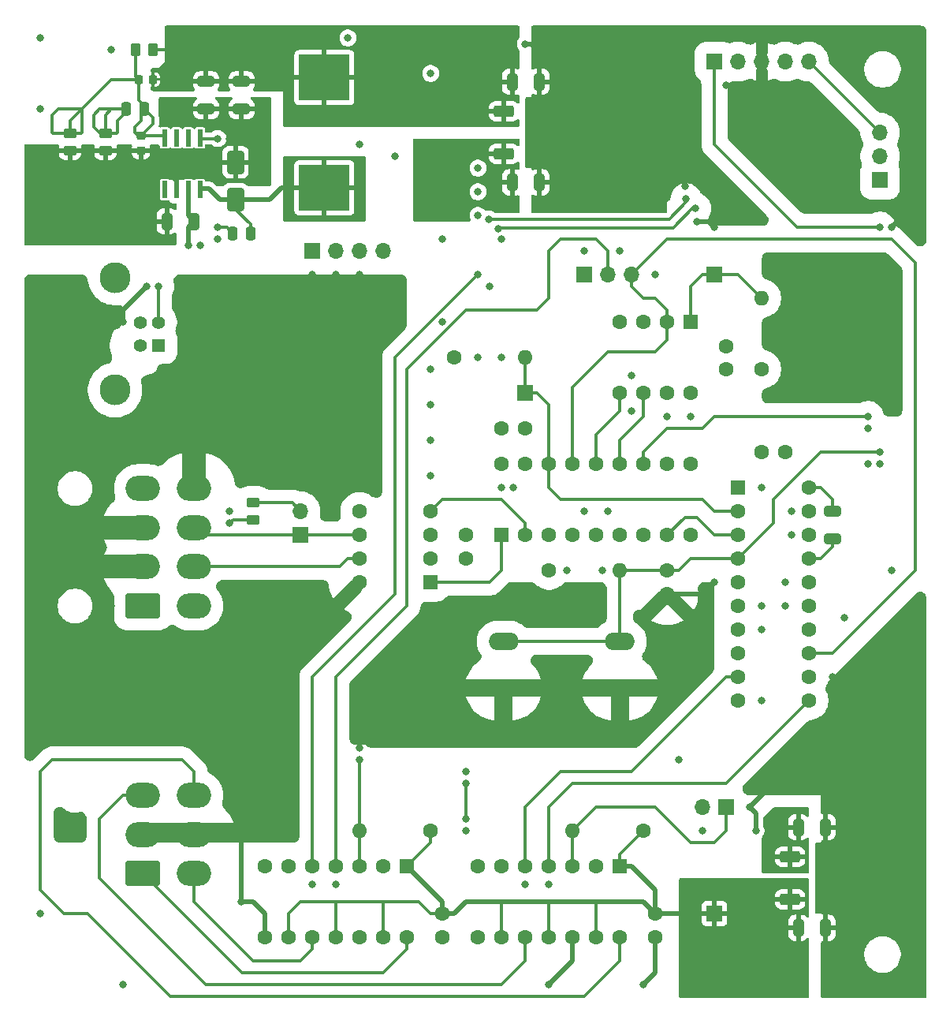
<source format=gbr>
%TF.GenerationSoftware,KiCad,Pcbnew,9.0.0*%
%TF.CreationDate,2025-10-01T16:31:19-04:00*%
%TF.ProjectId,can_gauge_interface,63616e5f-6761-4756-9765-5f696e746572,0.2*%
%TF.SameCoordinates,Original*%
%TF.FileFunction,Copper,L1,Top*%
%TF.FilePolarity,Positive*%
%FSLAX46Y46*%
G04 Gerber Fmt 4.6, Leading zero omitted, Abs format (unit mm)*
G04 Created by KiCad (PCBNEW 9.0.0) date 2025-10-01 16:31:19*
%MOMM*%
%LPD*%
G01*
G04 APERTURE LIST*
G04 Aperture macros list*
%AMRoundRect*
0 Rectangle with rounded corners*
0 $1 Rounding radius*
0 $2 $3 $4 $5 $6 $7 $8 $9 X,Y pos of 4 corners*
0 Add a 4 corners polygon primitive as box body*
4,1,4,$2,$3,$4,$5,$6,$7,$8,$9,$2,$3,0*
0 Add four circle primitives for the rounded corners*
1,1,$1+$1,$2,$3*
1,1,$1+$1,$4,$5*
1,1,$1+$1,$6,$7*
1,1,$1+$1,$8,$9*
0 Add four rect primitives between the rounded corners*
20,1,$1+$1,$2,$3,$4,$5,0*
20,1,$1+$1,$4,$5,$6,$7,0*
20,1,$1+$1,$6,$7,$8,$9,0*
20,1,$1+$1,$8,$9,$2,$3,0*%
G04 Aperture macros list end*
%TA.AperFunction,ComponentPad*%
%ADD10RoundRect,0.250001X1.599999X-1.099999X1.599999X1.099999X-1.599999X1.099999X-1.599999X-1.099999X0*%
%TD*%
%TA.AperFunction,ComponentPad*%
%ADD11O,3.700000X2.700000*%
%TD*%
%TA.AperFunction,ComponentPad*%
%ADD12R,1.408000X1.408000*%
%TD*%
%TA.AperFunction,ComponentPad*%
%ADD13C,1.408000*%
%TD*%
%TA.AperFunction,ComponentPad*%
%ADD14C,3.316000*%
%TD*%
%TA.AperFunction,ComponentPad*%
%ADD15R,1.700000X1.700000*%
%TD*%
%TA.AperFunction,SMDPad,CuDef*%
%ADD16RoundRect,0.250000X-0.325000X-0.650000X0.325000X-0.650000X0.325000X0.650000X-0.325000X0.650000X0*%
%TD*%
%TA.AperFunction,SMDPad,CuDef*%
%ADD17RoundRect,0.250000X0.250000X0.475000X-0.250000X0.475000X-0.250000X-0.475000X0.250000X-0.475000X0*%
%TD*%
%TA.AperFunction,ComponentPad*%
%ADD18O,1.700000X1.700000*%
%TD*%
%TA.AperFunction,ComponentPad*%
%ADD19C,1.600000*%
%TD*%
%TA.AperFunction,ComponentPad*%
%ADD20O,1.600000X1.600000*%
%TD*%
%TA.AperFunction,SMDPad,CuDef*%
%ADD21RoundRect,0.250000X-0.850000X-0.350000X0.850000X-0.350000X0.850000X0.350000X-0.850000X0.350000X0*%
%TD*%
%TA.AperFunction,SMDPad,CuDef*%
%ADD22RoundRect,0.250000X-1.275000X-1.125000X1.275000X-1.125000X1.275000X1.125000X-1.275000X1.125000X0*%
%TD*%
%TA.AperFunction,SMDPad,CuDef*%
%ADD23RoundRect,0.249997X-2.950003X-2.650003X2.950003X-2.650003X2.950003X2.650003X-2.950003X2.650003X0*%
%TD*%
%TA.AperFunction,SMDPad,CuDef*%
%ADD24RoundRect,0.225000X-0.250000X0.225000X-0.250000X-0.225000X0.250000X-0.225000X0.250000X0.225000X0*%
%TD*%
%TA.AperFunction,SMDPad,CuDef*%
%ADD25RoundRect,0.250000X-0.262500X-0.450000X0.262500X-0.450000X0.262500X0.450000X-0.262500X0.450000X0*%
%TD*%
%TA.AperFunction,SMDPad,CuDef*%
%ADD26RoundRect,0.225000X-0.225000X-0.250000X0.225000X-0.250000X0.225000X0.250000X-0.225000X0.250000X0*%
%TD*%
%TA.AperFunction,SMDPad,CuDef*%
%ADD27R,5.400000X4.900000*%
%TD*%
%TA.AperFunction,SMDPad,CuDef*%
%ADD28RoundRect,0.250000X-0.450000X0.262500X-0.450000X-0.262500X0.450000X-0.262500X0.450000X0.262500X0*%
%TD*%
%TA.AperFunction,ComponentPad*%
%ADD29O,3.200000X1.900000*%
%TD*%
%TA.AperFunction,SMDPad,CuDef*%
%ADD30RoundRect,0.250000X-0.650000X0.325000X-0.650000X-0.325000X0.650000X-0.325000X0.650000X0.325000X0*%
%TD*%
%TA.AperFunction,ComponentPad*%
%ADD31RoundRect,0.250000X-0.550000X0.550000X-0.550000X-0.550000X0.550000X-0.550000X0.550000X0.550000X0*%
%TD*%
%TA.AperFunction,SMDPad,CuDef*%
%ADD32RoundRect,0.250000X0.650000X-1.000000X0.650000X1.000000X-0.650000X1.000000X-0.650000X-1.000000X0*%
%TD*%
%TA.AperFunction,ComponentPad*%
%ADD33RoundRect,0.250000X0.550000X0.550000X-0.550000X0.550000X-0.550000X-0.550000X0.550000X-0.550000X0*%
%TD*%
%TA.AperFunction,ComponentPad*%
%ADD34RoundRect,0.250000X-0.550000X-0.550000X0.550000X-0.550000X0.550000X0.550000X-0.550000X0.550000X0*%
%TD*%
%TA.AperFunction,SMDPad,CuDef*%
%ADD35RoundRect,0.250000X-0.250000X-0.475000X0.250000X-0.475000X0.250000X0.475000X-0.250000X0.475000X0*%
%TD*%
%TA.AperFunction,SMDPad,CuDef*%
%ADD36R,0.610000X1.910000*%
%TD*%
%TA.AperFunction,SMDPad,CuDef*%
%ADD37R,1.550000X1.205000*%
%TD*%
%TA.AperFunction,ComponentPad*%
%ADD38RoundRect,0.250000X0.550000X-0.550000X0.550000X0.550000X-0.550000X0.550000X-0.550000X-0.550000X0*%
%TD*%
%TA.AperFunction,SMDPad,CuDef*%
%ADD39RoundRect,0.250000X0.650000X-0.325000X0.650000X0.325000X-0.650000X0.325000X-0.650000X-0.325000X0*%
%TD*%
%TA.AperFunction,SMDPad,CuDef*%
%ADD40RoundRect,0.250000X0.325000X0.650000X-0.325000X0.650000X-0.325000X-0.650000X0.325000X-0.650000X0*%
%TD*%
%TA.AperFunction,ViaPad*%
%ADD41C,0.812800*%
%TD*%
%TA.AperFunction,Conductor*%
%ADD42C,0.304800*%
%TD*%
%TA.AperFunction,Conductor*%
%ADD43C,0.508000*%
%TD*%
G04 APERTURE END LIST*
D10*
%TO.P,J3,1,Pin_1*%
%TO.N,/AN1*%
X63080000Y-193820000D03*
D11*
%TO.P,J3,2,Pin_2*%
%TO.N,GND*%
X63080000Y-189620000D03*
%TO.P,J3,3,Pin_3*%
%TO.N,/AN4*%
X63080000Y-185420000D03*
%TO.P,J3,4,Pin_4*%
%TO.N,/AN2*%
X68580000Y-193820000D03*
%TO.P,J3,5,Pin_5*%
%TO.N,GND*%
X68580000Y-189620000D03*
%TO.P,J3,6,Pin_6*%
%TO.N,/AN3*%
X68580000Y-185420000D03*
%TD*%
D10*
%TO.P,J2,1,Pin_1*%
%TO.N,/Tach*%
X63080000Y-165100000D03*
D11*
%TO.P,J2,2,Pin_2*%
%TO.N,GND*%
X63080000Y-160900000D03*
%TO.P,J2,3,Pin_3*%
X63080000Y-156700000D03*
%TO.P,J2,4,Pin_4*%
%TO.N,+12V*%
X63080000Y-152500000D03*
%TO.P,J2,5,Pin_5*%
%TO.N,/Speed*%
X68580000Y-165100000D03*
%TO.P,J2,6,Pin_6*%
%TO.N,/CAN_H*%
X68580000Y-160900000D03*
%TO.P,J2,7,Pin_7*%
%TO.N,/CAN_L*%
X68580000Y-156700000D03*
%TO.P,J2,8,Pin_8*%
%TO.N,GND*%
X68580000Y-152500000D03*
%TD*%
D12*
%TO.P,J1,1,VBUS*%
%TO.N,unconnected-(J1-VBUS-Pad1)*%
X64770000Y-137160000D03*
D13*
%TO.P,J1,2,D-*%
%TO.N,/USB_D-*%
X64770000Y-134660000D03*
%TO.P,J1,3,D+*%
%TO.N,/USB_D+*%
X62770000Y-134660000D03*
%TO.P,J1,4,GND*%
%TO.N,GND*%
X62770000Y-137160000D03*
D14*
%TO.P,J1,5,Shield*%
%TO.N,unconnected-(J1-Shield-Pad5)*%
X60070000Y-129890000D03*
%TO.N,unconnected-(J1-Shield-Pad5)_1*%
X60070000Y-141930000D03*
%TD*%
D15*
%TO.P,J7,1,Pin_1*%
%TO.N,/ROM_~{CS}*%
X124460000Y-129540000D03*
%TD*%
D16*
%TO.P,C9,1*%
%TO.N,+5V*%
X102714000Y-119634000D03*
%TO.P,C9,2*%
%TO.N,GND*%
X105664000Y-119634000D03*
%TD*%
D17*
%TO.P,C7,1*%
%TO.N,/sense*%
X63180000Y-111760000D03*
%TO.P,C7,2*%
%TO.N,Net-(C7-Pad2)*%
X61280000Y-111760000D03*
%TD*%
D15*
%TO.P,J9,1,Pin_1*%
%TO.N,+12V*%
X81280000Y-127000000D03*
D18*
%TO.P,J9,2,Pin_2*%
%TO.N,+7V*%
X83820000Y-127000000D03*
%TO.P,J9,3,Pin_3*%
%TO.N,+5V*%
X86360000Y-127000000D03*
%TO.P,J9,4,Pin_4*%
%TO.N,GND*%
X88900000Y-127000000D03*
%TD*%
D16*
%TO.P,C19,1*%
%TO.N,+5VA*%
X133448000Y-199644000D03*
%TO.P,C19,2*%
%TO.N,GND*%
X136398000Y-199644000D03*
%TD*%
D19*
%TO.P,R10,1*%
%TO.N,+5VA*%
X93980000Y-189230000D03*
D20*
%TO.P,R10,2*%
%TO.N,/DAC1_~{CS}*%
X86360000Y-189230000D03*
%TD*%
D16*
%TO.P,C18,1*%
%TO.N,+7V*%
X133448000Y-188849000D03*
%TO.P,C18,2*%
%TO.N,GND*%
X136398000Y-188849000D03*
%TD*%
D21*
%TO.P,U6,1,In*%
%TO.N,+7V*%
X101854000Y-112014000D03*
D22*
%TO.P,U6,2,GND*%
%TO.N,GND*%
X106479000Y-112769000D03*
X106479000Y-115819000D03*
D23*
X108154000Y-114294000D03*
D22*
X109829000Y-112769000D03*
X109829000Y-115819000D03*
D21*
%TO.P,U6,3,Out*%
%TO.N,+5V*%
X101854000Y-116574000D03*
%TD*%
D19*
%TO.P,C16,1*%
%TO.N,+5VA*%
X95250000Y-198120000D03*
%TO.P,C16,2*%
%TO.N,GND*%
X95250000Y-200620000D03*
%TD*%
D24*
%TO.P,C4,1*%
%TO.N,/sense*%
X62865000Y-114655000D03*
%TO.P,C4,2*%
%TO.N,GND*%
X62865000Y-116205000D03*
%TD*%
D25*
%TO.P,R1,1*%
%TO.N,/sense*%
X62310000Y-105410000D03*
%TO.P,R1,2*%
%TO.N,+7V*%
X64135000Y-105410000D03*
%TD*%
D15*
%TO.P,JP2,1,A*%
%TO.N,/CAN_L*%
X80010000Y-157480000D03*
D18*
%TO.P,JP2,2,B*%
%TO.N,Net-(JP2-B)*%
X80010000Y-154940000D03*
%TD*%
D26*
%TO.P,C6,1*%
%TO.N,/sense*%
X62585000Y-108585000D03*
%TO.P,C6,2*%
%TO.N,+7V*%
X64135000Y-108585000D03*
%TD*%
D27*
%TO.P,L1,1,1*%
%TO.N,/PH*%
X82550000Y-120200000D03*
%TO.P,L1,2,2*%
%TO.N,+7V*%
X82550000Y-108400000D03*
%TD*%
D28*
%TO.P,R2,1*%
%TO.N,/sense*%
X55245000Y-114380000D03*
%TO.P,R2,2*%
%TO.N,GND*%
X55245000Y-116205000D03*
%TD*%
D19*
%TO.P,R6,1*%
%TO.N,+5V*%
X106680000Y-161290000D03*
D20*
%TO.P,R6,2*%
%TO.N,/~{MCLR}*%
X114300000Y-161290000D03*
%TD*%
D15*
%TO.P,J8,1,Pin_1*%
%TO.N,/DAC2_~{CS}*%
X125730000Y-186690000D03*
D18*
%TO.P,J8,2,Pin_2*%
%TO.N,/DAC1_~{CS}*%
X123190000Y-186690000D03*
%TD*%
D29*
%TO.P,SW1,1,1*%
%TO.N,GND*%
X114300000Y-173910000D03*
X101800000Y-173910000D03*
%TO.P,SW1,2,2*%
%TO.N,/~{MCLR}*%
X114300000Y-168910000D03*
X101800000Y-168910000D03*
%TD*%
D30*
%TO.P,C3,1*%
%TO.N,+7V*%
X69850000Y-108810000D03*
%TO.P,C3,2*%
%TO.N,GND*%
X69850000Y-111760000D03*
%TD*%
D15*
%TO.P,J6,1,Pin_1*%
%TO.N,/CAN_~{CS}*%
X104140000Y-142240000D03*
%TD*%
D19*
%TO.P,R9,1*%
%TO.N,+5V*%
X129540000Y-139700000D03*
D20*
%TO.P,R9,2*%
%TO.N,/ROM_~{CS}*%
X129540000Y-132080000D03*
%TD*%
D15*
%TO.P,JP1,1,A*%
%TO.N,/INT*%
X142240000Y-119380000D03*
D18*
%TO.P,JP1,2,C*%
%TO.N,/INT{slash}ICSP_CLK*%
X142240000Y-116840000D03*
%TO.P,JP1,3,B*%
%TO.N,/ICSP_CLK*%
X142240000Y-114300000D03*
%TD*%
D31*
%TO.P,U8,1,Vdd*%
%TO.N,+5VA*%
X91440000Y-193040000D03*
D19*
%TO.P,U8,2,NC*%
%TO.N,unconnected-(U8-NC-Pad2)*%
X88900000Y-193040000D03*
%TO.P,U8,3,~{CS}*%
%TO.N,/DAC1_~{CS}*%
X86360000Y-193040000D03*
%TO.P,U8,4,SCK*%
%TO.N,/SCK*%
X83820000Y-193040000D03*
%TO.P,U8,5,SDI*%
%TO.N,/MOSI*%
X81280000Y-193040000D03*
%TO.P,U8,6,NC*%
%TO.N,unconnected-(U8-NC-Pad6)*%
X78740000Y-193040000D03*
%TO.P,U8,7,NC*%
%TO.N,unconnected-(U8-NC-Pad7)*%
X76200000Y-193040000D03*
%TO.P,U8,8,~{LDAC}*%
%TO.N,GND*%
X76200000Y-200660000D03*
%TO.P,U8,9,~{SHDN}*%
%TO.N,+5VA*%
X78740000Y-200660000D03*
%TO.P,U8,10,VB*%
%TO.N,/AN2*%
X81280000Y-200660000D03*
%TO.P,U8,11,VrefB*%
%TO.N,+5VA*%
X83820000Y-200660000D03*
%TO.P,U8,12,Vss*%
%TO.N,GND*%
X86360000Y-200660000D03*
%TO.P,U8,13,VrefA*%
%TO.N,+5VA*%
X88900000Y-200660000D03*
%TO.P,U8,14,VA*%
%TO.N,/AN1*%
X91440000Y-200660000D03*
%TD*%
D32*
%TO.P,D1,1,K*%
%TO.N,/PH*%
X73025000Y-121475000D03*
%TO.P,D1,2,A*%
%TO.N,GND*%
X73025000Y-117475000D03*
%TD*%
D28*
%TO.P,R3,1*%
%TO.N,Net-(C7-Pad2)*%
X59055000Y-114380000D03*
%TO.P,R3,2*%
%TO.N,GND*%
X59055000Y-116205000D03*
%TD*%
D33*
%TO.P,U3,1,TXD*%
%TO.N,/CAN_TX*%
X93980000Y-162560000D03*
D19*
%TO.P,U3,2,VSS*%
%TO.N,GND*%
X93980000Y-160020000D03*
%TO.P,U3,3,VDD*%
%TO.N,+5V*%
X93980000Y-157480000D03*
%TO.P,U3,4,RXD*%
%TO.N,/CAN_RX*%
X93980000Y-154940000D03*
%TO.P,U3,5,SPLIT*%
%TO.N,unconnected-(U3-SPLIT-Pad5)*%
X86360000Y-154940000D03*
%TO.P,U3,6,CANL*%
%TO.N,/CAN_L*%
X86360000Y-157480000D03*
%TO.P,U3,7,CANH*%
%TO.N,/CAN_H*%
X86360000Y-160020000D03*
%TO.P,U3,8,STBY*%
%TO.N,GND*%
X86360000Y-162560000D03*
%TD*%
%TO.P,R7,1*%
%TO.N,+5V*%
X96520000Y-138430000D03*
D20*
%TO.P,R7,2*%
%TO.N,/CAN_~{CS}*%
X104140000Y-138430000D03*
%TD*%
D30*
%TO.P,C5,1*%
%TO.N,+7V*%
X73660000Y-108810000D03*
%TO.P,C5,2*%
%TO.N,GND*%
X73660000Y-111760000D03*
%TD*%
D15*
%TO.P,J4,1,Pin_1*%
%TO.N,/~{MCLR}*%
X124460000Y-106680000D03*
D18*
%TO.P,J4,2,Pin_2*%
%TO.N,+5V*%
X127000000Y-106680000D03*
%TO.P,J4,3,Pin_3*%
%TO.N,GND*%
X129540000Y-106680000D03*
%TO.P,J4,4,Pin_4*%
%TO.N,/ICSP_DAT*%
X132080000Y-106680000D03*
%TO.P,J4,5,Pin_5*%
%TO.N,/ICSP_CLK*%
X134620000Y-106680000D03*
%TD*%
D19*
%TO.P,C14,1*%
%TO.N,GND*%
X97790000Y-159980000D03*
%TO.P,C14,2*%
%TO.N,+5V*%
X97790000Y-157480000D03*
%TD*%
D15*
%TO.P,J5,1,Pin_1*%
%TO.N,/MOSI*%
X110490000Y-129540000D03*
D18*
%TO.P,J5,2,Pin_2*%
%TO.N,/SCK*%
X113030000Y-129540000D03*
%TO.P,J5,3,Pin_3*%
%TO.N,/MISO*%
X115570000Y-129540000D03*
%TD*%
D16*
%TO.P,C8,1*%
%TO.N,+7V*%
X102714000Y-108839000D03*
%TO.P,C8,2*%
%TO.N,GND*%
X105664000Y-108839000D03*
%TD*%
D15*
%TO.P,J10,1,Pin_1*%
%TO.N,+5VA*%
X124460000Y-198120000D03*
%TD*%
D34*
%TO.P,U1,1,VDD*%
%TO.N,+5V*%
X127000000Y-152400000D03*
D19*
%TO.P,U1,2,RA5/SOSCI/T1CKI/OSC1/CLKIN*%
%TO.N,/CAN_~{CS}*%
X127000000Y-154940000D03*
%TO.P,U1,3,RA4/AN3/SOSCO/T1G/OSC2/CLKOUT/CLKR*%
%TO.N,/CLK*%
X127000000Y-157480000D03*
%TO.P,U1,4,RA3/T1G/~{SS}/~{MCLR}/Vpp*%
%TO.N,/~{MCLR}*%
X127000000Y-160020000D03*
%TO.P,U1,5,PWM1/CWG1A/T0CKI/RC5*%
%TO.N,/ROM_~{CS}*%
X127000000Y-162560000D03*
%TO.P,U1,6,CWG1B/C1OUT/C2OUT/RC4*%
%TO.N,/Speed*%
X127000000Y-165100000D03*
%TO.P,U1,7,CLKR/C1IN3-/C2IN3-/DACOUT2/AN7/RC3*%
%TO.N,/Tach*%
X127000000Y-167640000D03*
%TO.P,U1,8,~{SS}/PWM2/AN8/RC6*%
%TO.N,unconnected-(U1-~{SS}{slash}PWM2{slash}AN8{slash}RC6-Pad8)*%
X127000000Y-170180000D03*
%TO.P,U1,9,SDO/AN9/RC7*%
%TO.N,/MOSI*%
X127000000Y-172720000D03*
%TO.P,U1,10,RB7/TX/CK*%
%TO.N,/DAC1_~{CS}*%
X127000000Y-175260000D03*
%TO.P,U1,11,RB6/SCL/SCK*%
%TO.N,/SCK*%
X134620000Y-175260000D03*
%TO.P,U1,12,RB5/AN11/RX/DX*%
%TO.N,/DAC2_~{CS}*%
X134620000Y-172720000D03*
%TO.P,U1,13,RB4/AN10/SDA/SDI*%
%TO.N,/MISO*%
X134620000Y-170180000D03*
%TO.P,U1,14,C2IN2-/C1IN2-/DACOUT1/AN6/RC2*%
%TO.N,unconnected-(U1-C2IN2-{slash}C1IN2-{slash}DACOUT1{slash}AN6{slash}RC2-Pad14)*%
X134620000Y-167640000D03*
%TO.P,U1,15,ICSPCLK/~{CWGFLT}/C2IN-/C1IN-/AN5/RC1*%
%TO.N,/INT{slash}ICSP_CLK*%
X134620000Y-165100000D03*
%TO.P,U1,16,ICSPDAT/C2IN+/C1IN+/Vref+/AN4/RC0*%
%TO.N,/ICSP_DAT*%
X134620000Y-162560000D03*
%TO.P,U1,17,Vusb3v3*%
%TO.N,Net-(U1-Vusb3v3)*%
X134620000Y-160020000D03*
%TO.P,U1,18,RA1/D-/ICSPCLK*%
%TO.N,/USB_D-*%
X134620000Y-157480000D03*
%TO.P,U1,19,RA0/D+/ICSPDAT*%
%TO.N,/USB_D+*%
X134620000Y-154940000D03*
%TO.P,U1,20,VSS*%
%TO.N,GND*%
X134620000Y-152400000D03*
%TD*%
D35*
%TO.P,C2,1*%
%TO.N,Net-(U5-BOOT)*%
X72710000Y-125095000D03*
%TO.P,C2,2*%
%TO.N,/PH*%
X74610000Y-125095000D03*
%TD*%
D36*
%TO.P,U5,1,BOOT*%
%TO.N,Net-(U5-BOOT)*%
X69215000Y-114855000D03*
%TO.P,U5,2,NC*%
%TO.N,unconnected-(U5-NC-Pad2)*%
X67945000Y-114855000D03*
%TO.P,U5,3,NC*%
%TO.N,unconnected-(U5-NC-Pad3)*%
X66675000Y-114855000D03*
%TO.P,U5,4,VSENSE*%
%TO.N,/sense*%
X65405000Y-114855000D03*
%TO.P,U5,5,EN*%
%TO.N,unconnected-(U5-EN-Pad5)*%
X65405000Y-120415000D03*
%TO.P,U5,6,GND*%
%TO.N,GND*%
X66675000Y-120415000D03*
%TO.P,U5,7,VIN*%
%TO.N,+12V*%
X67945000Y-120415000D03*
%TO.P,U5,8,PH*%
%TO.N,/PH*%
X69215000Y-120415000D03*
D37*
%TO.P,U5,9,GNDPAD*%
%TO.N,GND*%
X68085000Y-117032500D03*
X66535000Y-117032500D03*
X68085000Y-118237500D03*
X66535000Y-118237500D03*
%TD*%
D19*
%TO.P,C12,1*%
%TO.N,/~{MCLR}*%
X119380000Y-161290000D03*
%TO.P,C12,2*%
%TO.N,GND*%
X119380000Y-163790000D03*
%TD*%
%TO.P,C17,1*%
%TO.N,+5VA*%
X118110000Y-198120000D03*
%TO.P,C17,2*%
%TO.N,GND*%
X118110000Y-200620000D03*
%TD*%
D28*
%TO.P,R8,1*%
%TO.N,Net-(JP2-B)*%
X74930000Y-154027500D03*
%TO.P,R8,2*%
%TO.N,/CAN_H*%
X74930000Y-155852500D03*
%TD*%
D19*
%TO.P,C10,1*%
%TO.N,+5V*%
X129540000Y-148590000D03*
%TO.P,C10,2*%
%TO.N,GND*%
X132040000Y-148590000D03*
%TD*%
%TO.P,C13,1*%
%TO.N,GND*%
X101600000Y-146050000D03*
%TO.P,C13,2*%
%TO.N,+5V*%
X104100000Y-146050000D03*
%TD*%
%TO.P,R11,1*%
%TO.N,+5VA*%
X116840000Y-189230000D03*
D20*
%TO.P,R11,2*%
%TO.N,/DAC2_~{CS}*%
X109220000Y-189230000D03*
%TD*%
D38*
%TO.P,U2,1,TXCAN*%
%TO.N,/CAN_TX*%
X101600000Y-157480000D03*
D19*
%TO.P,U2,2,RXCAN*%
%TO.N,/CAN_RX*%
X104140000Y-157480000D03*
%TO.P,U2,3,CLKOUT/SOF*%
%TO.N,unconnected-(U2-CLKOUT{slash}SOF-Pad3)*%
X106680000Y-157480000D03*
%TO.P,U2,4,~{TX0RTS}*%
%TO.N,+5V*%
X109220000Y-157480000D03*
%TO.P,U2,5,~{TX1RTS}*%
X111760000Y-157480000D03*
%TO.P,U2,6,~{TX2RTS}*%
X114300000Y-157480000D03*
%TO.P,U2,7,OSC2*%
%TO.N,unconnected-(U2-OSC2-Pad7)*%
X116840000Y-157480000D03*
%TO.P,U2,8,OSC1*%
%TO.N,/CLK*%
X119380000Y-157480000D03*
%TO.P,U2,9,VSS*%
%TO.N,GND*%
X121920000Y-157480000D03*
%TO.P,U2,10,~{RX1BF}*%
%TO.N,unconnected-(U2-~{RX1BF}-Pad10)*%
X121920000Y-149860000D03*
%TO.P,U2,11,~{RX0BF}*%
%TO.N,unconnected-(U2-~{RX0BF}-Pad11)*%
X119380000Y-149860000D03*
%TO.P,U2,12,~{INT}*%
%TO.N,/INT*%
X116840000Y-149860000D03*
%TO.P,U2,13,SCK*%
%TO.N,/SCK*%
X114300000Y-149860000D03*
%TO.P,U2,14,SI*%
%TO.N,/MOSI*%
X111760000Y-149860000D03*
%TO.P,U2,15,SO*%
%TO.N,/MISO*%
X109220000Y-149860000D03*
%TO.P,U2,16,~{CS}*%
%TO.N,/CAN_~{CS}*%
X106680000Y-149860000D03*
%TO.P,U2,17,~{RESET}*%
%TO.N,+5V*%
X104140000Y-149860000D03*
%TO.P,U2,18,VDD*%
X101600000Y-149860000D03*
%TD*%
D39*
%TO.P,C11,1*%
%TO.N,Net-(U1-Vusb3v3)*%
X137160000Y-157890000D03*
%TO.P,C11,2*%
%TO.N,GND*%
X137160000Y-154940000D03*
%TD*%
D31*
%TO.P,U4,1,~{CS}*%
%TO.N,/ROM_~{CS}*%
X121920000Y-134620000D03*
D19*
%TO.P,U4,2,MISO*%
%TO.N,/MISO*%
X119380000Y-134620000D03*
%TO.P,U4,3,~{WP}*%
%TO.N,+5V*%
X116840000Y-134620000D03*
%TO.P,U4,4,GND*%
%TO.N,GND*%
X114300000Y-134620000D03*
%TO.P,U4,5,MOSI*%
%TO.N,/MOSI*%
X114300000Y-142240000D03*
%TO.P,U4,6,SCK*%
%TO.N,/SCK*%
X116840000Y-142240000D03*
%TO.P,U4,7,~{HOLD}*%
%TO.N,+5V*%
X119380000Y-142240000D03*
%TO.P,U4,8,VCC*%
X121920000Y-142240000D03*
%TD*%
D21*
%TO.P,U7,1,In*%
%TO.N,+7V*%
X132588000Y-192024000D03*
D22*
%TO.P,U7,2,GND*%
%TO.N,GND*%
X137213000Y-192779000D03*
X137213000Y-195829000D03*
D23*
X138888000Y-194304000D03*
D22*
X140563000Y-192779000D03*
X140563000Y-195829000D03*
D21*
%TO.P,U7,3,Out*%
%TO.N,+5VA*%
X132588000Y-196584000D03*
%TD*%
D40*
%TO.P,C1,1*%
%TO.N,+12V*%
X68580000Y-123825000D03*
%TO.P,C1,2*%
%TO.N,GND*%
X65630000Y-123825000D03*
%TD*%
D19*
%TO.P,C15,1*%
%TO.N,GND*%
X125730000Y-137200000D03*
%TO.P,C15,2*%
%TO.N,+5V*%
X125730000Y-139700000D03*
%TD*%
D31*
%TO.P,U9,1,Vdd*%
%TO.N,+5VA*%
X114300000Y-193040000D03*
D19*
%TO.P,U9,2,NC*%
%TO.N,unconnected-(U9-NC-Pad2)*%
X111760000Y-193040000D03*
%TO.P,U9,3,~{CS}*%
%TO.N,/DAC2_~{CS}*%
X109220000Y-193040000D03*
%TO.P,U9,4,SCK*%
%TO.N,/SCK*%
X106680000Y-193040000D03*
%TO.P,U9,5,SDI*%
%TO.N,/MOSI*%
X104140000Y-193040000D03*
%TO.P,U9,6,NC*%
%TO.N,unconnected-(U9-NC-Pad6)*%
X101600000Y-193040000D03*
%TO.P,U9,7,NC*%
%TO.N,unconnected-(U9-NC-Pad7)*%
X99060000Y-193040000D03*
%TO.P,U9,8,~{LDAC}*%
%TO.N,GND*%
X99060000Y-200660000D03*
%TO.P,U9,9,~{SHDN}*%
%TO.N,+5VA*%
X101600000Y-200660000D03*
%TO.P,U9,10,VB*%
%TO.N,/AN4*%
X104140000Y-200660000D03*
%TO.P,U9,11,VrefB*%
%TO.N,+5VA*%
X106680000Y-200660000D03*
%TO.P,U9,12,Vss*%
%TO.N,GND*%
X109220000Y-200660000D03*
%TO.P,U9,13,VrefA*%
%TO.N,+5VA*%
X111760000Y-200660000D03*
%TO.P,U9,14,VA*%
%TO.N,/AN3*%
X114300000Y-200660000D03*
%TD*%
D41*
%TO.N,GND*%
X128270000Y-109220000D03*
X68580000Y-148590000D03*
X78740000Y-179070000D03*
X66040000Y-125730000D03*
X71755000Y-111760000D03*
X52070000Y-148590000D03*
X73660000Y-113665000D03*
X86360000Y-132715000D03*
X122555000Y-123825000D03*
X138430000Y-182880000D03*
X99060000Y-138430000D03*
X63500000Y-124460000D03*
X58420000Y-179070000D03*
X96520000Y-179070000D03*
X86360000Y-115570000D03*
X139700000Y-116840000D03*
X106680000Y-179070000D03*
X110490000Y-109220000D03*
X125730000Y-109220000D03*
X113030000Y-111760000D03*
X146050000Y-196850000D03*
X118110000Y-129540000D03*
X67310000Y-111760000D03*
X110490000Y-119380000D03*
X137160000Y-129540000D03*
X95250000Y-134620000D03*
X83820000Y-143510000D03*
X68580000Y-138430000D03*
X121920000Y-168910000D03*
X73660000Y-173990000D03*
X138430000Y-199390000D03*
X60960000Y-205740000D03*
X69215000Y-126365000D03*
X119380000Y-144780000D03*
X59690000Y-105410000D03*
X146050000Y-193040000D03*
X55880000Y-157480000D03*
X57150000Y-134620000D03*
X143510000Y-129540000D03*
X143510000Y-189230000D03*
X120650000Y-181610000D03*
X75565000Y-117475000D03*
X74930000Y-165100000D03*
X104140000Y-104775000D03*
X81280000Y-129540000D03*
X111760000Y-179070000D03*
X78740000Y-143510000D03*
X52070000Y-168910000D03*
X118110000Y-116840000D03*
X91440000Y-173990000D03*
X68580000Y-173990000D03*
X65405000Y-111760000D03*
X55880000Y-121920000D03*
X73660000Y-148590000D03*
X121285000Y-120015000D03*
X81280000Y-132715000D03*
X132080000Y-139700000D03*
X138430000Y-189230000D03*
X124460000Y-124460000D03*
X63500000Y-179070000D03*
X132080000Y-162560000D03*
X110490000Y-127000000D03*
X59690000Y-153670000D03*
X128905000Y-189230000D03*
X107950000Y-119380000D03*
X99060000Y-120650000D03*
X140970000Y-149860000D03*
X90170000Y-116840000D03*
X87630000Y-143510000D03*
X142240000Y-149860000D03*
X132715000Y-157480000D03*
X143510000Y-142240000D03*
X93980000Y-151130000D03*
X63500000Y-148590000D03*
X83820000Y-148590000D03*
X52070000Y-130810000D03*
X143510000Y-124460000D03*
X128270000Y-186690000D03*
X132080000Y-165100000D03*
X134620000Y-119380000D03*
X85090000Y-104140000D03*
X52070000Y-198120000D03*
X129540000Y-165100000D03*
X138430000Y-105410000D03*
X91440000Y-168910000D03*
X130810000Y-109220000D03*
X52070000Y-116840000D03*
X106680000Y-205740000D03*
X129540000Y-152400000D03*
X134620000Y-134620000D03*
X93980000Y-107950000D03*
X116840000Y-177800000D03*
X52070000Y-119380000D03*
X59690000Y-165100000D03*
X146050000Y-205740000D03*
X101600000Y-125730000D03*
X133350000Y-109220000D03*
X144780000Y-182880000D03*
X144780000Y-177800000D03*
X144780000Y-111760000D03*
X55880000Y-189230000D03*
X59690000Y-121920000D03*
X78740000Y-173990000D03*
X97790000Y-168910000D03*
X115570000Y-140335000D03*
X73660000Y-179070000D03*
X73660000Y-138430000D03*
X55880000Y-119380000D03*
X52070000Y-153670000D03*
X95250000Y-125730000D03*
X72390000Y-163830000D03*
X86360000Y-129540000D03*
X106680000Y-194945000D03*
X132080000Y-182880000D03*
X104140000Y-163830000D03*
X143510000Y-161290000D03*
X75565000Y-114935000D03*
X78740000Y-189230000D03*
X112395000Y-161290000D03*
X63500000Y-168910000D03*
X87630000Y-138430000D03*
X121920000Y-144780000D03*
X138430000Y-177800000D03*
X140970000Y-189230000D03*
X113030000Y-114300000D03*
X83820000Y-165100000D03*
X60960000Y-134620000D03*
X115570000Y-144145000D03*
X118110000Y-111760000D03*
X68580000Y-132715000D03*
X68580000Y-179070000D03*
X71120000Y-125730000D03*
X123190000Y-118110000D03*
X63500000Y-173990000D03*
X52070000Y-179070000D03*
X129540000Y-114300000D03*
X58420000Y-168910000D03*
X77470000Y-163830000D03*
X138430000Y-205740000D03*
X55880000Y-161290000D03*
X105410000Y-121920000D03*
X116840000Y-205740000D03*
X93980000Y-143510000D03*
X99060000Y-118110000D03*
X100330000Y-130810000D03*
X102870000Y-152400000D03*
X52070000Y-163830000D03*
X87630000Y-148590000D03*
X118110000Y-121920000D03*
X72390000Y-114935000D03*
X123190000Y-189230000D03*
X52070000Y-138430000D03*
X83820000Y-129540000D03*
X144780000Y-172720000D03*
X63500000Y-130810000D03*
X90805000Y-132715000D03*
X104140000Y-194945000D03*
X101600000Y-152400000D03*
X63500000Y-121920000D03*
X73660000Y-143510000D03*
X86360000Y-176530000D03*
X73660000Y-168910000D03*
X52070000Y-111760000D03*
X137160000Y-172720000D03*
X107950000Y-109220000D03*
X101600000Y-138430000D03*
X71120000Y-135890000D03*
X97790000Y-189230000D03*
X137160000Y-121920000D03*
X118110000Y-106680000D03*
X52070000Y-124460000D03*
X139700000Y-119380000D03*
X78740000Y-138430000D03*
X83820000Y-194945000D03*
X146050000Y-189230000D03*
X113030000Y-106680000D03*
X72390000Y-154940000D03*
X121920000Y-172720000D03*
X134620000Y-114300000D03*
X59690000Y-119380000D03*
X78740000Y-184150000D03*
X129540000Y-175260000D03*
X138430000Y-166370000D03*
X132080000Y-132080000D03*
X107950000Y-173990000D03*
X81280000Y-194945000D03*
X97790000Y-182880000D03*
X124460000Y-162560000D03*
X83820000Y-138430000D03*
X78740000Y-148590000D03*
X93980000Y-147320000D03*
X55880000Y-124460000D03*
X93980000Y-139700000D03*
X81280000Y-165100000D03*
X108585000Y-161290000D03*
X73660000Y-189230000D03*
X58420000Y-173990000D03*
X132715000Y-154940000D03*
X143510000Y-196850000D03*
X68580000Y-168910000D03*
X110490000Y-154940000D03*
X144780000Y-167640000D03*
X113030000Y-154940000D03*
X113030000Y-116840000D03*
X63500000Y-119380000D03*
X59690000Y-124460000D03*
X75565000Y-111760000D03*
X52070000Y-143510000D03*
X113030000Y-121920000D03*
X86360000Y-180340000D03*
X96520000Y-165100000D03*
X52070000Y-104140000D03*
X129540000Y-167640000D03*
X52070000Y-158750000D03*
X68580000Y-143510000D03*
X143510000Y-193040000D03*
X99060000Y-123190000D03*
X81280000Y-135890000D03*
X107950000Y-106680000D03*
X109220000Y-121920000D03*
X73660000Y-184150000D03*
X52070000Y-121920000D03*
X73660000Y-196850000D03*
X110490000Y-163830000D03*
X52070000Y-173990000D03*
X81280000Y-168910000D03*
X114300000Y-127000000D03*
X140970000Y-146050000D03*
X91440000Y-179070000D03*
X101600000Y-179070000D03*
X143510000Y-135890000D03*
%TO.N,+12V*%
X67945000Y-126365000D03*
%TO.N,Net-(U5-BOOT)*%
X71120000Y-114935000D03*
X71120000Y-124460000D03*
%TO.N,+7V*%
X102870000Y-103505000D03*
X83820000Y-104140000D03*
X130810000Y-189230000D03*
%TO.N,+5V*%
X100330000Y-119380000D03*
%TO.N,/~{MCLR}*%
X142240000Y-124460000D03*
X142240000Y-148590000D03*
%TO.N,/USB_D+*%
X122431875Y-122431875D03*
X101218172Y-124595578D03*
%TO.N,/USB_D-*%
X100194422Y-123571828D03*
X121408125Y-121408125D03*
X64770000Y-130810000D03*
%TO.N,/CAN_H*%
X72390000Y-156210000D03*
%TO.N,/MOSI*%
X97790000Y-187960000D03*
X99060000Y-129540000D03*
X97790000Y-184150000D03*
%TO.N,/DAC1_~{CS}*%
X86360000Y-181610000D03*
%TO.N,/INT*%
X140970000Y-144780000D03*
%TD*%
D42*
%TO.N,GND*%
X134620000Y-152400000D02*
X135890000Y-152400000D01*
D43*
X128905000Y-187325000D02*
X128270000Y-186690000D01*
X116840000Y-205740000D02*
X118110000Y-204470000D01*
X123230000Y-163790000D02*
X119380000Y-163790000D01*
X105664000Y-105664000D02*
X105664000Y-108839000D01*
X104140000Y-104775000D02*
X104775000Y-104775000D01*
X123825000Y-123825000D02*
X124460000Y-124460000D01*
X66675000Y-118377500D02*
X66535000Y-118237500D01*
X146050000Y-121920000D02*
X146050000Y-113030000D01*
X118110000Y-204470000D02*
X118110000Y-200620000D01*
X146050000Y-113030000D02*
X144780000Y-111760000D01*
D42*
X137160000Y-153670000D02*
X137160000Y-154940000D01*
D43*
X122555000Y-123825000D02*
X123825000Y-123825000D01*
X143510000Y-124460000D02*
X146050000Y-121920000D01*
X73660000Y-189230000D02*
X73660000Y-196850000D01*
X60960000Y-133350000D02*
X60960000Y-134620000D01*
X73660000Y-196850000D02*
X74930000Y-196850000D01*
X74930000Y-196850000D02*
X76200000Y-198120000D01*
X109220000Y-203200000D02*
X109220000Y-200660000D01*
X60960000Y-134620000D02*
X57150000Y-134620000D01*
X104775000Y-104775000D02*
X105664000Y-105664000D01*
X124460000Y-162560000D02*
X123230000Y-163790000D01*
X128270000Y-186690000D02*
X132080000Y-182880000D01*
D42*
X135890000Y-152400000D02*
X137160000Y-153670000D01*
D43*
X124460000Y-119380000D02*
X123190000Y-118110000D01*
X76200000Y-198120000D02*
X76200000Y-200660000D01*
X86360000Y-180340000D02*
X86360000Y-176530000D01*
X66675000Y-120415000D02*
X66675000Y-118377500D01*
X106680000Y-205740000D02*
X109220000Y-203200000D01*
X63500000Y-130810000D02*
X60960000Y-133350000D01*
X124460000Y-124460000D02*
X124460000Y-119380000D01*
X128905000Y-189230000D02*
X128905000Y-187325000D01*
%TO.N,+12V*%
X67945000Y-124460000D02*
X67945000Y-126365000D01*
X67945000Y-123190000D02*
X68580000Y-123825000D01*
X68580000Y-123825000D02*
X67945000Y-124460000D01*
X67945000Y-120335000D02*
X67945000Y-123190000D01*
D42*
%TO.N,Net-(U5-BOOT)*%
X69215000Y-114935000D02*
X71120000Y-114935000D01*
X72075000Y-124460000D02*
X72710000Y-125095000D01*
X71120000Y-124460000D02*
X72075000Y-124460000D01*
D43*
%TO.N,+7V*%
X102714000Y-103661000D02*
X102870000Y-103505000D01*
D42*
X69850000Y-107315000D02*
X69850000Y-108810000D01*
D43*
X102714000Y-108839000D02*
X102714000Y-103661000D01*
D42*
X64135000Y-105410000D02*
X67945000Y-105410000D01*
X67945000Y-105410000D02*
X69850000Y-107315000D01*
%TO.N,Net-(C7-Pad2)*%
X59055000Y-112395000D02*
X59055000Y-114380000D01*
X57785000Y-113665000D02*
X57785000Y-112395000D01*
X59055000Y-114380000D02*
X60245000Y-114380000D01*
X61280000Y-111760000D02*
X59690000Y-111760000D01*
X58420000Y-111760000D02*
X59690000Y-111760000D01*
X58500000Y-114380000D02*
X57785000Y-113665000D01*
X57785000Y-112395000D02*
X58420000Y-111760000D01*
X59690000Y-111760000D02*
X59055000Y-112395000D01*
X60325000Y-113030000D02*
X60960000Y-112395000D01*
X60245000Y-114380000D02*
X60325000Y-114300000D01*
X60325000Y-114300000D02*
X60325000Y-113030000D01*
X59055000Y-114380000D02*
X58500000Y-114380000D01*
D43*
%TO.N,+5V*%
X102714000Y-119634000D02*
X100584000Y-119634000D01*
X100584000Y-119634000D02*
X100330000Y-119380000D01*
D42*
%TO.N,Net-(U1-Vusb3v3)*%
X137160000Y-158750000D02*
X137160000Y-157890000D01*
X135890000Y-160020000D02*
X137160000Y-158750000D01*
X134620000Y-160020000D02*
X135890000Y-160020000D01*
%TO.N,/~{MCLR}*%
X130810000Y-153670000D02*
X135890000Y-148590000D01*
X135890000Y-148590000D02*
X140970000Y-148590000D01*
X120650000Y-161290000D02*
X119380000Y-161290000D01*
X130810000Y-156210000D02*
X130810000Y-153670000D01*
X119380000Y-161290000D02*
X114300000Y-161290000D01*
X133350000Y-124460000D02*
X124460000Y-115570000D01*
X140970000Y-148590000D02*
X142240000Y-148590000D01*
X121920000Y-160020000D02*
X120650000Y-161290000D01*
X114300000Y-168910000D02*
X101800000Y-168910000D01*
X124460000Y-115570000D02*
X124460000Y-106680000D01*
X142240000Y-124460000D02*
X133350000Y-124460000D01*
X114300000Y-161290000D02*
X114300000Y-168910000D01*
X127000000Y-160020000D02*
X121920000Y-160020000D01*
X127000000Y-160020000D02*
X130810000Y-156210000D01*
D43*
%TO.N,+5VA*%
X106680000Y-196850000D02*
X111760000Y-196850000D01*
X95250000Y-198120000D02*
X95250000Y-196850000D01*
D42*
X80010000Y-196850000D02*
X83820000Y-196850000D01*
X88900000Y-196850000D02*
X92710000Y-196850000D01*
D43*
X95250000Y-196850000D02*
X91440000Y-193040000D01*
D42*
X93980000Y-198120000D02*
X95250000Y-198120000D01*
X92710000Y-196850000D02*
X93980000Y-198120000D01*
D43*
X101600000Y-196850000D02*
X106680000Y-196850000D01*
D42*
X83820000Y-200660000D02*
X83820000Y-196850000D01*
X88900000Y-200660000D02*
X88900000Y-196850000D01*
D43*
X116840000Y-196850000D02*
X118110000Y-198120000D01*
X124460000Y-198120000D02*
X127000000Y-198120000D01*
X118110000Y-198120000D02*
X118110000Y-195580000D01*
D42*
X116840000Y-189230000D02*
X114300000Y-191770000D01*
D43*
X118110000Y-198120000D02*
X124460000Y-198120000D01*
X128524000Y-199644000D02*
X133448000Y-199644000D01*
X127000000Y-198120000D02*
X128524000Y-199644000D01*
X115570000Y-193040000D02*
X114300000Y-193040000D01*
D42*
X78740000Y-200660000D02*
X78740000Y-198120000D01*
X83820000Y-196850000D02*
X88900000Y-196850000D01*
D43*
X118110000Y-195580000D02*
X115570000Y-193040000D01*
D42*
X78740000Y-198120000D02*
X80010000Y-196850000D01*
X111760000Y-200660000D02*
X111760000Y-196850000D01*
D43*
X111760000Y-196850000D02*
X116840000Y-196850000D01*
D42*
X101600000Y-200660000D02*
X101600000Y-196850000D01*
D43*
X96520000Y-198120000D02*
X97790000Y-196850000D01*
D42*
X93980000Y-190500000D02*
X91440000Y-193040000D01*
D43*
X97790000Y-196850000D02*
X101600000Y-196850000D01*
D42*
X114300000Y-191770000D02*
X114300000Y-193040000D01*
X106680000Y-200660000D02*
X106680000Y-196850000D01*
X93980000Y-189230000D02*
X93980000Y-190500000D01*
D43*
X95250000Y-198120000D02*
X96520000Y-198120000D01*
D42*
%TO.N,/USB_D+*%
X119992911Y-124511628D02*
X122072664Y-122431875D01*
X122072664Y-122431875D02*
X122431875Y-122431875D01*
X101302122Y-124511628D02*
X119992911Y-124511628D01*
X101218172Y-124595578D02*
X101302122Y-124511628D01*
%TO.N,/USB_D-*%
X100194422Y-123571828D02*
X119603633Y-123571828D01*
X121408125Y-121767336D02*
X121408125Y-121408125D01*
X64770000Y-130810000D02*
X64770000Y-134660000D01*
X119603633Y-123571828D02*
X121408125Y-121767336D01*
%TO.N,/CAN_L*%
X69360000Y-157480000D02*
X68580000Y-156700000D01*
X86360000Y-157480000D02*
X80010000Y-157480000D01*
X80010000Y-157480000D02*
X69360000Y-157480000D01*
%TO.N,/CAN_H*%
X84210000Y-160900000D02*
X68580000Y-160900000D01*
X85090000Y-160020000D02*
X84210000Y-160900000D01*
X72747500Y-155852500D02*
X72390000Y-156210000D01*
X74930000Y-155852500D02*
X72747500Y-155852500D01*
X86360000Y-160020000D02*
X85090000Y-160020000D01*
%TO.N,/AN4*%
X104140000Y-203200000D02*
X101600000Y-205740000D01*
X60960000Y-185420000D02*
X63080000Y-185420000D01*
X101600000Y-205740000D02*
X69850000Y-205740000D01*
X104140000Y-200660000D02*
X104140000Y-203200000D01*
X58420000Y-187960000D02*
X60960000Y-185420000D01*
X69850000Y-205740000D02*
X58420000Y-194310000D01*
X58420000Y-194310000D02*
X58420000Y-187960000D01*
%TO.N,/AN2*%
X74930000Y-203200000D02*
X68580000Y-196850000D01*
X81280000Y-201930000D02*
X80010000Y-203200000D01*
X81280000Y-200660000D02*
X81280000Y-201930000D01*
X80010000Y-203200000D02*
X74930000Y-203200000D01*
X68580000Y-196850000D02*
X68580000Y-193820000D01*
%TO.N,/AN3*%
X114300000Y-203200000D02*
X110490000Y-207010000D01*
X57150000Y-198120000D02*
X54610000Y-198120000D01*
X68580000Y-182880000D02*
X68580000Y-185420000D01*
X52070000Y-182880000D02*
X53340000Y-181610000D01*
X110490000Y-207010000D02*
X66040000Y-207010000D01*
X114300000Y-200660000D02*
X114300000Y-203200000D01*
X52070000Y-195580000D02*
X52070000Y-182880000D01*
X66040000Y-207010000D02*
X57150000Y-198120000D01*
X67310000Y-181610000D02*
X68580000Y-182880000D01*
X54610000Y-198120000D02*
X52070000Y-195580000D01*
X53340000Y-181610000D02*
X67310000Y-181610000D01*
%TO.N,/AN1*%
X88900000Y-204470000D02*
X73730000Y-204470000D01*
X91440000Y-201930000D02*
X88900000Y-204470000D01*
X91440000Y-200660000D02*
X91440000Y-201930000D01*
X73730000Y-204470000D02*
X63080000Y-193820000D01*
%TO.N,/ICSP_CLK*%
X142240000Y-114300000D02*
X134620000Y-106680000D01*
%TO.N,/SCK*%
X91440000Y-165100000D02*
X83820000Y-172720000D01*
X113030000Y-129540000D02*
X113030000Y-127000000D01*
X83820000Y-172720000D02*
X83820000Y-193040000D01*
X105410000Y-133350000D02*
X97790000Y-133350000D01*
X125730000Y-184150000D02*
X109220000Y-184150000D01*
X107950000Y-125730000D02*
X106680000Y-127000000D01*
X97790000Y-133350000D02*
X91440000Y-139700000D01*
X113030000Y-127000000D02*
X111760000Y-125730000D01*
X106680000Y-127000000D02*
X106680000Y-132080000D01*
X106680000Y-186690000D02*
X106680000Y-193040000D01*
X91440000Y-139700000D02*
X91440000Y-165100000D01*
X111760000Y-125730000D02*
X107950000Y-125730000D01*
X114300000Y-147320000D02*
X114300000Y-149860000D01*
X116840000Y-144780000D02*
X114300000Y-147320000D01*
X116840000Y-142240000D02*
X116840000Y-144780000D01*
X106680000Y-132080000D02*
X105410000Y-133350000D01*
X109220000Y-184150000D02*
X106680000Y-186690000D01*
X134620000Y-175260000D02*
X125730000Y-184150000D01*
%TO.N,/MOSI*%
X127000000Y-172720000D02*
X125730000Y-172720000D01*
X90170000Y-163830000D02*
X90170000Y-138430000D01*
X97790000Y-187960000D02*
X97790000Y-184150000D01*
X114300000Y-144145000D02*
X111760000Y-146685000D01*
X81280000Y-193040000D02*
X81280000Y-172720000D01*
X114300000Y-142240000D02*
X114300000Y-144145000D01*
X81280000Y-172720000D02*
X90170000Y-163830000D01*
X104140000Y-186690000D02*
X104140000Y-193040000D01*
X111760000Y-146685000D02*
X111760000Y-149860000D01*
X107950000Y-182880000D02*
X104140000Y-186690000D01*
X90170000Y-138430000D02*
X99060000Y-129540000D01*
X125730000Y-172720000D02*
X115570000Y-182880000D01*
X115570000Y-182880000D02*
X107950000Y-182880000D01*
%TO.N,/MISO*%
X134620000Y-170180000D02*
X137160000Y-170180000D01*
X115570000Y-130810000D02*
X116840000Y-132080000D01*
X137160000Y-170180000D02*
X146050000Y-161290000D01*
X146050000Y-128270000D02*
X143510000Y-125730000D01*
X118110000Y-137795000D02*
X119380000Y-136525000D01*
X119380000Y-133350000D02*
X119380000Y-134620000D01*
X115570000Y-129540000D02*
X115570000Y-130810000D01*
X118110000Y-132080000D02*
X119380000Y-133350000D01*
X119380000Y-125730000D02*
X115570000Y-129540000D01*
X113030000Y-137795000D02*
X118110000Y-137795000D01*
X146050000Y-161290000D02*
X146050000Y-128270000D01*
X119380000Y-136525000D02*
X119380000Y-134620000D01*
X116840000Y-132080000D02*
X118110000Y-132080000D01*
X109220000Y-149860000D02*
X109220000Y-141605000D01*
X143510000Y-125730000D02*
X119380000Y-125730000D01*
X109220000Y-141605000D02*
X113030000Y-137795000D01*
%TO.N,/CAN_~{CS}*%
X106680000Y-152400000D02*
X106680000Y-149860000D01*
X105410000Y-142240000D02*
X104140000Y-142240000D01*
X106680000Y-143510000D02*
X105410000Y-142240000D01*
X107950000Y-153670000D02*
X106680000Y-152400000D01*
X127000000Y-154940000D02*
X124460000Y-154940000D01*
X124460000Y-154940000D02*
X123190000Y-153670000D01*
X104140000Y-142240000D02*
X104140000Y-138430000D01*
X123190000Y-153670000D02*
X107950000Y-153670000D01*
X106680000Y-149860000D02*
X106680000Y-143510000D01*
%TO.N,/ROM_~{CS}*%
X123190000Y-129540000D02*
X121920000Y-130810000D01*
X121920000Y-130810000D02*
X121920000Y-134620000D01*
X124460000Y-129540000D02*
X123190000Y-129540000D01*
X127000000Y-129540000D02*
X124460000Y-129540000D01*
X129540000Y-132080000D02*
X127000000Y-129540000D01*
%TO.N,/DAC2_~{CS}*%
X111760000Y-186690000D02*
X109220000Y-189230000D01*
X121920000Y-190500000D02*
X118110000Y-186690000D01*
X125730000Y-186690000D02*
X125730000Y-189230000D01*
X109220000Y-189230000D02*
X109220000Y-193040000D01*
X124460000Y-190500000D02*
X121920000Y-190500000D01*
X118110000Y-186690000D02*
X111760000Y-186690000D01*
X125730000Y-189230000D02*
X124460000Y-190500000D01*
%TO.N,/DAC1_~{CS}*%
X86360000Y-189230000D02*
X86360000Y-181610000D01*
X86360000Y-193040000D02*
X86360000Y-189230000D01*
%TO.N,/INT*%
X124460000Y-144780000D02*
X140970000Y-144780000D01*
X119380000Y-146050000D02*
X116840000Y-148590000D01*
X116840000Y-148590000D02*
X116840000Y-149860000D01*
X123190000Y-146050000D02*
X119380000Y-146050000D01*
X124460000Y-144780000D02*
X123190000Y-146050000D01*
%TO.N,Net-(JP2-B)*%
X80010000Y-154940000D02*
X79097500Y-154027500D01*
X79097500Y-154027500D02*
X74930000Y-154027500D01*
%TO.N,/CLK*%
X127000000Y-157480000D02*
X124460000Y-157480000D01*
X121285000Y-155575000D02*
X119380000Y-157480000D01*
X122555000Y-155575000D02*
X121285000Y-155575000D01*
X124460000Y-157480000D02*
X122555000Y-155575000D01*
%TO.N,/CAN_RX*%
X101600000Y-153670000D02*
X104140000Y-156210000D01*
X93980000Y-154940000D02*
X95250000Y-153670000D01*
X95250000Y-153670000D02*
X101600000Y-153670000D01*
X104140000Y-156210000D02*
X104140000Y-157480000D01*
%TO.N,/CAN_TX*%
X93980000Y-162560000D02*
X100330000Y-162560000D01*
X100330000Y-162560000D02*
X101600000Y-161290000D01*
X101600000Y-161290000D02*
X101600000Y-157480000D01*
D43*
%TO.N,/PH*%
X77920000Y-120200000D02*
X76645000Y-121475000D01*
X71310000Y-121475000D02*
X73025000Y-121475000D01*
X69215000Y-120335000D02*
X70170000Y-120335000D01*
X76645000Y-121475000D02*
X73025000Y-121475000D01*
D42*
X74610000Y-124140000D02*
X73025000Y-122555000D01*
X73025000Y-122555000D02*
X73025000Y-121475000D01*
D43*
X82550000Y-120200000D02*
X77920000Y-120200000D01*
X70170000Y-120335000D02*
X71310000Y-121475000D01*
D42*
X74610000Y-125095000D02*
X74610000Y-124140000D01*
%TO.N,/sense*%
X53340000Y-114300000D02*
X53340000Y-112395000D01*
X62865000Y-114655000D02*
X65205000Y-114655000D01*
X59690000Y-108585000D02*
X56515000Y-111760000D01*
X53420000Y-114380000D02*
X53340000Y-114300000D01*
X62230000Y-113665000D02*
X62865000Y-113030000D01*
X53340000Y-112395000D02*
X53975000Y-111760000D01*
X55245000Y-114380000D02*
X55245000Y-113030000D01*
X65205000Y-114655000D02*
X65405000Y-114855000D01*
X63180000Y-111440000D02*
X62585000Y-110845000D01*
X55245000Y-114380000D02*
X53420000Y-114380000D01*
X62865000Y-113030000D02*
X62865000Y-112395000D01*
X62585000Y-110845000D02*
X62585000Y-108585000D01*
X56435000Y-114380000D02*
X56515000Y-114300000D01*
X62585000Y-114655000D02*
X62230000Y-114300000D01*
X56515000Y-114300000D02*
X56515000Y-111760000D01*
X63180000Y-111760000D02*
X63180000Y-111440000D01*
X55245000Y-113030000D02*
X56515000Y-111760000D01*
X64135000Y-113385000D02*
X62865000Y-114655000D01*
X62310000Y-105410000D02*
X62310000Y-108310000D01*
X62230000Y-114300000D02*
X62230000Y-113665000D01*
X64135000Y-112715000D02*
X64135000Y-113385000D01*
X62585000Y-108585000D02*
X59690000Y-108585000D01*
X53975000Y-111760000D02*
X56515000Y-111760000D01*
X63180000Y-111760000D02*
X64135000Y-112715000D01*
X62310000Y-108310000D02*
X62585000Y-108585000D01*
X55245000Y-114380000D02*
X56435000Y-114380000D01*
X62865000Y-114655000D02*
X62585000Y-114655000D01*
%TD*%
%TA.AperFunction,Conductor*%
%TO.N,+7V*%
G36*
X103429300Y-102825584D02*
G01*
X103484716Y-102881000D01*
X103505000Y-102956700D01*
X103505000Y-104053424D01*
X103484716Y-104129124D01*
X103460656Y-104160480D01*
X103429351Y-104191784D01*
X103429350Y-104191785D01*
X103329226Y-104341631D01*
X103260259Y-104508130D01*
X103225100Y-104684890D01*
X103225100Y-104865109D01*
X103260259Y-105041869D01*
X103329226Y-105208368D01*
X103429350Y-105358214D01*
X103460656Y-105389520D01*
X103499841Y-105457391D01*
X103505000Y-105496576D01*
X103505000Y-107335220D01*
X103484716Y-107410920D01*
X103429300Y-107466336D01*
X103353600Y-107486620D01*
X103305978Y-107478935D01*
X103193324Y-107441606D01*
X103193323Y-107441605D01*
X103089511Y-107431000D01*
X102968000Y-107431000D01*
X102968000Y-110247000D01*
X103089511Y-110247000D01*
X103193322Y-110236394D01*
X103305977Y-110199064D01*
X103384215Y-110194507D01*
X103454250Y-110229679D01*
X103497315Y-110295156D01*
X103505000Y-110342779D01*
X103505000Y-111027514D01*
X103484716Y-111103214D01*
X103429300Y-111158630D01*
X103353600Y-111178914D01*
X103277900Y-111158630D01*
X103246544Y-111134570D01*
X103177340Y-111065366D01*
X103177336Y-111065363D01*
X103026524Y-110972341D01*
X103026518Y-110972339D01*
X102858324Y-110916606D01*
X102858323Y-110916605D01*
X102754511Y-110906000D01*
X102108000Y-110906000D01*
X102108000Y-113122000D01*
X102754511Y-113122000D01*
X102858323Y-113111394D01*
X102858324Y-113111393D01*
X103026518Y-113055660D01*
X103026524Y-113055658D01*
X103177336Y-112962636D01*
X103177340Y-112962633D01*
X103246544Y-112893430D01*
X103314415Y-112854245D01*
X103392785Y-112854245D01*
X103460656Y-112893430D01*
X103499841Y-112961301D01*
X103505000Y-113000486D01*
X103505000Y-113513600D01*
X103484716Y-113589300D01*
X103429300Y-113644716D01*
X103353600Y-113665000D01*
X78256400Y-113665000D01*
X78180700Y-113644716D01*
X78125284Y-113589300D01*
X78105000Y-113513600D01*
X78105000Y-112414510D01*
X100246000Y-112414510D01*
X100256605Y-112518323D01*
X100256606Y-112518324D01*
X100312339Y-112686518D01*
X100312341Y-112686524D01*
X100405363Y-112837336D01*
X100405366Y-112837340D01*
X100530659Y-112962633D01*
X100530663Y-112962636D01*
X100681475Y-113055658D01*
X100681481Y-113055660D01*
X100849675Y-113111393D01*
X100849676Y-113111394D01*
X100953489Y-113122000D01*
X101600000Y-113122000D01*
X101600000Y-112268000D01*
X100246000Y-112268000D01*
X100246000Y-112414510D01*
X78105000Y-112414510D01*
X78105000Y-111613489D01*
X100246000Y-111613489D01*
X100246000Y-111760000D01*
X101600000Y-111760000D01*
X101600000Y-110906000D01*
X100953489Y-110906000D01*
X100849676Y-110916605D01*
X100849675Y-110916606D01*
X100681481Y-110972339D01*
X100681475Y-110972341D01*
X100530663Y-111065363D01*
X100530659Y-111065366D01*
X100405366Y-111190659D01*
X100405363Y-111190663D01*
X100312341Y-111341475D01*
X100312339Y-111341481D01*
X100256606Y-111509675D01*
X100256605Y-111509676D01*
X100246000Y-111613489D01*
X78105000Y-111613489D01*
X78105000Y-110898597D01*
X79342000Y-110898597D01*
X79348504Y-110959092D01*
X79348504Y-110959093D01*
X79399553Y-111095960D01*
X79487096Y-111212903D01*
X79604039Y-111300446D01*
X79740906Y-111351495D01*
X79801402Y-111357999D01*
X79801408Y-111358000D01*
X82296000Y-111358000D01*
X82804000Y-111358000D01*
X85298592Y-111358000D01*
X85298597Y-111357999D01*
X85359092Y-111351495D01*
X85359093Y-111351495D01*
X85495960Y-111300446D01*
X85612903Y-111212903D01*
X85700446Y-111095960D01*
X85751495Y-110959093D01*
X85751495Y-110959092D01*
X85757999Y-110898597D01*
X85758000Y-110898592D01*
X85758000Y-109539510D01*
X101631000Y-109539510D01*
X101641605Y-109643323D01*
X101641606Y-109643324D01*
X101697339Y-109811518D01*
X101697341Y-109811524D01*
X101790363Y-109962336D01*
X101790366Y-109962340D01*
X101915659Y-110087633D01*
X101915663Y-110087636D01*
X102066475Y-110180658D01*
X102066481Y-110180660D01*
X102234675Y-110236393D01*
X102234676Y-110236394D01*
X102338489Y-110247000D01*
X102460000Y-110247000D01*
X102460000Y-109093000D01*
X101631000Y-109093000D01*
X101631000Y-109539510D01*
X85758000Y-109539510D01*
X85758000Y-108654000D01*
X82804000Y-108654000D01*
X82804000Y-111358000D01*
X82296000Y-111358000D01*
X82296000Y-108654000D01*
X79342000Y-108654000D01*
X79342000Y-110898597D01*
X78105000Y-110898597D01*
X78105000Y-109855000D01*
X75026322Y-109855000D01*
X74950622Y-109834716D01*
X74895206Y-109779300D01*
X74874922Y-109703600D01*
X74895206Y-109627900D01*
X74907561Y-109609697D01*
X74908636Y-109608336D01*
X75001658Y-109457524D01*
X75001660Y-109457518D01*
X75057393Y-109289324D01*
X75057394Y-109289323D01*
X75068000Y-109185510D01*
X75068000Y-109064000D01*
X72252000Y-109064000D01*
X72252000Y-109185510D01*
X72262605Y-109289323D01*
X72262606Y-109289324D01*
X72318339Y-109457518D01*
X72318341Y-109457524D01*
X72411363Y-109608336D01*
X72412439Y-109609697D01*
X72412989Y-109610972D01*
X72415994Y-109615844D01*
X72415280Y-109616284D01*
X72443479Y-109681658D01*
X72434381Y-109759498D01*
X72387581Y-109822361D01*
X72315620Y-109853401D01*
X72293678Y-109855000D01*
X71216322Y-109855000D01*
X71140622Y-109834716D01*
X71085206Y-109779300D01*
X71064922Y-109703600D01*
X71085206Y-109627900D01*
X71097561Y-109609697D01*
X71098636Y-109608336D01*
X71191658Y-109457524D01*
X71191660Y-109457518D01*
X71247393Y-109289324D01*
X71247394Y-109289323D01*
X71258000Y-109185510D01*
X71258000Y-109064000D01*
X68442000Y-109064000D01*
X68442000Y-109185510D01*
X68452605Y-109289323D01*
X68452606Y-109289324D01*
X68508339Y-109457518D01*
X68508341Y-109457524D01*
X68601363Y-109608336D01*
X68602439Y-109609697D01*
X68602989Y-109610972D01*
X68605994Y-109615844D01*
X68605280Y-109616284D01*
X68633479Y-109681658D01*
X68624381Y-109759498D01*
X68577581Y-109822361D01*
X68505620Y-109853401D01*
X68483678Y-109855000D01*
X67310000Y-109855000D01*
X67310000Y-108434489D01*
X68442000Y-108434489D01*
X68442000Y-108556000D01*
X69596000Y-108556000D01*
X70104000Y-108556000D01*
X71258000Y-108556000D01*
X71258000Y-108434489D01*
X72252000Y-108434489D01*
X72252000Y-108556000D01*
X73406000Y-108556000D01*
X73914000Y-108556000D01*
X75068000Y-108556000D01*
X75068000Y-108434489D01*
X75057394Y-108330676D01*
X75057393Y-108330675D01*
X75001660Y-108162481D01*
X75001658Y-108162475D01*
X74908636Y-108011663D01*
X74908633Y-108011659D01*
X74783340Y-107886366D01*
X74783336Y-107886363D01*
X74632524Y-107793341D01*
X74632518Y-107793339D01*
X74464324Y-107737606D01*
X74464323Y-107737605D01*
X74360511Y-107727000D01*
X73914000Y-107727000D01*
X73914000Y-108556000D01*
X73406000Y-108556000D01*
X73406000Y-107727000D01*
X72959489Y-107727000D01*
X72855676Y-107737605D01*
X72855675Y-107737606D01*
X72687481Y-107793339D01*
X72687475Y-107793341D01*
X72536663Y-107886363D01*
X72536659Y-107886366D01*
X72411366Y-108011659D01*
X72411363Y-108011663D01*
X72318341Y-108162475D01*
X72318339Y-108162481D01*
X72262606Y-108330675D01*
X72262605Y-108330676D01*
X72252000Y-108434489D01*
X71258000Y-108434489D01*
X71247394Y-108330676D01*
X71247393Y-108330675D01*
X71191660Y-108162481D01*
X71191658Y-108162475D01*
X71098636Y-108011663D01*
X71098633Y-108011659D01*
X70973340Y-107886366D01*
X70973336Y-107886363D01*
X70822524Y-107793341D01*
X70822518Y-107793339D01*
X70654324Y-107737606D01*
X70654323Y-107737605D01*
X70550511Y-107727000D01*
X70104000Y-107727000D01*
X70104000Y-108556000D01*
X69596000Y-108556000D01*
X69596000Y-107727000D01*
X69149489Y-107727000D01*
X69045676Y-107737605D01*
X69045675Y-107737606D01*
X68877481Y-107793339D01*
X68877475Y-107793341D01*
X68726663Y-107886363D01*
X68726659Y-107886366D01*
X68601366Y-108011659D01*
X68601363Y-108011663D01*
X68508341Y-108162475D01*
X68508339Y-108162481D01*
X68452606Y-108330675D01*
X68452605Y-108330676D01*
X68442000Y-108434489D01*
X67310000Y-108434489D01*
X67310000Y-106680000D01*
X65405000Y-106680000D01*
X65405000Y-105901402D01*
X79342000Y-105901402D01*
X79342000Y-108146000D01*
X82296000Y-108146000D01*
X82804000Y-108146000D01*
X85758000Y-108146000D01*
X85758000Y-107859890D01*
X93065100Y-107859890D01*
X93065100Y-108040109D01*
X93100259Y-108216869D01*
X93147400Y-108330675D01*
X93169226Y-108383368D01*
X93269351Y-108533215D01*
X93396785Y-108660649D01*
X93546632Y-108760774D01*
X93664363Y-108809540D01*
X93713130Y-108829740D01*
X93713132Y-108829740D01*
X93713133Y-108829741D01*
X93889890Y-108864900D01*
X94070110Y-108864900D01*
X94246867Y-108829741D01*
X94413368Y-108760774D01*
X94563215Y-108660649D01*
X94690649Y-108533215D01*
X94790774Y-108383368D01*
X94859741Y-108216867D01*
X94875331Y-108138489D01*
X101631000Y-108138489D01*
X101631000Y-108585000D01*
X102460000Y-108585000D01*
X102460000Y-107431000D01*
X102338489Y-107431000D01*
X102234676Y-107441605D01*
X102234675Y-107441606D01*
X102066481Y-107497339D01*
X102066475Y-107497341D01*
X101915663Y-107590363D01*
X101915659Y-107590366D01*
X101790366Y-107715659D01*
X101790363Y-107715663D01*
X101697341Y-107866475D01*
X101697339Y-107866481D01*
X101641606Y-108034675D01*
X101641605Y-108034676D01*
X101631000Y-108138489D01*
X94875331Y-108138489D01*
X94894900Y-108040110D01*
X94894900Y-107859890D01*
X94859741Y-107683133D01*
X94790774Y-107516632D01*
X94690649Y-107366785D01*
X94563215Y-107239351D01*
X94413368Y-107139226D01*
X94246869Y-107070259D01*
X94246870Y-107070259D01*
X94070110Y-107035100D01*
X93889890Y-107035100D01*
X93713130Y-107070259D01*
X93546631Y-107139226D01*
X93396785Y-107239350D01*
X93269350Y-107366785D01*
X93169226Y-107516631D01*
X93100259Y-107683130D01*
X93065100Y-107859890D01*
X85758000Y-107859890D01*
X85758000Y-105901408D01*
X85757999Y-105901402D01*
X85751495Y-105840907D01*
X85751495Y-105840906D01*
X85700446Y-105704039D01*
X85612903Y-105587096D01*
X85495960Y-105499553D01*
X85359093Y-105448504D01*
X85298597Y-105442000D01*
X82804000Y-105442000D01*
X82804000Y-108146000D01*
X82296000Y-108146000D01*
X82296000Y-105442000D01*
X79801402Y-105442000D01*
X79740907Y-105448504D01*
X79740906Y-105448504D01*
X79604039Y-105499553D01*
X79487096Y-105587096D01*
X79399553Y-105704039D01*
X79348504Y-105840906D01*
X79348504Y-105840907D01*
X79342000Y-105901402D01*
X65405000Y-105901402D01*
X65405000Y-104049890D01*
X84175100Y-104049890D01*
X84175100Y-104230109D01*
X84210259Y-104406869D01*
X84279226Y-104573368D01*
X84379351Y-104723215D01*
X84506785Y-104850649D01*
X84656632Y-104950774D01*
X84774363Y-104999540D01*
X84823130Y-105019740D01*
X84823132Y-105019740D01*
X84823133Y-105019741D01*
X84999890Y-105054900D01*
X85180110Y-105054900D01*
X85356867Y-105019741D01*
X85523368Y-104950774D01*
X85673215Y-104850649D01*
X85800649Y-104723215D01*
X85900774Y-104573368D01*
X85969741Y-104406867D01*
X86004900Y-104230110D01*
X86004900Y-104049890D01*
X85969741Y-103873133D01*
X85966928Y-103866343D01*
X85949540Y-103824363D01*
X85900774Y-103706632D01*
X85800649Y-103556785D01*
X85673215Y-103429351D01*
X85523368Y-103329226D01*
X85356869Y-103260259D01*
X85356870Y-103260259D01*
X85180110Y-103225100D01*
X84999890Y-103225100D01*
X84823130Y-103260259D01*
X84656631Y-103329226D01*
X84506785Y-103429350D01*
X84379350Y-103556785D01*
X84279226Y-103706631D01*
X84210259Y-103873130D01*
X84175100Y-104049890D01*
X65405000Y-104049890D01*
X65405000Y-102956700D01*
X65425284Y-102881000D01*
X65480700Y-102825584D01*
X65556400Y-102805300D01*
X103353600Y-102805300D01*
X103429300Y-102825584D01*
G37*
%TD.AperFunction*%
%TD*%
%TA.AperFunction,Conductor*%
%TO.N,GND*%
G36*
X146718369Y-102825218D02*
G01*
X146866132Y-102883722D01*
X146994703Y-102977134D01*
X147096004Y-103099586D01*
X147163670Y-103243383D01*
X147193449Y-103399491D01*
X147194700Y-103439300D01*
X147194700Y-124460000D01*
X144163730Y-124460000D01*
X144068351Y-124395181D01*
X143963254Y-124275971D01*
X143891105Y-124134370D01*
X143875227Y-124083703D01*
X143831317Y-123919833D01*
X143831313Y-123919820D01*
X143793760Y-123829158D01*
X143747193Y-123716735D01*
X143747191Y-123716731D01*
X143747190Y-123716728D01*
X143637290Y-123526376D01*
X143637286Y-123526370D01*
X143637285Y-123526369D01*
X143637283Y-123526365D01*
X143503465Y-123351971D01*
X143348029Y-123196535D01*
X143173635Y-123062717D01*
X143173631Y-123062715D01*
X143173629Y-123062713D01*
X143173623Y-123062709D01*
X142983271Y-122952809D01*
X142983268Y-122952808D01*
X142780179Y-122868686D01*
X142780169Y-122868683D01*
X142567853Y-122811792D01*
X142349910Y-122783100D01*
X142130090Y-122783100D01*
X141912146Y-122811792D01*
X141699830Y-122868683D01*
X141699820Y-122868686D01*
X141496731Y-122952808D01*
X141478117Y-122961988D01*
X141477491Y-122960720D01*
X141351344Y-123013747D01*
X141194126Y-123036961D01*
X141180855Y-123037100D01*
X134201997Y-123037100D01*
X134044328Y-123017182D01*
X133896565Y-122958678D01*
X133767994Y-122865266D01*
X133753691Y-122851406D01*
X126068594Y-115166309D01*
X125971190Y-115040735D01*
X125908074Y-114894883D01*
X125883213Y-114737917D01*
X125882900Y-114718003D01*
X125882900Y-109394667D01*
X125902818Y-109236998D01*
X125961322Y-109089235D01*
X126054734Y-108960664D01*
X126177186Y-108859363D01*
X126320983Y-108791697D01*
X126477091Y-108761918D01*
X126599648Y-108766090D01*
X126861015Y-108800500D01*
X126861016Y-108800500D01*
X127138985Y-108800500D01*
X127414577Y-108764218D01*
X127683075Y-108692274D01*
X127939886Y-108585899D01*
X127953494Y-108578042D01*
X128099986Y-108516458D01*
X128257203Y-108493237D01*
X128415255Y-108509845D01*
X128564212Y-108565236D01*
X128587508Y-108578043D01*
X128600335Y-108585449D01*
X128857087Y-108691799D01*
X128904999Y-108704636D01*
X128905000Y-108704636D01*
X128905000Y-107748167D01*
X128912481Y-107688941D01*
X128916230Y-107629367D01*
X128922770Y-107607498D01*
X128924918Y-107590498D01*
X128936924Y-107560174D01*
X128953268Y-107505527D01*
X128954268Y-107503113D01*
X128971424Y-107473036D01*
X128983422Y-107442735D01*
X129008032Y-107408862D01*
X129033012Y-107365071D01*
X129060321Y-107336891D01*
X129076834Y-107314164D01*
X129104642Y-107291158D01*
X129143612Y-107250948D01*
X129180778Y-107228173D01*
X129199286Y-107212863D01*
X129227205Y-107199725D01*
X129279118Y-107167915D01*
X129324416Y-107153980D01*
X129343083Y-107145197D01*
X129345084Y-107144815D01*
X129347007Y-107145925D01*
X129474174Y-107180000D01*
X129605826Y-107180000D01*
X129732993Y-107145925D01*
X129736243Y-107144048D01*
X129745382Y-107145941D01*
X129816008Y-107180543D01*
X129846432Y-107192589D01*
X129858519Y-107201370D01*
X129888097Y-107215862D01*
X129942942Y-107262707D01*
X129975003Y-107286001D01*
X129986537Y-107299944D01*
X130008939Y-107319078D01*
X130046038Y-107371868D01*
X130076304Y-107408453D01*
X130085534Y-107428067D01*
X130100317Y-107449103D01*
X130125732Y-107503113D01*
X130126732Y-107505527D01*
X130133327Y-107529634D01*
X130143970Y-107552250D01*
X130154227Y-107606021D01*
X130168672Y-107658816D01*
X130171254Y-107695281D01*
X130173749Y-107708358D01*
X130173011Y-107720085D01*
X130175000Y-107748167D01*
X130175000Y-108704636D01*
X130222912Y-108691799D01*
X130479668Y-108585447D01*
X130492497Y-108578041D01*
X130639001Y-108516455D01*
X130796218Y-108493238D01*
X130954271Y-108509849D01*
X131103226Y-108565244D01*
X131126472Y-108578023D01*
X131140114Y-108585899D01*
X131140117Y-108585900D01*
X131140122Y-108585903D01*
X131269450Y-108639472D01*
X131396925Y-108692274D01*
X131665423Y-108764218D01*
X131941015Y-108800500D01*
X132218985Y-108800500D01*
X132494577Y-108764218D01*
X132763075Y-108692274D01*
X132952007Y-108614015D01*
X133019877Y-108585903D01*
X133019878Y-108585902D01*
X133019886Y-108585899D01*
X133033001Y-108578326D01*
X133179500Y-108516743D01*
X133336717Y-108493526D01*
X133494769Y-108510137D01*
X133518273Y-108516126D01*
X133596621Y-108537694D01*
X133680114Y-108585899D01*
X133936925Y-108692274D01*
X134205423Y-108764218D01*
X134481015Y-108800500D01*
X134551275Y-108800500D01*
X134633876Y-108823239D01*
X134702207Y-108851671D01*
X134771035Y-108878922D01*
X134775504Y-108882168D01*
X134780604Y-108884291D01*
X134839719Y-108928824D01*
X134899606Y-108972334D01*
X134907041Y-108979539D01*
X134907539Y-108979914D01*
X134907917Y-108980388D01*
X134913909Y-108986194D01*
X139933806Y-114006090D01*
X140031210Y-114131664D01*
X140094326Y-114277516D01*
X140116635Y-114418371D01*
X140118142Y-114418273D01*
X140119499Y-114438979D01*
X140155781Y-114714573D01*
X140155782Y-114714580D01*
X140227727Y-114983078D01*
X140334099Y-115239882D01*
X140334100Y-115239885D01*
X140341677Y-115253009D01*
X140403260Y-115399515D01*
X140426473Y-115556733D01*
X140409859Y-115714784D01*
X140354460Y-115863739D01*
X140341677Y-115886991D01*
X140334100Y-115900114D01*
X140334099Y-115900117D01*
X140227727Y-116156921D01*
X140155782Y-116425419D01*
X140155781Y-116425426D01*
X140119500Y-116701014D01*
X140119500Y-116978985D01*
X140155781Y-117254573D01*
X140155782Y-117254580D01*
X140227726Y-117523078D01*
X140229356Y-117527011D01*
X140230577Y-117531476D01*
X140234397Y-117542728D01*
X140233718Y-117542958D01*
X140271291Y-117680301D01*
X140273787Y-117839204D01*
X140236687Y-117993735D01*
X140220860Y-118031825D01*
X140185950Y-118108681D01*
X140185946Y-118108692D01*
X140130071Y-118330439D01*
X140130070Y-118330444D01*
X140130070Y-118330447D01*
X140119500Y-118464753D01*
X140119500Y-118464757D01*
X140119500Y-118464763D01*
X140119500Y-120295242D01*
X140119501Y-120295255D01*
X140130069Y-120429546D01*
X140130070Y-120429553D01*
X140185947Y-120651307D01*
X140185949Y-120651315D01*
X140185951Y-120651322D01*
X140280524Y-120859530D01*
X140280528Y-120859536D01*
X140410766Y-121047523D01*
X140572477Y-121209234D01*
X140760464Y-121339472D01*
X140760465Y-121339472D01*
X140760469Y-121339475D01*
X140968677Y-121434048D01*
X140968684Y-121434051D01*
X141190447Y-121489930D01*
X141324753Y-121500500D01*
X143155246Y-121500499D01*
X143289553Y-121489930D01*
X143511316Y-121434051D01*
X143615426Y-121386761D01*
X143719530Y-121339475D01*
X143719531Y-121339474D01*
X143719536Y-121339472D01*
X143907523Y-121209234D01*
X144069234Y-121047523D01*
X144199472Y-120859536D01*
X144294051Y-120651316D01*
X144349930Y-120429553D01*
X144360500Y-120295247D01*
X144360499Y-118464754D01*
X144349930Y-118330447D01*
X144294051Y-118108684D01*
X144259139Y-118031824D01*
X144212071Y-117880041D01*
X144204227Y-117721313D01*
X144236104Y-117565620D01*
X144250641Y-117527015D01*
X144252274Y-117523075D01*
X144324218Y-117254577D01*
X144360500Y-116978985D01*
X144360500Y-116701015D01*
X144324218Y-116425423D01*
X144252274Y-116156925D01*
X144210158Y-116055248D01*
X144145903Y-115900122D01*
X144145900Y-115900117D01*
X144145899Y-115900114D01*
X144138326Y-115886998D01*
X144076743Y-115740500D01*
X144053526Y-115583283D01*
X144070137Y-115425231D01*
X144125532Y-115276275D01*
X144138322Y-115253009D01*
X144145899Y-115239886D01*
X144252274Y-114983075D01*
X144324218Y-114714577D01*
X144360500Y-114438985D01*
X144360500Y-114161015D01*
X144324218Y-113885423D01*
X144252274Y-113616925D01*
X144145899Y-113360114D01*
X144006914Y-113119385D01*
X143837697Y-112898857D01*
X143641143Y-112702303D01*
X143420615Y-112533086D01*
X143179886Y-112394101D01*
X143179882Y-112394099D01*
X143179878Y-112394097D01*
X142923078Y-112287727D01*
X142923076Y-112287726D01*
X142923075Y-112287726D01*
X142870412Y-112273614D01*
X142654580Y-112215782D01*
X142654573Y-112215781D01*
X142378979Y-112179499D01*
X142358273Y-112178142D01*
X142358481Y-112174962D01*
X142236727Y-112159582D01*
X142088964Y-112101078D01*
X141960393Y-112007666D01*
X141946090Y-111993806D01*
X137751626Y-107799341D01*
X137324075Y-107371790D01*
X140543900Y-107371790D01*
X140543900Y-107628210D01*
X140577370Y-107882435D01*
X140643736Y-108130117D01*
X140655922Y-108159536D01*
X140741866Y-108367024D01*
X140870070Y-108589079D01*
X140870072Y-108589082D01*
X140870073Y-108589083D01*
X141026171Y-108792514D01*
X141207486Y-108973829D01*
X141254704Y-109010061D01*
X141410920Y-109129929D01*
X141632975Y-109258133D01*
X141632978Y-109258134D01*
X141632983Y-109258137D01*
X141869883Y-109356264D01*
X142117565Y-109422630D01*
X142371790Y-109456100D01*
X142371791Y-109456100D01*
X142628209Y-109456100D01*
X142628210Y-109456100D01*
X142882435Y-109422630D01*
X143130117Y-109356264D01*
X143367017Y-109258137D01*
X143589083Y-109129927D01*
X143792514Y-108973829D01*
X143973829Y-108792514D01*
X144129927Y-108589083D01*
X144258137Y-108367017D01*
X144356264Y-108130117D01*
X144422630Y-107882435D01*
X144456100Y-107628210D01*
X144456100Y-107371790D01*
X144422630Y-107117565D01*
X144356264Y-106869883D01*
X144258137Y-106632983D01*
X144258134Y-106632978D01*
X144258133Y-106632975D01*
X144129929Y-106410920D01*
X144018285Y-106265423D01*
X143973829Y-106207486D01*
X143792514Y-106026171D01*
X143589083Y-105870073D01*
X143589082Y-105870072D01*
X143589079Y-105870070D01*
X143367024Y-105741866D01*
X143362811Y-105740121D01*
X143130117Y-105643736D01*
X142882435Y-105577370D01*
X142628210Y-105543900D01*
X142371790Y-105543900D01*
X142244677Y-105560635D01*
X142117564Y-105577370D01*
X141869883Y-105643736D01*
X141632975Y-105741866D01*
X141410920Y-105870070D01*
X141207485Y-106026171D01*
X141026171Y-106207485D01*
X140870070Y-106410920D01*
X140741866Y-106632975D01*
X140643736Y-106869883D01*
X140583530Y-107094577D01*
X140577370Y-107117565D01*
X140543900Y-107371790D01*
X137324075Y-107371790D01*
X136926194Y-106973909D01*
X136828790Y-106848335D01*
X136765674Y-106702483D01*
X136743364Y-106561628D01*
X136741858Y-106561727D01*
X136740500Y-106541020D01*
X136740500Y-106541015D01*
X136704218Y-106265423D01*
X136632274Y-105996925D01*
X136531641Y-105753977D01*
X136525902Y-105740121D01*
X136525901Y-105740120D01*
X136525899Y-105740114D01*
X136386914Y-105499385D01*
X136217697Y-105278857D01*
X136021143Y-105082303D01*
X135800615Y-104913086D01*
X135559886Y-104774101D01*
X135559882Y-104774099D01*
X135559878Y-104774097D01*
X135303078Y-104667727D01*
X135303076Y-104667726D01*
X135303075Y-104667726D01*
X135250412Y-104653614D01*
X135034580Y-104595782D01*
X135034573Y-104595781D01*
X134758985Y-104559500D01*
X134481015Y-104559500D01*
X134205426Y-104595781D01*
X134205419Y-104595782D01*
X133936921Y-104667727D01*
X133680117Y-104774099D01*
X133680114Y-104774100D01*
X133666991Y-104781677D01*
X133520485Y-104843260D01*
X133363267Y-104866473D01*
X133205216Y-104849859D01*
X133056261Y-104794460D01*
X133033009Y-104781677D01*
X133019885Y-104774100D01*
X133019882Y-104774099D01*
X132763078Y-104667727D01*
X132763076Y-104667726D01*
X132763075Y-104667726D01*
X132710412Y-104653614D01*
X132494580Y-104595782D01*
X132494573Y-104595781D01*
X132218985Y-104559500D01*
X131941015Y-104559500D01*
X131665426Y-104595781D01*
X131665419Y-104595782D01*
X131396921Y-104667727D01*
X131140117Y-104774099D01*
X131140114Y-104774100D01*
X131126483Y-104781970D01*
X130979976Y-104843550D01*
X130822757Y-104866761D01*
X130664706Y-104850144D01*
X130515752Y-104794744D01*
X130492510Y-104781966D01*
X130479668Y-104774552D01*
X130222909Y-104668199D01*
X130175000Y-104655361D01*
X130175000Y-105611832D01*
X130167518Y-105671057D01*
X130163770Y-105730632D01*
X130157229Y-105752500D01*
X130155082Y-105769501D01*
X130143075Y-105799824D01*
X130126732Y-105854472D01*
X130125732Y-105856886D01*
X130108575Y-105886962D01*
X130096578Y-105917264D01*
X130071967Y-105951136D01*
X130046988Y-105994928D01*
X130019678Y-106023107D01*
X130003166Y-106045835D01*
X129975357Y-106068840D01*
X129936388Y-106109051D01*
X129899221Y-106131825D01*
X129880714Y-106147136D01*
X129852794Y-106160273D01*
X129800882Y-106192084D01*
X129755583Y-106206018D01*
X129736917Y-106214802D01*
X129734913Y-106215184D01*
X129732993Y-106214075D01*
X129605826Y-106180000D01*
X129474174Y-106180000D01*
X129347007Y-106214075D01*
X129343757Y-106215951D01*
X129334618Y-106214058D01*
X129263991Y-106179455D01*
X129233568Y-106167410D01*
X129221480Y-106158628D01*
X129191903Y-106144137D01*
X129137057Y-106097291D01*
X129104997Y-106073998D01*
X129093462Y-106060054D01*
X129071061Y-106040921D01*
X129033961Y-105988130D01*
X129003696Y-105951546D01*
X128994465Y-105931931D01*
X128979683Y-105910896D01*
X128954268Y-105856886D01*
X128953268Y-105854472D01*
X128946672Y-105830364D01*
X128936030Y-105807749D01*
X128925772Y-105753977D01*
X128911328Y-105701183D01*
X128908745Y-105664717D01*
X128906251Y-105651641D01*
X128906988Y-105639913D01*
X128905000Y-105611832D01*
X128905000Y-104655362D01*
X128904999Y-104655361D01*
X128857090Y-104668199D01*
X128600335Y-104774550D01*
X128587495Y-104781964D01*
X128440989Y-104843547D01*
X128283772Y-104866762D01*
X128125720Y-104850149D01*
X127976765Y-104794752D01*
X127953496Y-104781959D01*
X127939881Y-104774098D01*
X127683078Y-104667727D01*
X127683076Y-104667726D01*
X127683075Y-104667726D01*
X127630412Y-104653614D01*
X127414580Y-104595782D01*
X127414573Y-104595781D01*
X127138985Y-104559500D01*
X126861015Y-104559500D01*
X126585426Y-104595781D01*
X126585419Y-104595782D01*
X126316921Y-104667727D01*
X126312979Y-104669360D01*
X126308505Y-104670583D01*
X126297272Y-104674397D01*
X126297042Y-104673719D01*
X126159688Y-104711293D01*
X126000785Y-104713786D01*
X125846255Y-104676684D01*
X125808172Y-104660859D01*
X125731318Y-104625950D01*
X125731319Y-104625950D01*
X125731316Y-104625949D01*
X125731313Y-104625948D01*
X125731307Y-104625946D01*
X125509560Y-104570071D01*
X125509555Y-104570070D01*
X125509553Y-104570070D01*
X125375247Y-104559500D01*
X125375236Y-104559500D01*
X123544757Y-104559500D01*
X123544744Y-104559501D01*
X123410453Y-104570069D01*
X123410450Y-104570069D01*
X123410447Y-104570070D01*
X123188696Y-104625946D01*
X123188684Y-104625949D01*
X123188677Y-104625951D01*
X122980469Y-104720524D01*
X122980463Y-104720528D01*
X122792479Y-104850764D01*
X122630764Y-105012479D01*
X122500528Y-105200463D01*
X122500524Y-105200469D01*
X122405951Y-105408677D01*
X122405946Y-105408692D01*
X122350071Y-105630439D01*
X122350070Y-105630444D01*
X122350070Y-105630447D01*
X122339500Y-105764753D01*
X122339500Y-105764762D01*
X122339500Y-105764763D01*
X122339500Y-107595242D01*
X122339501Y-107595255D01*
X122350069Y-107729546D01*
X122350070Y-107729553D01*
X122383095Y-107860615D01*
X122405949Y-107951315D01*
X122405951Y-107951322D01*
X122500524Y-108159530D01*
X122500528Y-108159536D01*
X122630766Y-108347523D01*
X122792477Y-108509234D01*
X122792480Y-108509236D01*
X122792481Y-108509237D01*
X122809412Y-108523372D01*
X122917682Y-108639708D01*
X122993618Y-108779315D01*
X123032451Y-108933420D01*
X123037100Y-109010061D01*
X123037100Y-115681985D01*
X123071648Y-115900114D01*
X123072136Y-115903196D01*
X123121541Y-116055248D01*
X123121541Y-116055249D01*
X123141343Y-116116193D01*
X123141346Y-116116202D01*
X123243026Y-116315762D01*
X123243027Y-116315763D01*
X123374671Y-116496956D01*
X130102509Y-123224794D01*
X130199913Y-123350368D01*
X130263029Y-123496220D01*
X130287890Y-123653186D01*
X130272934Y-123811403D01*
X130219101Y-123960930D01*
X130129773Y-124092372D01*
X130010564Y-124197469D01*
X129868963Y-124269618D01*
X129713868Y-124304286D01*
X129654203Y-124307100D01*
X124383651Y-124307100D01*
X124225982Y-124287182D01*
X124078219Y-124228678D01*
X123949648Y-124135266D01*
X123848347Y-124012814D01*
X123780681Y-123869017D01*
X123750902Y-123712909D01*
X123760881Y-123554300D01*
X123809991Y-123403156D01*
X123834591Y-123356100D01*
X123860921Y-123310494D01*
X123939068Y-123175140D01*
X124023189Y-122972053D01*
X124080083Y-122759724D01*
X124108775Y-122541785D01*
X124108775Y-122321965D01*
X124080083Y-122104026D01*
X124023189Y-121891697D01*
X123939068Y-121688610D01*
X123939066Y-121688606D01*
X123939065Y-121688603D01*
X123829165Y-121498251D01*
X123829161Y-121498245D01*
X123829160Y-121498244D01*
X123829158Y-121498240D01*
X123695340Y-121323846D01*
X123539904Y-121168410D01*
X123365510Y-121034592D01*
X123175140Y-120924682D01*
X123175138Y-120924681D01*
X123157540Y-120914521D01*
X123030953Y-120818436D01*
X122932239Y-120693890D01*
X122925478Y-120682458D01*
X122915318Y-120664860D01*
X122805408Y-120474490D01*
X122671590Y-120300096D01*
X122516154Y-120144660D01*
X122341760Y-120010842D01*
X122341756Y-120010840D01*
X122341754Y-120010838D01*
X122341748Y-120010834D01*
X122151396Y-119900934D01*
X122151393Y-119900933D01*
X121948304Y-119816811D01*
X121948294Y-119816808D01*
X121735978Y-119759917D01*
X121518035Y-119731225D01*
X121298215Y-119731225D01*
X121080271Y-119759917D01*
X120867955Y-119816808D01*
X120867945Y-119816811D01*
X120664856Y-119900933D01*
X120664853Y-119900934D01*
X120474501Y-120010834D01*
X120474495Y-120010838D01*
X120300096Y-120144660D01*
X120144660Y-120300096D01*
X120010838Y-120474495D01*
X120010834Y-120474501D01*
X119900934Y-120664853D01*
X119900933Y-120664856D01*
X119816811Y-120867945D01*
X119816808Y-120867955D01*
X119759917Y-121080271D01*
X119739040Y-121238852D01*
X119736921Y-121246927D01*
X119736659Y-121255278D01*
X119716780Y-121323700D01*
X119698712Y-121392573D01*
X119694651Y-121399868D01*
X119692321Y-121407890D01*
X119656061Y-121469201D01*
X119621423Y-121531435D01*
X119614462Y-121539541D01*
X119611423Y-121544681D01*
X119558770Y-121604404D01*
X119380000Y-121783174D01*
X119380000Y-102805300D01*
X146560700Y-102805300D01*
X146718369Y-102825218D01*
G37*
%TD.AperFunction*%
%TD*%
%TA.AperFunction,Conductor*%
%TO.N,GND*%
G36*
X142815672Y-127172818D02*
G01*
X142963435Y-127231322D01*
X143092006Y-127324734D01*
X143106309Y-127338594D01*
X144441406Y-128673690D01*
X144538810Y-128799264D01*
X144601926Y-128945115D01*
X144626787Y-129102081D01*
X144627100Y-129121996D01*
X144627100Y-144146000D01*
X144619618Y-144205225D01*
X144615870Y-144264800D01*
X144609689Y-144283822D01*
X144607182Y-144303669D01*
X144585205Y-144359174D01*
X144566760Y-144415944D01*
X144556041Y-144432833D01*
X144548678Y-144451432D01*
X144513589Y-144499726D01*
X144481605Y-144550127D01*
X144467023Y-144563819D01*
X144455266Y-144580003D01*
X144409272Y-144618052D01*
X144365756Y-144658917D01*
X144348225Y-144668554D01*
X144332814Y-144681304D01*
X144278799Y-144706721D01*
X144226491Y-144735478D01*
X144207118Y-144740452D01*
X144189017Y-144748970D01*
X144130378Y-144760155D01*
X144072561Y-144775001D01*
X144042713Y-144776878D01*
X144032909Y-144778749D01*
X143993100Y-144780000D01*
X143192540Y-144780000D01*
X143034871Y-144760082D01*
X142887108Y-144701578D01*
X142758537Y-144608166D01*
X142657236Y-144485714D01*
X142589570Y-144341917D01*
X142580144Y-144310094D01*
X142561316Y-144239830D01*
X142561313Y-144239820D01*
X142558818Y-144233796D01*
X142477193Y-144036735D01*
X142477191Y-144036731D01*
X142477190Y-144036728D01*
X142367290Y-143846376D01*
X142367286Y-143846370D01*
X142367285Y-143846369D01*
X142367283Y-143846365D01*
X142233465Y-143671971D01*
X142078029Y-143516535D01*
X141903635Y-143382717D01*
X141903631Y-143382715D01*
X141903629Y-143382713D01*
X141903623Y-143382709D01*
X141713271Y-143272809D01*
X141713268Y-143272808D01*
X141510179Y-143188686D01*
X141510169Y-143188683D01*
X141297853Y-143131792D01*
X141079910Y-143103100D01*
X140860090Y-143103100D01*
X140642146Y-143131792D01*
X140429830Y-143188683D01*
X140429820Y-143188686D01*
X140226731Y-143272808D01*
X140208117Y-143281988D01*
X140207491Y-143280720D01*
X140081344Y-143333747D01*
X139924126Y-143356961D01*
X139910855Y-143357100D01*
X130174000Y-143357100D01*
X130114774Y-143349618D01*
X130055200Y-143345870D01*
X130036177Y-143339689D01*
X130016331Y-143337182D01*
X129960825Y-143315205D01*
X129904056Y-143296760D01*
X129887166Y-143286041D01*
X129868568Y-143278678D01*
X129820273Y-143243589D01*
X129769873Y-143211605D01*
X129756180Y-143197023D01*
X129739997Y-143185266D01*
X129701947Y-143139272D01*
X129661083Y-143095756D01*
X129651445Y-143078225D01*
X129638696Y-143062814D01*
X129613278Y-143008799D01*
X129584522Y-142956491D01*
X129579547Y-142937118D01*
X129571030Y-142919017D01*
X129559844Y-142860378D01*
X129544999Y-142802561D01*
X129543121Y-142772713D01*
X129541251Y-142762909D01*
X129540000Y-142723100D01*
X129540000Y-142330025D01*
X129559918Y-142172356D01*
X129618422Y-142024593D01*
X129711834Y-141896022D01*
X129834286Y-141794721D01*
X129978083Y-141727055D01*
X130009888Y-141717633D01*
X130206969Y-141664826D01*
X130457724Y-141560960D01*
X130692777Y-141425252D01*
X130908105Y-141260025D01*
X131100025Y-141068105D01*
X131265252Y-140852777D01*
X131400960Y-140617724D01*
X131504826Y-140366969D01*
X131575074Y-140104801D01*
X131610500Y-139835708D01*
X131610500Y-139564292D01*
X131575074Y-139295199D01*
X131504826Y-139033031D01*
X131400960Y-138782276D01*
X131265252Y-138547223D01*
X131100025Y-138331895D01*
X130908105Y-138139975D01*
X130692778Y-137974749D01*
X130692779Y-137974749D01*
X130457727Y-137839041D01*
X130206964Y-137735172D01*
X130009906Y-137682370D01*
X129862764Y-137622322D01*
X129735179Y-137527568D01*
X129635166Y-137404061D01*
X129569011Y-137259563D01*
X129540869Y-137103152D01*
X129540000Y-137069974D01*
X129540000Y-134710025D01*
X129559918Y-134552356D01*
X129618422Y-134404593D01*
X129711834Y-134276022D01*
X129834286Y-134174721D01*
X129978083Y-134107055D01*
X130009888Y-134097633D01*
X130206969Y-134044826D01*
X130457724Y-133940960D01*
X130692777Y-133805252D01*
X130908105Y-133640025D01*
X131100025Y-133448105D01*
X131265252Y-133232777D01*
X131400960Y-132997724D01*
X131504826Y-132746969D01*
X131575074Y-132484801D01*
X131610500Y-132215708D01*
X131610500Y-131944292D01*
X131575074Y-131675199D01*
X131504826Y-131413031D01*
X131400960Y-131162276D01*
X131265252Y-130927223D01*
X131100025Y-130711895D01*
X130908105Y-130519975D01*
X130692778Y-130354749D01*
X130692779Y-130354749D01*
X130457727Y-130219041D01*
X130206964Y-130115172D01*
X130009906Y-130062370D01*
X129862764Y-130002322D01*
X129735179Y-129907568D01*
X129635166Y-129784061D01*
X129569011Y-129639563D01*
X129540869Y-129483152D01*
X129540000Y-129449974D01*
X129540000Y-127786900D01*
X129559918Y-127629231D01*
X129618422Y-127481468D01*
X129711834Y-127352897D01*
X129834286Y-127251596D01*
X129978083Y-127183930D01*
X130134191Y-127154151D01*
X130174000Y-127152900D01*
X142658003Y-127152900D01*
X142815672Y-127172818D01*
G37*
%TD.AperFunction*%
%TA.AperFunction,Conductor*%
G36*
X147194700Y-125871804D02*
G01*
X147174782Y-126029473D01*
X147116278Y-126177236D01*
X147022866Y-126305807D01*
X146900414Y-126407108D01*
X146756617Y-126474774D01*
X146600509Y-126504553D01*
X146441900Y-126494574D01*
X146290756Y-126445464D01*
X146156573Y-126360309D01*
X146112394Y-126320110D01*
X145664088Y-125871804D01*
X144436957Y-124644672D01*
X144255762Y-124513026D01*
X144255760Y-124513025D01*
X144255756Y-124513022D01*
X144199793Y-124484508D01*
X144163731Y-124460000D01*
X147194700Y-124460000D01*
X147194700Y-125871804D01*
G37*
%TD.AperFunction*%
%TD*%
%TA.AperFunction,Conductor*%
%TO.N,+7V*%
G36*
X67310000Y-109855000D02*
G01*
X64197712Y-109855000D01*
X64178459Y-109849841D01*
X64158527Y-109849841D01*
X64141265Y-109839874D01*
X64122012Y-109834716D01*
X64090656Y-109810656D01*
X63903256Y-109623256D01*
X63864071Y-109555385D01*
X63864071Y-109477015D01*
X63903256Y-109409144D01*
X63971127Y-109369959D01*
X63978398Y-109369001D01*
X63982600Y-109364800D01*
X64287400Y-109364800D01*
X64401482Y-109364800D01*
X64486615Y-109354576D01*
X64622102Y-109301147D01*
X64738146Y-109213146D01*
X64826147Y-109097102D01*
X64879576Y-108961615D01*
X64889800Y-108876481D01*
X64889800Y-108737400D01*
X64287400Y-108737400D01*
X64287400Y-109364800D01*
X63982600Y-109364800D01*
X63982600Y-108432600D01*
X64287400Y-108432600D01*
X64889800Y-108432600D01*
X64889800Y-108293518D01*
X64879576Y-108208384D01*
X64826147Y-108072897D01*
X64738146Y-107956853D01*
X64622102Y-107868852D01*
X64486615Y-107815423D01*
X64401482Y-107805200D01*
X64287400Y-107805200D01*
X64287400Y-108432600D01*
X63982600Y-108432600D01*
X63982600Y-107805200D01*
X63972456Y-107795056D01*
X63934612Y-107784916D01*
X63879196Y-107729500D01*
X63858912Y-107653800D01*
X63879196Y-107578100D01*
X63903256Y-107546744D01*
X64090656Y-107359344D01*
X64158527Y-107320159D01*
X64197712Y-107315000D01*
X64769999Y-107315000D01*
X64770000Y-107315000D01*
X65405000Y-106680000D01*
X67310000Y-106680000D01*
X67310000Y-109855000D01*
G37*
%TD.AperFunction*%
%TD*%
%TA.AperFunction,Conductor*%
%TO.N,GND*%
G36*
X112395000Y-118110000D02*
G01*
X104291400Y-118110000D01*
X104215700Y-118089716D01*
X104160284Y-118034300D01*
X104140000Y-117958600D01*
X104140000Y-110641400D01*
X104160284Y-110565700D01*
X104215700Y-110510284D01*
X104291400Y-110490000D01*
X104775000Y-110490000D01*
X112395000Y-110490000D01*
X112395000Y-118110000D01*
G37*
%TD.AperFunction*%
%TD*%
%TA.AperFunction,Conductor*%
%TO.N,GND*%
G36*
X119380000Y-122860806D02*
G01*
X119374223Y-122866584D01*
X119306352Y-122905769D01*
X119267167Y-122910928D01*
X104926400Y-122910928D01*
X104850700Y-122890644D01*
X104795284Y-122835228D01*
X104775000Y-122759528D01*
X104775000Y-121097982D01*
X104795284Y-121022282D01*
X104850700Y-120966866D01*
X104926400Y-120946582D01*
X105002100Y-120966866D01*
X105005883Y-120969124D01*
X105016478Y-120975659D01*
X105016481Y-120975660D01*
X105184675Y-121031393D01*
X105184676Y-121031394D01*
X105288489Y-121042000D01*
X105410000Y-121042000D01*
X105918000Y-121042000D01*
X106039511Y-121042000D01*
X106143323Y-121031394D01*
X106143324Y-121031393D01*
X106311518Y-120975660D01*
X106311524Y-120975658D01*
X106462336Y-120882636D01*
X106462340Y-120882633D01*
X106587633Y-120757340D01*
X106587636Y-120757336D01*
X106680658Y-120606524D01*
X106680660Y-120606518D01*
X106736393Y-120438324D01*
X106736394Y-120438323D01*
X106747000Y-120334510D01*
X106747000Y-119888000D01*
X105918000Y-119888000D01*
X105918000Y-121042000D01*
X105410000Y-121042000D01*
X105410000Y-119380000D01*
X105918000Y-119380000D01*
X106747000Y-119380000D01*
X106747000Y-118933489D01*
X106736394Y-118829676D01*
X106736393Y-118829675D01*
X106680660Y-118661481D01*
X106680658Y-118661475D01*
X106587636Y-118510663D01*
X106587633Y-118510659D01*
X106462340Y-118385366D01*
X106462336Y-118385363D01*
X106311524Y-118292341D01*
X106311518Y-118292339D01*
X106143324Y-118236606D01*
X106143323Y-118236605D01*
X106039511Y-118226000D01*
X105918000Y-118226000D01*
X105918000Y-119380000D01*
X105410000Y-119380000D01*
X105410000Y-118226000D01*
X105288489Y-118226000D01*
X105184676Y-118236605D01*
X105184675Y-118236606D01*
X105016481Y-118292339D01*
X105016475Y-118292341D01*
X105005878Y-118298878D01*
X104930800Y-118321353D01*
X104854542Y-118303278D01*
X104797539Y-118249495D01*
X104775064Y-118174417D01*
X104775000Y-118170017D01*
X104775000Y-118110000D01*
X112395000Y-118110000D01*
X112395000Y-110490000D01*
X104775000Y-110490000D01*
X104775000Y-110302982D01*
X104795284Y-110227282D01*
X104850700Y-110171866D01*
X104926400Y-110151582D01*
X105002100Y-110171866D01*
X105005883Y-110174124D01*
X105016478Y-110180659D01*
X105016481Y-110180660D01*
X105184675Y-110236393D01*
X105184676Y-110236394D01*
X105288489Y-110247000D01*
X105410000Y-110247000D01*
X105918000Y-110247000D01*
X106039511Y-110247000D01*
X106143323Y-110236394D01*
X106143324Y-110236393D01*
X106311518Y-110180660D01*
X106311524Y-110180658D01*
X106462336Y-110087636D01*
X106462340Y-110087633D01*
X106587633Y-109962340D01*
X106587636Y-109962336D01*
X106680658Y-109811524D01*
X106680660Y-109811518D01*
X106736393Y-109643324D01*
X106736394Y-109643323D01*
X106747000Y-109539510D01*
X106747000Y-109093000D01*
X105918000Y-109093000D01*
X105918000Y-110247000D01*
X105410000Y-110247000D01*
X105410000Y-108585000D01*
X105918000Y-108585000D01*
X106747000Y-108585000D01*
X106747000Y-108138489D01*
X106736394Y-108034676D01*
X106736393Y-108034675D01*
X106680660Y-107866481D01*
X106680658Y-107866475D01*
X106587636Y-107715663D01*
X106587633Y-107715659D01*
X106462340Y-107590366D01*
X106462336Y-107590363D01*
X106311524Y-107497341D01*
X106311518Y-107497339D01*
X106143324Y-107441606D01*
X106143323Y-107441605D01*
X106039511Y-107431000D01*
X105918000Y-107431000D01*
X105918000Y-108585000D01*
X105410000Y-108585000D01*
X105410000Y-107431000D01*
X105288489Y-107431000D01*
X105184676Y-107441605D01*
X105184675Y-107441606D01*
X105016481Y-107497339D01*
X105016475Y-107497341D01*
X105005878Y-107503878D01*
X104930800Y-107526353D01*
X104854542Y-107508278D01*
X104797539Y-107454495D01*
X104775064Y-107379417D01*
X104775000Y-107375017D01*
X104775000Y-102956700D01*
X104795284Y-102881000D01*
X104850700Y-102825584D01*
X104926400Y-102805300D01*
X119380000Y-102805300D01*
X119380000Y-122860806D01*
G37*
%TD.AperFunction*%
%TD*%
%TA.AperFunction,Conductor*%
%TO.N,GND*%
G36*
X64743319Y-115589258D02*
G01*
X64825398Y-115644102D01*
X64880242Y-115726181D01*
X64899500Y-115823000D01*
X64899500Y-115829748D01*
X64911133Y-115888231D01*
X64955448Y-115954552D01*
X65021769Y-115998867D01*
X65080252Y-116010500D01*
X65080255Y-116010500D01*
X65729745Y-116010500D01*
X65729748Y-116010500D01*
X65788231Y-115998867D01*
X65854552Y-115954552D01*
X65854554Y-115954548D01*
X65861102Y-115948002D01*
X65943181Y-115893158D01*
X66040000Y-115873900D01*
X66136819Y-115893158D01*
X66218898Y-115948002D01*
X66225446Y-115954550D01*
X66225447Y-115954550D01*
X66225448Y-115954552D01*
X66291769Y-115998867D01*
X66350252Y-116010500D01*
X66350255Y-116010500D01*
X66999745Y-116010500D01*
X66999748Y-116010500D01*
X67058231Y-115998867D01*
X67124552Y-115954552D01*
X67124554Y-115954548D01*
X67131102Y-115948002D01*
X67213181Y-115893158D01*
X67310000Y-115873900D01*
X67406819Y-115893158D01*
X67488898Y-115948002D01*
X67495446Y-115954550D01*
X67495447Y-115954550D01*
X67495448Y-115954552D01*
X67561769Y-115998867D01*
X67620252Y-116010500D01*
X67620255Y-116010500D01*
X68269745Y-116010500D01*
X68269748Y-116010500D01*
X68328231Y-115998867D01*
X68394552Y-115954552D01*
X68394554Y-115954548D01*
X68401102Y-115948002D01*
X68483181Y-115893158D01*
X68580000Y-115873900D01*
X68676819Y-115893158D01*
X68758898Y-115948002D01*
X68765446Y-115954550D01*
X68765447Y-115954550D01*
X68765448Y-115954552D01*
X68831769Y-115998867D01*
X68890252Y-116010500D01*
X68890255Y-116010500D01*
X69539745Y-116010500D01*
X69539748Y-116010500D01*
X69598231Y-115998867D01*
X69664552Y-115954552D01*
X69708867Y-115888231D01*
X69720500Y-115829748D01*
X69720500Y-115645700D01*
X69735557Y-115570000D01*
X70485000Y-115570000D01*
X70485000Y-119380000D01*
X69707685Y-119380000D01*
X69664552Y-119315448D01*
X69598231Y-119271133D01*
X69539748Y-119259500D01*
X68890252Y-119259500D01*
X68831769Y-119271133D01*
X68831767Y-119271134D01*
X68765446Y-119315449D01*
X68758898Y-119321998D01*
X68676819Y-119376842D01*
X68660942Y-119380000D01*
X68499058Y-119380000D01*
X68483181Y-119376842D01*
X68401102Y-119321998D01*
X68394553Y-119315449D01*
X68328232Y-119271134D01*
X68328233Y-119271134D01*
X68328231Y-119271133D01*
X68269748Y-119259500D01*
X67620252Y-119259500D01*
X67561769Y-119271133D01*
X67561767Y-119271134D01*
X67495448Y-119315448D01*
X67452315Y-119380000D01*
X65897685Y-119380000D01*
X65854552Y-119315448D01*
X65788231Y-119271133D01*
X65729748Y-119259500D01*
X65080252Y-119259500D01*
X65021769Y-119271133D01*
X65021767Y-119271134D01*
X64955448Y-119315448D01*
X64912315Y-119380000D01*
X64135000Y-119380000D01*
X64135000Y-115570000D01*
X64646500Y-115570000D01*
X64743319Y-115589258D01*
G37*
%TD.AperFunction*%
%TD*%
%TA.AperFunction,Conductor*%
%TO.N,/PH*%
G36*
X86919300Y-116860284D02*
G01*
X86974716Y-116915700D01*
X86995000Y-116991400D01*
X86995000Y-123673600D01*
X86974716Y-123749300D01*
X86919300Y-123804716D01*
X86843600Y-123825000D01*
X78256400Y-123825000D01*
X78180700Y-123804716D01*
X78125284Y-123749300D01*
X78105000Y-123673600D01*
X78105000Y-122698597D01*
X79342000Y-122698597D01*
X79348504Y-122759092D01*
X79348504Y-122759093D01*
X79399553Y-122895960D01*
X79487096Y-123012903D01*
X79604039Y-123100446D01*
X79740906Y-123151495D01*
X79801402Y-123157999D01*
X79801408Y-123158000D01*
X82296000Y-123158000D01*
X82804000Y-123158000D01*
X85298592Y-123158000D01*
X85298597Y-123157999D01*
X85359092Y-123151495D01*
X85359093Y-123151495D01*
X85495960Y-123100446D01*
X85612903Y-123012903D01*
X85700446Y-122895960D01*
X85751495Y-122759093D01*
X85751495Y-122759092D01*
X85757999Y-122698597D01*
X85758000Y-122698592D01*
X85758000Y-120454000D01*
X82804000Y-120454000D01*
X82804000Y-123158000D01*
X82296000Y-123158000D01*
X82296000Y-120454000D01*
X79342000Y-120454000D01*
X79342000Y-122698597D01*
X78105000Y-122698597D01*
X78105000Y-117701402D01*
X79342000Y-117701402D01*
X79342000Y-119946000D01*
X82296000Y-119946000D01*
X82804000Y-119946000D01*
X85758000Y-119946000D01*
X85758000Y-117701408D01*
X85757999Y-117701402D01*
X85751495Y-117640907D01*
X85751495Y-117640906D01*
X85700446Y-117504039D01*
X85612903Y-117387096D01*
X85495960Y-117299553D01*
X85359093Y-117248504D01*
X85298597Y-117242000D01*
X82804000Y-117242000D01*
X82804000Y-119946000D01*
X82296000Y-119946000D01*
X82296000Y-117242000D01*
X79801402Y-117242000D01*
X79740907Y-117248504D01*
X79740906Y-117248504D01*
X79604039Y-117299553D01*
X79487096Y-117387096D01*
X79399553Y-117504039D01*
X79348504Y-117640906D01*
X79348504Y-117640907D01*
X79342000Y-117701402D01*
X78105000Y-117701402D01*
X78105000Y-116991400D01*
X78125284Y-116915700D01*
X78180700Y-116860284D01*
X78256400Y-116840000D01*
X86843600Y-116840000D01*
X86919300Y-116860284D01*
G37*
%TD.AperFunction*%
%TD*%
%TA.AperFunction,Conductor*%
%TO.N,+7V*%
G36*
X134544300Y-186715784D02*
G01*
X134599716Y-186771200D01*
X134620000Y-186846900D01*
X134620000Y-187608514D01*
X134599716Y-187684214D01*
X134544300Y-187739630D01*
X134468600Y-187759914D01*
X134392900Y-187739630D01*
X134361544Y-187715570D01*
X134246340Y-187600366D01*
X134246336Y-187600363D01*
X134095524Y-187507341D01*
X134095518Y-187507339D01*
X133927324Y-187451606D01*
X133927323Y-187451605D01*
X133823511Y-187441000D01*
X133702000Y-187441000D01*
X133702000Y-190257000D01*
X133823511Y-190257000D01*
X133927323Y-190246394D01*
X133927324Y-190246393D01*
X134095518Y-190190660D01*
X134095524Y-190190658D01*
X134246336Y-190097636D01*
X134246340Y-190097633D01*
X134361544Y-189982430D01*
X134429415Y-189943245D01*
X134507785Y-189943245D01*
X134575656Y-189982430D01*
X134614841Y-190050301D01*
X134620000Y-190089486D01*
X134620000Y-193645100D01*
X134599716Y-193720800D01*
X134544300Y-193776216D01*
X134468600Y-193796500D01*
X129691400Y-193796500D01*
X129615700Y-193776216D01*
X129560284Y-193720800D01*
X129540000Y-193645100D01*
X129540000Y-192424510D01*
X130980000Y-192424510D01*
X130990605Y-192528323D01*
X130990606Y-192528324D01*
X131046339Y-192696518D01*
X131046341Y-192696524D01*
X131139363Y-192847336D01*
X131139366Y-192847340D01*
X131264659Y-192972633D01*
X131264663Y-192972636D01*
X131415475Y-193065658D01*
X131415481Y-193065660D01*
X131583675Y-193121393D01*
X131583676Y-193121394D01*
X131687489Y-193132000D01*
X132334000Y-193132000D01*
X132842000Y-193132000D01*
X133488511Y-193132000D01*
X133592323Y-193121394D01*
X133592324Y-193121393D01*
X133760518Y-193065660D01*
X133760524Y-193065658D01*
X133911336Y-192972636D01*
X133911340Y-192972633D01*
X134036633Y-192847340D01*
X134036636Y-192847336D01*
X134129658Y-192696524D01*
X134129660Y-192696518D01*
X134185393Y-192528324D01*
X134185394Y-192528323D01*
X134196000Y-192424510D01*
X134196000Y-192278000D01*
X132842000Y-192278000D01*
X132842000Y-193132000D01*
X132334000Y-193132000D01*
X132334000Y-192278000D01*
X130980000Y-192278000D01*
X130980000Y-192424510D01*
X129540000Y-192424510D01*
X129540000Y-191623489D01*
X130980000Y-191623489D01*
X130980000Y-191770000D01*
X132334000Y-191770000D01*
X132842000Y-191770000D01*
X134196000Y-191770000D01*
X134196000Y-191623489D01*
X134185394Y-191519676D01*
X134185393Y-191519675D01*
X134129660Y-191351481D01*
X134129658Y-191351475D01*
X134036636Y-191200663D01*
X134036633Y-191200659D01*
X133911340Y-191075366D01*
X133911336Y-191075363D01*
X133760524Y-190982341D01*
X133760518Y-190982339D01*
X133592324Y-190926606D01*
X133592323Y-190926605D01*
X133488511Y-190916000D01*
X132842000Y-190916000D01*
X132842000Y-191770000D01*
X132334000Y-191770000D01*
X132334000Y-190916000D01*
X131687489Y-190916000D01*
X131583676Y-190926605D01*
X131583675Y-190926606D01*
X131415481Y-190982339D01*
X131415475Y-190982341D01*
X131264663Y-191075363D01*
X131264659Y-191075366D01*
X131139366Y-191200659D01*
X131139363Y-191200663D01*
X131046341Y-191351475D01*
X131046339Y-191351481D01*
X130990606Y-191519675D01*
X130990605Y-191519676D01*
X130980000Y-191623489D01*
X129540000Y-191623489D01*
X129540000Y-189951576D01*
X129560284Y-189875876D01*
X129584344Y-189844520D01*
X129615649Y-189813215D01*
X129715774Y-189663368D01*
X129762936Y-189549510D01*
X132365000Y-189549510D01*
X132375605Y-189653323D01*
X132375606Y-189653324D01*
X132431339Y-189821518D01*
X132431341Y-189821524D01*
X132524363Y-189972336D01*
X132524366Y-189972340D01*
X132649659Y-190097633D01*
X132649663Y-190097636D01*
X132800475Y-190190658D01*
X132800481Y-190190660D01*
X132968675Y-190246393D01*
X132968676Y-190246394D01*
X133072489Y-190257000D01*
X133194000Y-190257000D01*
X133194000Y-189103000D01*
X132365000Y-189103000D01*
X132365000Y-189549510D01*
X129762936Y-189549510D01*
X129784741Y-189496867D01*
X129819900Y-189320110D01*
X129819900Y-189139890D01*
X129784741Y-188963133D01*
X129715774Y-188796632D01*
X129693016Y-188762572D01*
X129667824Y-188688360D01*
X129667500Y-188678458D01*
X129667500Y-188148489D01*
X132365000Y-188148489D01*
X132365000Y-188595000D01*
X133194000Y-188595000D01*
X133194000Y-187441000D01*
X133072489Y-187441000D01*
X132968676Y-187451605D01*
X132968675Y-187451606D01*
X132800481Y-187507339D01*
X132800475Y-187507341D01*
X132649663Y-187600363D01*
X132649659Y-187600366D01*
X132524366Y-187725659D01*
X132524363Y-187725663D01*
X132431341Y-187876475D01*
X132431339Y-187876481D01*
X132375606Y-188044675D01*
X132375605Y-188044676D01*
X132365000Y-188148489D01*
X129667500Y-188148489D01*
X129667500Y-187895212D01*
X129687784Y-187819512D01*
X129711844Y-187788156D01*
X130760156Y-186739844D01*
X130828027Y-186700659D01*
X130867212Y-186695500D01*
X134468600Y-186695500D01*
X134544300Y-186715784D01*
G37*
%TD.AperFunction*%
%TD*%
%TA.AperFunction,Conductor*%
%TO.N,GND*%
G36*
X143510000Y-198120000D02*
G01*
X135406400Y-198120000D01*
X135330700Y-198099716D01*
X135275284Y-198044300D01*
X135255000Y-197968600D01*
X135255000Y-190651400D01*
X135275284Y-190575700D01*
X135330700Y-190520284D01*
X135406400Y-190500000D01*
X135890000Y-190500000D01*
X143510000Y-190500000D01*
X143510000Y-198120000D01*
G37*
%TD.AperFunction*%
%TD*%
%TA.AperFunction,Conductor*%
%TO.N,GND*%
G36*
X146699003Y-163597180D02*
G01*
X146848530Y-163651013D01*
X146979972Y-163740341D01*
X147085069Y-163859550D01*
X147157218Y-164001151D01*
X147191886Y-164156246D01*
X147194700Y-164215911D01*
X147194700Y-185420000D01*
X128166690Y-185420000D01*
X128139790Y-185416601D01*
X128112698Y-185417697D01*
X128061234Y-185406677D01*
X128009021Y-185400082D01*
X127983811Y-185390100D01*
X127957298Y-185384424D01*
X127910187Y-185360950D01*
X127861258Y-185341578D01*
X127839324Y-185325642D01*
X127815055Y-185313550D01*
X127775266Y-185279101D01*
X127732687Y-185248166D01*
X127712553Y-185224805D01*
X127694906Y-185209527D01*
X127645544Y-185147058D01*
X127578504Y-185050292D01*
X127505089Y-184909351D01*
X127469029Y-184754574D01*
X127472594Y-184595691D01*
X127515559Y-184442687D01*
X127595225Y-184305174D01*
X127651340Y-184240943D01*
X134380209Y-177512075D01*
X134505779Y-177414675D01*
X134651631Y-177351559D01*
X134745761Y-177331808D01*
X134755696Y-177330500D01*
X134755708Y-177330500D01*
X135024801Y-177295074D01*
X135286969Y-177224826D01*
X135537724Y-177120960D01*
X135772777Y-176985252D01*
X135988105Y-176820025D01*
X136180025Y-176628105D01*
X136345252Y-176412777D01*
X136480960Y-176177724D01*
X136584826Y-175926969D01*
X136655074Y-175664801D01*
X136690500Y-175395708D01*
X136690500Y-175124292D01*
X136655074Y-174855199D01*
X136584826Y-174593031D01*
X136480960Y-174342276D01*
X136480957Y-174342271D01*
X136480956Y-174342268D01*
X136460598Y-174307008D01*
X136453392Y-174289866D01*
X136443032Y-174274423D01*
X136422683Y-174216817D01*
X136399011Y-174160505D01*
X136396294Y-174142109D01*
X136390100Y-174124574D01*
X136384716Y-174063718D01*
X136375792Y-174003287D01*
X136377735Y-173984793D01*
X136376097Y-173966270D01*
X136386017Y-173905987D01*
X136392402Y-173845235D01*
X136399523Y-173823916D01*
X136401903Y-173809457D01*
X136412875Y-173783946D01*
X136429323Y-173734709D01*
X136443269Y-173703006D01*
X136480960Y-173637724D01*
X136584826Y-173386969D01*
X136588767Y-173372257D01*
X136604505Y-173336484D01*
X136631253Y-173291870D01*
X136654006Y-173245111D01*
X136674203Y-173220233D01*
X136686226Y-173200182D01*
X136707748Y-173178916D01*
X136736520Y-173143479D01*
X146112398Y-163767601D01*
X146237968Y-163670201D01*
X146383820Y-163607085D01*
X146540786Y-163582224D01*
X146699003Y-163597180D01*
G37*
%TD.AperFunction*%
%TD*%
%TA.AperFunction,Conductor*%
%TO.N,+5VA*%
G36*
X134544300Y-194330284D02*
G01*
X134599716Y-194385700D01*
X134620000Y-194461400D01*
X134620000Y-198403514D01*
X134599716Y-198479214D01*
X134544300Y-198534630D01*
X134468600Y-198554914D01*
X134392900Y-198534630D01*
X134361544Y-198510570D01*
X134246340Y-198395366D01*
X134246336Y-198395363D01*
X134095524Y-198302341D01*
X134095518Y-198302339D01*
X133927324Y-198246606D01*
X133927323Y-198246605D01*
X133823511Y-198236000D01*
X133702000Y-198236000D01*
X133702000Y-201052000D01*
X133823511Y-201052000D01*
X133927323Y-201041394D01*
X133927324Y-201041393D01*
X134095518Y-200985660D01*
X134095524Y-200985658D01*
X134246336Y-200892636D01*
X134246340Y-200892633D01*
X134361544Y-200777430D01*
X134429415Y-200738245D01*
X134507785Y-200738245D01*
X134575656Y-200777430D01*
X134614841Y-200845301D01*
X134620000Y-200884486D01*
X134620000Y-207043300D01*
X134599716Y-207119000D01*
X134544300Y-207174416D01*
X134468600Y-207194700D01*
X120801400Y-207194700D01*
X120725700Y-207174416D01*
X120670284Y-207119000D01*
X120650000Y-207043300D01*
X120650000Y-200344510D01*
X132365000Y-200344510D01*
X132375605Y-200448323D01*
X132375606Y-200448324D01*
X132431339Y-200616518D01*
X132431341Y-200616524D01*
X132524363Y-200767336D01*
X132524366Y-200767340D01*
X132649659Y-200892633D01*
X132649663Y-200892636D01*
X132800475Y-200985658D01*
X132800481Y-200985660D01*
X132968675Y-201041393D01*
X132968676Y-201041394D01*
X133072489Y-201052000D01*
X133194000Y-201052000D01*
X133194000Y-199898000D01*
X132365000Y-199898000D01*
X132365000Y-200344510D01*
X120650000Y-200344510D01*
X120650000Y-197221402D01*
X123102000Y-197221402D01*
X123102000Y-197866000D01*
X124029297Y-197866000D01*
X123994075Y-197927007D01*
X123960000Y-198054174D01*
X123960000Y-198185826D01*
X123994075Y-198312993D01*
X124029297Y-198374000D01*
X123102000Y-198374000D01*
X123102000Y-199018597D01*
X123108504Y-199079092D01*
X123108504Y-199079093D01*
X123159553Y-199215960D01*
X123247096Y-199332903D01*
X123364039Y-199420446D01*
X123500906Y-199471495D01*
X123561402Y-199477999D01*
X123561408Y-199478000D01*
X124206000Y-199478000D01*
X124206000Y-198550702D01*
X124267007Y-198585925D01*
X124394174Y-198620000D01*
X124525826Y-198620000D01*
X124652993Y-198585925D01*
X124714000Y-198550702D01*
X124714000Y-199478000D01*
X125358592Y-199478000D01*
X125358597Y-199477999D01*
X125419092Y-199471495D01*
X125419093Y-199471495D01*
X125555960Y-199420446D01*
X125672903Y-199332903D01*
X125760446Y-199215960D01*
X125811495Y-199079093D01*
X125811495Y-199079092D01*
X125817999Y-199018597D01*
X125818000Y-199018592D01*
X125818000Y-198943489D01*
X132365000Y-198943489D01*
X132365000Y-199390000D01*
X133194000Y-199390000D01*
X133194000Y-198236000D01*
X133072489Y-198236000D01*
X132968676Y-198246605D01*
X132968675Y-198246606D01*
X132800481Y-198302339D01*
X132800475Y-198302341D01*
X132649663Y-198395363D01*
X132649659Y-198395366D01*
X132524366Y-198520659D01*
X132524363Y-198520663D01*
X132431341Y-198671475D01*
X132431339Y-198671481D01*
X132375606Y-198839675D01*
X132375605Y-198839676D01*
X132365000Y-198943489D01*
X125818000Y-198943489D01*
X125818000Y-198374000D01*
X124890703Y-198374000D01*
X124925925Y-198312993D01*
X124960000Y-198185826D01*
X124960000Y-198054174D01*
X124925925Y-197927007D01*
X124890703Y-197866000D01*
X125818000Y-197866000D01*
X125818000Y-197221408D01*
X125817999Y-197221402D01*
X125811495Y-197160907D01*
X125811495Y-197160906D01*
X125760446Y-197024039D01*
X125730855Y-196984510D01*
X130980000Y-196984510D01*
X130990605Y-197088323D01*
X130990606Y-197088324D01*
X131046339Y-197256518D01*
X131046341Y-197256524D01*
X131139363Y-197407336D01*
X131139366Y-197407340D01*
X131264659Y-197532633D01*
X131264663Y-197532636D01*
X131415475Y-197625658D01*
X131415481Y-197625660D01*
X131583675Y-197681393D01*
X131583676Y-197681394D01*
X131687489Y-197692000D01*
X132334000Y-197692000D01*
X132842000Y-197692000D01*
X133488511Y-197692000D01*
X133592323Y-197681394D01*
X133592324Y-197681393D01*
X133760518Y-197625660D01*
X133760524Y-197625658D01*
X133911336Y-197532636D01*
X133911340Y-197532633D01*
X134036633Y-197407340D01*
X134036636Y-197407336D01*
X134129658Y-197256524D01*
X134129660Y-197256518D01*
X134185393Y-197088324D01*
X134185394Y-197088323D01*
X134196000Y-196984510D01*
X134196000Y-196838000D01*
X132842000Y-196838000D01*
X132842000Y-197692000D01*
X132334000Y-197692000D01*
X132334000Y-196838000D01*
X130980000Y-196838000D01*
X130980000Y-196984510D01*
X125730855Y-196984510D01*
X125672903Y-196907095D01*
X125672900Y-196907092D01*
X125658747Y-196896497D01*
X125658736Y-196896490D01*
X125555960Y-196819553D01*
X125419093Y-196768504D01*
X125358597Y-196762000D01*
X124714000Y-196762000D01*
X124714000Y-197689297D01*
X124652993Y-197654075D01*
X124525826Y-197620000D01*
X124394174Y-197620000D01*
X124267007Y-197654075D01*
X124206000Y-197689297D01*
X124206000Y-196762000D01*
X123561402Y-196762000D01*
X123500907Y-196768504D01*
X123500906Y-196768504D01*
X123364039Y-196819553D01*
X123247096Y-196907096D01*
X123159553Y-197024039D01*
X123108504Y-197160906D01*
X123108504Y-197160907D01*
X123102000Y-197221402D01*
X120650000Y-197221402D01*
X120650000Y-196183489D01*
X130980000Y-196183489D01*
X130980000Y-196330000D01*
X132334000Y-196330000D01*
X132842000Y-196330000D01*
X134196000Y-196330000D01*
X134196000Y-196183489D01*
X134185394Y-196079676D01*
X134185393Y-196079675D01*
X134129660Y-195911481D01*
X134129658Y-195911475D01*
X134036636Y-195760663D01*
X134036633Y-195760659D01*
X133911340Y-195635366D01*
X133911336Y-195635363D01*
X133760524Y-195542341D01*
X133760518Y-195542339D01*
X133592324Y-195486606D01*
X133592323Y-195486605D01*
X133488511Y-195476000D01*
X132842000Y-195476000D01*
X132842000Y-196330000D01*
X132334000Y-196330000D01*
X132334000Y-195476000D01*
X131687489Y-195476000D01*
X131583676Y-195486605D01*
X131583675Y-195486606D01*
X131415481Y-195542339D01*
X131415475Y-195542341D01*
X131264663Y-195635363D01*
X131264659Y-195635366D01*
X131139366Y-195760659D01*
X131139363Y-195760663D01*
X131046341Y-195911475D01*
X131046339Y-195911481D01*
X130990606Y-196079675D01*
X130990605Y-196079676D01*
X130980000Y-196183489D01*
X120650000Y-196183489D01*
X120650000Y-194461400D01*
X120670284Y-194385700D01*
X120725700Y-194330284D01*
X120801400Y-194310000D01*
X134468600Y-194310000D01*
X134544300Y-194330284D01*
G37*
%TD.AperFunction*%
%TD*%
%TA.AperFunction,Conductor*%
%TO.N,GND*%
G36*
X53985938Y-115590284D02*
G01*
X54041354Y-115645700D01*
X54061638Y-115721400D01*
X54053953Y-115769023D01*
X54047605Y-115788177D01*
X54037000Y-115891989D01*
X54037000Y-115951000D01*
X56453000Y-115951000D01*
X56453000Y-115891989D01*
X56442394Y-115788177D01*
X56436047Y-115769023D01*
X56431490Y-115690785D01*
X56466662Y-115620751D01*
X56532139Y-115577685D01*
X56579762Y-115570000D01*
X57720238Y-115570000D01*
X57795938Y-115590284D01*
X57851354Y-115645700D01*
X57871638Y-115721400D01*
X57863953Y-115769023D01*
X57857605Y-115788177D01*
X57847000Y-115891989D01*
X57847000Y-115951000D01*
X60263000Y-115951000D01*
X60263000Y-115891989D01*
X60252394Y-115788177D01*
X60246047Y-115769023D01*
X60241490Y-115690785D01*
X60276662Y-115620751D01*
X60342139Y-115577685D01*
X60389762Y-115570000D01*
X61769000Y-115570000D01*
X61844700Y-115590284D01*
X61900116Y-115645700D01*
X61920400Y-115721400D01*
X61912716Y-115769022D01*
X61892255Y-115830769D01*
X61882000Y-115931152D01*
X61882000Y-115951000D01*
X63848000Y-115951000D01*
X63848000Y-115931152D01*
X63837744Y-115830769D01*
X63817284Y-115769022D01*
X63812728Y-115690784D01*
X63847901Y-115620749D01*
X63913378Y-115577684D01*
X63961000Y-115570000D01*
X64135000Y-115570000D01*
X64135000Y-119380000D01*
X64912313Y-119380000D01*
X64911133Y-119381766D01*
X64911132Y-119381768D01*
X64899500Y-119440251D01*
X64899500Y-121389748D01*
X64911132Y-121448231D01*
X64911133Y-121448233D01*
X64955446Y-121514550D01*
X64955449Y-121514553D01*
X65021766Y-121558866D01*
X65021768Y-121558867D01*
X65080251Y-121570500D01*
X65080252Y-121570500D01*
X65729747Y-121570500D01*
X65729748Y-121570500D01*
X65771766Y-121562142D01*
X65849967Y-121567268D01*
X65915130Y-121610808D01*
X65922504Y-121619902D01*
X66007096Y-121732903D01*
X66124039Y-121820446D01*
X66260906Y-121871495D01*
X66321402Y-121877999D01*
X66321408Y-121878000D01*
X66523600Y-121878000D01*
X66599300Y-121898284D01*
X66654716Y-121953700D01*
X66675000Y-122029400D01*
X66675000Y-122458677D01*
X66654716Y-122534377D01*
X66599300Y-122589793D01*
X66523600Y-122610077D01*
X66447900Y-122589793D01*
X66429705Y-122577445D01*
X66428337Y-122576364D01*
X66277524Y-122483341D01*
X66277518Y-122483339D01*
X66109324Y-122427606D01*
X66109323Y-122427605D01*
X66005511Y-122417000D01*
X65884000Y-122417000D01*
X65884000Y-125233000D01*
X66005511Y-125233000D01*
X66109323Y-125222394D01*
X66109324Y-125222393D01*
X66277518Y-125166660D01*
X66277524Y-125166658D01*
X66428336Y-125073636D01*
X66429697Y-125072561D01*
X66430972Y-125072010D01*
X66435844Y-125069006D01*
X66436284Y-125069719D01*
X66501658Y-125041521D01*
X66579498Y-125050619D01*
X66642361Y-125097419D01*
X66673401Y-125169380D01*
X66675000Y-125191322D01*
X66675000Y-126213600D01*
X66654716Y-126289300D01*
X66599300Y-126344716D01*
X66523600Y-126365000D01*
X50456700Y-126365000D01*
X50381000Y-126344716D01*
X50325584Y-126289300D01*
X50305300Y-126213600D01*
X50305300Y-124525510D01*
X64547000Y-124525510D01*
X64557605Y-124629323D01*
X64557606Y-124629324D01*
X64613339Y-124797518D01*
X64613341Y-124797524D01*
X64706363Y-124948336D01*
X64706366Y-124948340D01*
X64831659Y-125073633D01*
X64831663Y-125073636D01*
X64982475Y-125166658D01*
X64982481Y-125166660D01*
X65150675Y-125222393D01*
X65150676Y-125222394D01*
X65254489Y-125233000D01*
X65376000Y-125233000D01*
X65376000Y-124079000D01*
X64547000Y-124079000D01*
X64547000Y-124525510D01*
X50305300Y-124525510D01*
X50305300Y-123124489D01*
X64547000Y-123124489D01*
X64547000Y-123571000D01*
X65376000Y-123571000D01*
X65376000Y-122417000D01*
X65254489Y-122417000D01*
X65150676Y-122427605D01*
X65150675Y-122427606D01*
X64982481Y-122483339D01*
X64982475Y-122483341D01*
X64831663Y-122576363D01*
X64831659Y-122576366D01*
X64706366Y-122701659D01*
X64706363Y-122701663D01*
X64613341Y-122852475D01*
X64613339Y-122852481D01*
X64557606Y-123020675D01*
X64557605Y-123020676D01*
X64547000Y-123124489D01*
X50305300Y-123124489D01*
X50305300Y-116518010D01*
X54037000Y-116518010D01*
X54047605Y-116621823D01*
X54047606Y-116621824D01*
X54103339Y-116790018D01*
X54103341Y-116790024D01*
X54196363Y-116940836D01*
X54196366Y-116940840D01*
X54321659Y-117066133D01*
X54321663Y-117066136D01*
X54472475Y-117159158D01*
X54472481Y-117159160D01*
X54640675Y-117214893D01*
X54640676Y-117214894D01*
X54744489Y-117225500D01*
X54991000Y-117225500D01*
X55499000Y-117225500D01*
X55745511Y-117225500D01*
X55849323Y-117214894D01*
X55849324Y-117214893D01*
X56017518Y-117159160D01*
X56017524Y-117159158D01*
X56168336Y-117066136D01*
X56168340Y-117066133D01*
X56293633Y-116940840D01*
X56293636Y-116940836D01*
X56386658Y-116790024D01*
X56386660Y-116790018D01*
X56442393Y-116621824D01*
X56442394Y-116621823D01*
X56453000Y-116518010D01*
X57847000Y-116518010D01*
X57857605Y-116621823D01*
X57857606Y-116621824D01*
X57913339Y-116790018D01*
X57913341Y-116790024D01*
X58006363Y-116940836D01*
X58006366Y-116940840D01*
X58131659Y-117066133D01*
X58131663Y-117066136D01*
X58282475Y-117159158D01*
X58282481Y-117159160D01*
X58450675Y-117214893D01*
X58450676Y-117214894D01*
X58554489Y-117225500D01*
X58801000Y-117225500D01*
X59309000Y-117225500D01*
X59555511Y-117225500D01*
X59659323Y-117214894D01*
X59659324Y-117214893D01*
X59827518Y-117159160D01*
X59827524Y-117159158D01*
X59978336Y-117066136D01*
X59978340Y-117066133D01*
X60103633Y-116940840D01*
X60103636Y-116940836D01*
X60196658Y-116790024D01*
X60196660Y-116790018D01*
X60252393Y-116621824D01*
X60252394Y-116621823D01*
X60263000Y-116518010D01*
X60263000Y-116478847D01*
X61882000Y-116478847D01*
X61892255Y-116579234D01*
X61892256Y-116579235D01*
X61946151Y-116741881D01*
X61946153Y-116741887D01*
X62036107Y-116887725D01*
X62036110Y-116887729D01*
X62157270Y-117008889D01*
X62157274Y-117008892D01*
X62303112Y-117098846D01*
X62303118Y-117098848D01*
X62465764Y-117152743D01*
X62465765Y-117152744D01*
X62566153Y-117163000D01*
X62611000Y-117163000D01*
X63119000Y-117163000D01*
X63163847Y-117163000D01*
X63264234Y-117152744D01*
X63264235Y-117152743D01*
X63426881Y-117098848D01*
X63426882Y-117098848D01*
X63433237Y-117094929D01*
X63433238Y-117094928D01*
X63572725Y-117008892D01*
X63572729Y-117008889D01*
X63693889Y-116887729D01*
X63693892Y-116887725D01*
X63783846Y-116741887D01*
X63783848Y-116741881D01*
X63837743Y-116579235D01*
X63837744Y-116579234D01*
X63848000Y-116478847D01*
X63848000Y-116459000D01*
X63119000Y-116459000D01*
X63119000Y-117163000D01*
X62611000Y-117163000D01*
X62611000Y-116459000D01*
X61882000Y-116459000D01*
X61882000Y-116478847D01*
X60263000Y-116478847D01*
X60263000Y-116459000D01*
X59309000Y-116459000D01*
X59309000Y-117225500D01*
X58801000Y-117225500D01*
X58801000Y-116459000D01*
X57847000Y-116459000D01*
X57847000Y-116518010D01*
X56453000Y-116518010D01*
X56453000Y-116459000D01*
X55499000Y-116459000D01*
X55499000Y-117225500D01*
X54991000Y-117225500D01*
X54991000Y-116459000D01*
X54037000Y-116459000D01*
X54037000Y-116518010D01*
X50305300Y-116518010D01*
X50305300Y-115721400D01*
X50325584Y-115645700D01*
X50381000Y-115590284D01*
X50456700Y-115570000D01*
X53910238Y-115570000D01*
X53985938Y-115590284D01*
G37*
%TD.AperFunction*%
%TA.AperFunction,Conductor*%
G36*
X66929000Y-120015000D02*
G01*
X66675000Y-120015000D01*
X66675000Y-120415000D01*
X66572400Y-120415000D01*
X66496700Y-120394716D01*
X66441284Y-120339300D01*
X66421000Y-120263600D01*
X66421000Y-119505400D01*
X66416827Y-119501227D01*
X66356700Y-119485116D01*
X66301284Y-119429700D01*
X66287967Y-119380000D01*
X66929000Y-119380000D01*
X66929000Y-120015000D01*
G37*
%TD.AperFunction*%
%TA.AperFunction,Conductor*%
G36*
X68830055Y-110510284D02*
G01*
X68885471Y-110565700D01*
X68905755Y-110641400D01*
X68885471Y-110717100D01*
X68833836Y-110770259D01*
X68726663Y-110836363D01*
X68726659Y-110836366D01*
X68601366Y-110961659D01*
X68601363Y-110961663D01*
X68508341Y-111112475D01*
X68508339Y-111112481D01*
X68452606Y-111280675D01*
X68452605Y-111280676D01*
X68442000Y-111384489D01*
X68442000Y-111506000D01*
X71258000Y-111506000D01*
X71258000Y-111384489D01*
X71247394Y-111280676D01*
X71247393Y-111280675D01*
X71191660Y-111112481D01*
X71191658Y-111112475D01*
X71098636Y-110961663D01*
X71098633Y-110961659D01*
X70973340Y-110836366D01*
X70973336Y-110836363D01*
X70866164Y-110770259D01*
X70812383Y-110713255D01*
X70794309Y-110636997D01*
X70816786Y-110561919D01*
X70873790Y-110508138D01*
X70945645Y-110490000D01*
X72564355Y-110490000D01*
X72640055Y-110510284D01*
X72695471Y-110565700D01*
X72715755Y-110641400D01*
X72695471Y-110717100D01*
X72643836Y-110770259D01*
X72536663Y-110836363D01*
X72536659Y-110836366D01*
X72411366Y-110961659D01*
X72411363Y-110961663D01*
X72318341Y-111112475D01*
X72318339Y-111112481D01*
X72262606Y-111280675D01*
X72262605Y-111280676D01*
X72252000Y-111384489D01*
X72252000Y-111506000D01*
X75068000Y-111506000D01*
X75068000Y-111384489D01*
X75057394Y-111280676D01*
X75057393Y-111280675D01*
X75001660Y-111112481D01*
X75001658Y-111112475D01*
X74908636Y-110961663D01*
X74908633Y-110961659D01*
X74783340Y-110836366D01*
X74783336Y-110836363D01*
X74676164Y-110770259D01*
X74622383Y-110713255D01*
X74604309Y-110636997D01*
X74626786Y-110561919D01*
X74683790Y-110508138D01*
X74755645Y-110490000D01*
X76683600Y-110490000D01*
X76759300Y-110510284D01*
X76814716Y-110565700D01*
X76835000Y-110641400D01*
X76835000Y-119863600D01*
X76814716Y-119939300D01*
X76759300Y-119994716D01*
X76683600Y-120015000D01*
X74350394Y-120015000D01*
X74274694Y-119994716D01*
X74243338Y-119970656D01*
X74148650Y-119875968D01*
X73997738Y-119782885D01*
X73829423Y-119727112D01*
X73725546Y-119716500D01*
X72324453Y-119716500D01*
X72220577Y-119727112D01*
X72052261Y-119782885D01*
X71901349Y-119875968D01*
X71806662Y-119970656D01*
X71738791Y-120009841D01*
X71699606Y-120015000D01*
X70991050Y-120015000D01*
X70915350Y-119994716D01*
X70883994Y-119970656D01*
X70776938Y-119863600D01*
X70656065Y-119742727D01*
X70632697Y-119727113D01*
X70531184Y-119659285D01*
X70531181Y-119659283D01*
X70531179Y-119659282D01*
X70531176Y-119659281D01*
X70531173Y-119659279D01*
X70392414Y-119601803D01*
X70245100Y-119572500D01*
X69870746Y-119572500D01*
X69795046Y-119552216D01*
X69739630Y-119496800D01*
X69723695Y-119447199D01*
X69721951Y-119447546D01*
X69708867Y-119381768D01*
X69708866Y-119381766D01*
X69707686Y-119380000D01*
X70485000Y-119380000D01*
X70485000Y-118525510D01*
X71617000Y-118525510D01*
X71627605Y-118629323D01*
X71627606Y-118629324D01*
X71683339Y-118797518D01*
X71683341Y-118797524D01*
X71776363Y-118948336D01*
X71776366Y-118948340D01*
X71901659Y-119073633D01*
X71901663Y-119073636D01*
X72052475Y-119166658D01*
X72052481Y-119166660D01*
X72220675Y-119222393D01*
X72220676Y-119222394D01*
X72324489Y-119233000D01*
X72771000Y-119233000D01*
X73279000Y-119233000D01*
X73725511Y-119233000D01*
X73829323Y-119222394D01*
X73829324Y-119222393D01*
X73997518Y-119166660D01*
X73997524Y-119166658D01*
X74148336Y-119073636D01*
X74148340Y-119073633D01*
X74273633Y-118948340D01*
X74273636Y-118948336D01*
X74366658Y-118797524D01*
X74366660Y-118797518D01*
X74422393Y-118629324D01*
X74422394Y-118629323D01*
X74433000Y-118525510D01*
X74433000Y-117729000D01*
X73279000Y-117729000D01*
X73279000Y-119233000D01*
X72771000Y-119233000D01*
X72771000Y-117729000D01*
X71617000Y-117729000D01*
X71617000Y-118525510D01*
X70485000Y-118525510D01*
X70485000Y-116424489D01*
X71617000Y-116424489D01*
X71617000Y-117221000D01*
X72771000Y-117221000D01*
X73279000Y-117221000D01*
X74433000Y-117221000D01*
X74433000Y-116424489D01*
X74422394Y-116320676D01*
X74422393Y-116320675D01*
X74366660Y-116152481D01*
X74366658Y-116152475D01*
X74273636Y-116001663D01*
X74273633Y-116001659D01*
X74148340Y-115876366D01*
X74148336Y-115876363D01*
X73997524Y-115783341D01*
X73997518Y-115783339D01*
X73829324Y-115727606D01*
X73829323Y-115727605D01*
X73725511Y-115717000D01*
X73279000Y-115717000D01*
X73279000Y-117221000D01*
X72771000Y-117221000D01*
X72771000Y-115717000D01*
X72324489Y-115717000D01*
X72220676Y-115727605D01*
X72220675Y-115727606D01*
X72052481Y-115783339D01*
X72052475Y-115783341D01*
X71901663Y-115876363D01*
X71901659Y-115876366D01*
X71776366Y-116001659D01*
X71776363Y-116001663D01*
X71683341Y-116152475D01*
X71683339Y-116152481D01*
X71627606Y-116320675D01*
X71627605Y-116320676D01*
X71617000Y-116424489D01*
X70485000Y-116424489D01*
X70485000Y-115612158D01*
X70500024Y-115616184D01*
X70531380Y-115640244D01*
X70536785Y-115645649D01*
X70686632Y-115745774D01*
X70777322Y-115783339D01*
X70853130Y-115814740D01*
X70853132Y-115814740D01*
X70853133Y-115814741D01*
X71029890Y-115849900D01*
X71210110Y-115849900D01*
X71386867Y-115814741D01*
X71553368Y-115745774D01*
X71703215Y-115645649D01*
X71830649Y-115518215D01*
X71930774Y-115368368D01*
X71999741Y-115201867D01*
X72034900Y-115025110D01*
X72034900Y-114844890D01*
X71999741Y-114668133D01*
X71930774Y-114501632D01*
X71830649Y-114351785D01*
X71703215Y-114224351D01*
X71634594Y-114178500D01*
X71553368Y-114124226D01*
X71386869Y-114055259D01*
X71386870Y-114055259D01*
X71210110Y-114020100D01*
X71029890Y-114020100D01*
X70853130Y-114055259D01*
X70686631Y-114124226D01*
X70536785Y-114224350D01*
X70536784Y-114224351D01*
X70531380Y-114229756D01*
X70463509Y-114268941D01*
X70424324Y-114274100D01*
X69871900Y-114274100D01*
X69796200Y-114253816D01*
X69740784Y-114198400D01*
X69720500Y-114122700D01*
X69720500Y-113880251D01*
X69708867Y-113821768D01*
X69708866Y-113821766D01*
X69664553Y-113755449D01*
X69664550Y-113755446D01*
X69598233Y-113711133D01*
X69598231Y-113711132D01*
X69539749Y-113699500D01*
X69539748Y-113699500D01*
X68890252Y-113699500D01*
X68890251Y-113699500D01*
X68831768Y-113711132D01*
X68831766Y-113711133D01*
X68765449Y-113755446D01*
X68765446Y-113755449D01*
X68721133Y-113821766D01*
X68719875Y-113824805D01*
X68713902Y-113832587D01*
X68712847Y-113834168D01*
X68712743Y-113834098D01*
X68672165Y-113886980D01*
X68599760Y-113916970D01*
X68522060Y-113906740D01*
X68459885Y-113859030D01*
X68440125Y-113824805D01*
X68438866Y-113821766D01*
X68394553Y-113755449D01*
X68394550Y-113755446D01*
X68328233Y-113711133D01*
X68328231Y-113711132D01*
X68269749Y-113699500D01*
X68269748Y-113699500D01*
X67620252Y-113699500D01*
X67620251Y-113699500D01*
X67561768Y-113711132D01*
X67561766Y-113711133D01*
X67495449Y-113755446D01*
X67495446Y-113755449D01*
X67451133Y-113821766D01*
X67449875Y-113824805D01*
X67443902Y-113832587D01*
X67442847Y-113834168D01*
X67442743Y-113834098D01*
X67402165Y-113886980D01*
X67329760Y-113916970D01*
X67252060Y-113906740D01*
X67189885Y-113859030D01*
X67170125Y-113824805D01*
X67168866Y-113821766D01*
X67124553Y-113755449D01*
X67124550Y-113755446D01*
X67058233Y-113711133D01*
X67058231Y-113711132D01*
X66999749Y-113699500D01*
X66999748Y-113699500D01*
X66350252Y-113699500D01*
X66350251Y-113699500D01*
X66291768Y-113711132D01*
X66291766Y-113711133D01*
X66225449Y-113755446D01*
X66225446Y-113755449D01*
X66181133Y-113821766D01*
X66179875Y-113824805D01*
X66173902Y-113832587D01*
X66172847Y-113834168D01*
X66172743Y-113834098D01*
X66132165Y-113886980D01*
X66059760Y-113916970D01*
X65982060Y-113906740D01*
X65919885Y-113859030D01*
X65900125Y-113824805D01*
X65898866Y-113821766D01*
X65854553Y-113755449D01*
X65854550Y-113755446D01*
X65788233Y-113711133D01*
X65788231Y-113711132D01*
X65729749Y-113699500D01*
X65729748Y-113699500D01*
X65080252Y-113699500D01*
X65080251Y-113699500D01*
X65021768Y-113711132D01*
X65021764Y-113711134D01*
X65005512Y-113721994D01*
X65000696Y-113723628D01*
X64997100Y-113727225D01*
X64963875Y-113736127D01*
X64931301Y-113747185D01*
X64926312Y-113746192D01*
X64921400Y-113747509D01*
X64888176Y-113738606D01*
X64854436Y-113731895D01*
X64850611Y-113728541D01*
X64845700Y-113727225D01*
X64821377Y-113702902D01*
X64795515Y-113680221D01*
X64793880Y-113675405D01*
X64790284Y-113671809D01*
X64781381Y-113638584D01*
X64770324Y-113606010D01*
X64770000Y-113596109D01*
X64770000Y-113595213D01*
X64772909Y-113565676D01*
X64795900Y-113450092D01*
X64795900Y-112649907D01*
X64772909Y-112534324D01*
X64770000Y-112504787D01*
X64770000Y-112135510D01*
X68442000Y-112135510D01*
X68452605Y-112239323D01*
X68452606Y-112239324D01*
X68508339Y-112407518D01*
X68508341Y-112407524D01*
X68601363Y-112558336D01*
X68601366Y-112558340D01*
X68726659Y-112683633D01*
X68726663Y-112683636D01*
X68877475Y-112776658D01*
X68877481Y-112776660D01*
X69045675Y-112832393D01*
X69045676Y-112832394D01*
X69149489Y-112843000D01*
X69596000Y-112843000D01*
X70104000Y-112843000D01*
X70550511Y-112843000D01*
X70654323Y-112832394D01*
X70654324Y-112832393D01*
X70822518Y-112776660D01*
X70822524Y-112776658D01*
X70973336Y-112683636D01*
X70973340Y-112683633D01*
X71098633Y-112558340D01*
X71098636Y-112558336D01*
X71191658Y-112407524D01*
X71191660Y-112407518D01*
X71247393Y-112239324D01*
X71247394Y-112239323D01*
X71258000Y-112135510D01*
X72252000Y-112135510D01*
X72262605Y-112239323D01*
X72262606Y-112239324D01*
X72318339Y-112407518D01*
X72318341Y-112407524D01*
X72411363Y-112558336D01*
X72411366Y-112558340D01*
X72536659Y-112683633D01*
X72536663Y-112683636D01*
X72687475Y-112776658D01*
X72687481Y-112776660D01*
X72855675Y-112832393D01*
X72855676Y-112832394D01*
X72959489Y-112843000D01*
X73406000Y-112843000D01*
X73914000Y-112843000D01*
X74360511Y-112843000D01*
X74464323Y-112832394D01*
X74464324Y-112832393D01*
X74632518Y-112776660D01*
X74632524Y-112776658D01*
X74783336Y-112683636D01*
X74783340Y-112683633D01*
X74908633Y-112558340D01*
X74908636Y-112558336D01*
X75001658Y-112407524D01*
X75001660Y-112407518D01*
X75057393Y-112239324D01*
X75057394Y-112239323D01*
X75068000Y-112135510D01*
X75068000Y-112014000D01*
X73914000Y-112014000D01*
X73914000Y-112843000D01*
X73406000Y-112843000D01*
X73406000Y-112014000D01*
X72252000Y-112014000D01*
X72252000Y-112135510D01*
X71258000Y-112135510D01*
X71258000Y-112014000D01*
X70104000Y-112014000D01*
X70104000Y-112843000D01*
X69596000Y-112843000D01*
X69596000Y-112014000D01*
X68442000Y-112014000D01*
X68442000Y-112135510D01*
X64770000Y-112135510D01*
X64770000Y-110641400D01*
X64790284Y-110565700D01*
X64845700Y-110510284D01*
X64921400Y-110490000D01*
X68754355Y-110490000D01*
X68830055Y-110510284D01*
G37*
%TD.AperFunction*%
%TD*%
%TA.AperFunction,Conductor*%
%TO.N,GND*%
G36*
X147194700Y-207043300D02*
G01*
X147174416Y-207119000D01*
X147119000Y-207174416D01*
X147043300Y-207194700D01*
X136041400Y-207194700D01*
X135965700Y-207174416D01*
X135910284Y-207119000D01*
X135890000Y-207043300D01*
X135890000Y-202371789D01*
X140543900Y-202371789D01*
X140543900Y-202628210D01*
X140577370Y-202882437D01*
X140643735Y-203130113D01*
X140643739Y-203130125D01*
X140741857Y-203367005D01*
X140741863Y-203367017D01*
X140870073Y-203589083D01*
X141026171Y-203792514D01*
X141207486Y-203973829D01*
X141410917Y-204129927D01*
X141632983Y-204258137D01*
X141632988Y-204258139D01*
X141632994Y-204258142D01*
X141779825Y-204318961D01*
X141869883Y-204356264D01*
X142117565Y-204422630D01*
X142371790Y-204456100D01*
X142628210Y-204456100D01*
X142882435Y-204422630D01*
X143130117Y-204356264D01*
X143367017Y-204258137D01*
X143589083Y-204129927D01*
X143792514Y-203973829D01*
X143973829Y-203792514D01*
X144129927Y-203589083D01*
X144258137Y-203367017D01*
X144356264Y-203130117D01*
X144422630Y-202882435D01*
X144456100Y-202628210D01*
X144456100Y-202371790D01*
X144422630Y-202117565D01*
X144356264Y-201869883D01*
X144258137Y-201632983D01*
X144129927Y-201410917D01*
X143973829Y-201207486D01*
X143792514Y-201026171D01*
X143589083Y-200870073D01*
X143589084Y-200870073D01*
X143589082Y-200870072D01*
X143367019Y-200741864D01*
X143367005Y-200741857D01*
X143130125Y-200643739D01*
X143130121Y-200643737D01*
X143130117Y-200643736D01*
X143100852Y-200635894D01*
X142882437Y-200577370D01*
X142628210Y-200543900D01*
X142371790Y-200543900D01*
X142117562Y-200577370D01*
X141869886Y-200643735D01*
X141869874Y-200643739D01*
X141632994Y-200741857D01*
X141632980Y-200741864D01*
X141410917Y-200870072D01*
X141207485Y-201026171D01*
X141026171Y-201207485D01*
X140870072Y-201410917D01*
X140741864Y-201632980D01*
X140741857Y-201632994D01*
X140643739Y-201869874D01*
X140643735Y-201869886D01*
X140577370Y-202117562D01*
X140543900Y-202371789D01*
X135890000Y-202371789D01*
X135890000Y-201203400D01*
X135910284Y-201127700D01*
X135965700Y-201072284D01*
X136041400Y-201052000D01*
X136144000Y-201052000D01*
X136652000Y-201052000D01*
X136773511Y-201052000D01*
X136877323Y-201041394D01*
X136877324Y-201041393D01*
X137045518Y-200985660D01*
X137045524Y-200985658D01*
X137196336Y-200892636D01*
X137196340Y-200892633D01*
X137321633Y-200767340D01*
X137321636Y-200767336D01*
X137414658Y-200616524D01*
X137414660Y-200616518D01*
X137470393Y-200448324D01*
X137470394Y-200448323D01*
X137481000Y-200344510D01*
X137481000Y-199898000D01*
X136652000Y-199898000D01*
X136652000Y-201052000D01*
X136144000Y-201052000D01*
X136144000Y-199390000D01*
X136652000Y-199390000D01*
X137481000Y-199390000D01*
X137481000Y-198943489D01*
X137470394Y-198839676D01*
X137470393Y-198839675D01*
X137414660Y-198671481D01*
X137414658Y-198671475D01*
X137321636Y-198520663D01*
X137321633Y-198520659D01*
X137196340Y-198395366D01*
X137196336Y-198395363D01*
X137045524Y-198302341D01*
X137045518Y-198302339D01*
X136877324Y-198246606D01*
X136877323Y-198246605D01*
X136773511Y-198236000D01*
X136652000Y-198236000D01*
X136652000Y-199390000D01*
X136144000Y-199390000D01*
X136144000Y-198236000D01*
X136041400Y-198236000D01*
X135965700Y-198215716D01*
X135910284Y-198160300D01*
X135902957Y-198132957D01*
X135890000Y-198120000D01*
X143510000Y-198120000D01*
X143510000Y-190500000D01*
X135890000Y-190500000D01*
X135890000Y-190408400D01*
X135910284Y-190332700D01*
X135965700Y-190277284D01*
X136041400Y-190257000D01*
X136144000Y-190257000D01*
X136652000Y-190257000D01*
X136773511Y-190257000D01*
X136877323Y-190246394D01*
X136877324Y-190246393D01*
X137045518Y-190190660D01*
X137045524Y-190190658D01*
X137196336Y-190097636D01*
X137196340Y-190097633D01*
X137321633Y-189972340D01*
X137321636Y-189972336D01*
X137414658Y-189821524D01*
X137414660Y-189821518D01*
X137470393Y-189653324D01*
X137470394Y-189653323D01*
X137481000Y-189549510D01*
X137481000Y-189103000D01*
X136652000Y-189103000D01*
X136652000Y-190257000D01*
X136144000Y-190257000D01*
X136144000Y-188595000D01*
X136652000Y-188595000D01*
X137481000Y-188595000D01*
X137481000Y-188148489D01*
X137470394Y-188044676D01*
X137470393Y-188044675D01*
X137414660Y-187876481D01*
X137414658Y-187876475D01*
X137321636Y-187725663D01*
X137321633Y-187725659D01*
X137196340Y-187600366D01*
X137196336Y-187600363D01*
X137045524Y-187507341D01*
X137045518Y-187507339D01*
X136877324Y-187451606D01*
X136877323Y-187451605D01*
X136773511Y-187441000D01*
X136652000Y-187441000D01*
X136652000Y-188595000D01*
X136144000Y-188595000D01*
X136144000Y-187441000D01*
X136041400Y-187441000D01*
X135965700Y-187420716D01*
X135910284Y-187365300D01*
X135890000Y-187289600D01*
X135890000Y-185420000D01*
X147194700Y-185420000D01*
X147194700Y-207043300D01*
G37*
%TD.AperFunction*%
%TD*%
%TA.AperFunction,Conductor*%
%TO.N,GND*%
G36*
X54245700Y-186664806D02*
G01*
X54396844Y-186713916D01*
X54531027Y-186799071D01*
X54544928Y-186810912D01*
X54553570Y-186818491D01*
X54746582Y-186966595D01*
X54746590Y-186966600D01*
X54746593Y-186966602D01*
X54957306Y-187088258D01*
X54957307Y-187088258D01*
X54957310Y-187088260D01*
X55047222Y-187125502D01*
X55182096Y-187181369D01*
X55417116Y-187244342D01*
X55658345Y-187276100D01*
X55901655Y-187276100D01*
X56142884Y-187244342D01*
X56199007Y-187229304D01*
X56356459Y-187207735D01*
X56514328Y-187226000D01*
X56662696Y-187282953D01*
X56792238Y-187375013D01*
X56894816Y-187496397D01*
X56963985Y-187639478D01*
X56995397Y-187795265D01*
X56997100Y-187841700D01*
X56997100Y-189866000D01*
X56977182Y-190023669D01*
X56918678Y-190171432D01*
X56825266Y-190300003D01*
X56702814Y-190401304D01*
X56559017Y-190468970D01*
X56402909Y-190498749D01*
X56363100Y-190500000D01*
X54126900Y-190500000D01*
X53969231Y-190480082D01*
X53821468Y-190421578D01*
X53692897Y-190328166D01*
X53591596Y-190205714D01*
X53523930Y-190061917D01*
X53494151Y-189905809D01*
X53492900Y-189866000D01*
X53492900Y-187287576D01*
X53512818Y-187129907D01*
X53571322Y-186982144D01*
X53664734Y-186853573D01*
X53787186Y-186752272D01*
X53930983Y-186684606D01*
X54087091Y-186654827D01*
X54245700Y-186664806D01*
G37*
%TD.AperFunction*%
%TA.AperFunction,Conductor*%
G36*
X56674626Y-129559918D02*
G01*
X56822389Y-129618422D01*
X56950960Y-129711834D01*
X57052261Y-129834286D01*
X57119927Y-129978083D01*
X57146970Y-130103014D01*
X57178325Y-130381303D01*
X57178329Y-130381322D01*
X57251517Y-130701980D01*
X57251520Y-130701990D01*
X57360156Y-131012454D01*
X57502870Y-131308803D01*
X57502872Y-131308807D01*
X57502875Y-131308812D01*
X57677860Y-131587299D01*
X57677863Y-131587303D01*
X57677867Y-131587309D01*
X57882947Y-131844470D01*
X58115530Y-132077053D01*
X58372691Y-132282133D01*
X58372696Y-132282136D01*
X58372700Y-132282139D01*
X58651187Y-132457124D01*
X58651197Y-132457130D01*
X58947546Y-132599844D01*
X59258010Y-132708480D01*
X59578685Y-132781672D01*
X59905539Y-132818500D01*
X59905544Y-132818500D01*
X60234463Y-132818500D01*
X60397002Y-132800186D01*
X60555911Y-132802325D01*
X60709294Y-132843916D01*
X60847516Y-132922345D01*
X60961890Y-133032685D01*
X61045231Y-133168002D01*
X61092302Y-133319794D01*
X61100145Y-133478523D01*
X61068267Y-133634215D01*
X61017051Y-133747196D01*
X60995322Y-133784830D01*
X60896279Y-134023942D01*
X60896273Y-134023958D01*
X60829283Y-134273967D01*
X60795500Y-134530583D01*
X60795500Y-134768246D01*
X60775582Y-134925915D01*
X60717078Y-135073678D01*
X60623666Y-135202249D01*
X60501214Y-135303550D01*
X60357417Y-135371216D01*
X60223647Y-135399193D01*
X60032421Y-135418028D01*
X59984177Y-135490232D01*
X59984170Y-135490243D01*
X59833924Y-135771332D01*
X59711951Y-136065802D01*
X59711947Y-136065814D01*
X59619422Y-136370827D01*
X59557241Y-136683436D01*
X59526000Y-137000622D01*
X59526000Y-137319377D01*
X59557241Y-137636563D01*
X59619422Y-137949172D01*
X59711947Y-138254185D01*
X59717195Y-138268853D01*
X59715424Y-138269486D01*
X59751797Y-138402442D01*
X59754293Y-138561345D01*
X59717194Y-138715877D01*
X59642829Y-138856327D01*
X59535872Y-138973871D01*
X59403044Y-139061123D01*
X59275048Y-139106396D01*
X59275106Y-139106595D01*
X59271773Y-139107555D01*
X59265212Y-139109876D01*
X59258016Y-139111518D01*
X59258005Y-139111521D01*
X58947557Y-139220152D01*
X58947553Y-139220153D01*
X58947548Y-139220155D01*
X58947546Y-139220156D01*
X58799841Y-139291287D01*
X58651187Y-139362875D01*
X58372700Y-139537860D01*
X58372696Y-139537863D01*
X58115531Y-139742945D01*
X57882945Y-139975531D01*
X57677863Y-140232696D01*
X57677860Y-140232700D01*
X57502875Y-140511187D01*
X57360153Y-140807553D01*
X57360152Y-140807557D01*
X57251521Y-141118005D01*
X57251517Y-141118019D01*
X57178329Y-141438677D01*
X57178329Y-141438678D01*
X57178328Y-141438683D01*
X57178328Y-141438685D01*
X57141500Y-141765539D01*
X57141500Y-142094461D01*
X57178328Y-142421315D01*
X57178329Y-142421321D01*
X57178329Y-142421322D01*
X57251517Y-142741980D01*
X57251520Y-142741990D01*
X57360156Y-143052454D01*
X57502870Y-143348803D01*
X57502872Y-143348807D01*
X57502875Y-143348812D01*
X57677860Y-143627299D01*
X57677863Y-143627303D01*
X57677867Y-143627309D01*
X57882947Y-143884470D01*
X58115530Y-144117053D01*
X58372691Y-144322133D01*
X58372696Y-144322136D01*
X58372700Y-144322139D01*
X58651187Y-144497124D01*
X58651197Y-144497130D01*
X58947546Y-144639844D01*
X59258010Y-144748480D01*
X59578685Y-144821672D01*
X59905539Y-144858500D01*
X59905544Y-144858500D01*
X60234456Y-144858500D01*
X60234461Y-144858500D01*
X60561315Y-144821672D01*
X60881990Y-144748480D01*
X61192454Y-144639844D01*
X61488803Y-144497130D01*
X61767309Y-144322133D01*
X62024470Y-144117053D01*
X62257053Y-143884470D01*
X62462133Y-143627309D01*
X62637130Y-143348803D01*
X62779844Y-143052454D01*
X62888480Y-142741990D01*
X62961672Y-142421315D01*
X62998500Y-142094461D01*
X62998500Y-141765539D01*
X62961672Y-141438685D01*
X62888480Y-141118010D01*
X62886412Y-141108948D01*
X62870746Y-140950799D01*
X62894902Y-140793723D01*
X62957362Y-140647590D01*
X63054203Y-140521580D01*
X63179337Y-140423613D01*
X63324905Y-140359843D01*
X63380833Y-140346050D01*
X63559176Y-140310576D01*
X63864185Y-140218052D01*
X63864197Y-140218048D01*
X64158667Y-140096075D01*
X64439747Y-139945833D01*
X64439755Y-139945829D01*
X64511970Y-139897576D01*
X64530804Y-139706357D01*
X64566080Y-139551399D01*
X64638785Y-139410083D01*
X64744349Y-139291287D01*
X64876141Y-139202475D01*
X65025878Y-139149230D01*
X65161748Y-139134499D01*
X65539246Y-139134499D01*
X65673553Y-139123930D01*
X65895316Y-139068051D01*
X66102658Y-138973871D01*
X66103530Y-138973475D01*
X66103531Y-138973474D01*
X66103536Y-138973472D01*
X66291523Y-138843234D01*
X66453234Y-138681523D01*
X66583472Y-138493536D01*
X66678051Y-138285316D01*
X66733930Y-138063553D01*
X66744500Y-137929247D01*
X66744499Y-136390754D01*
X66733930Y-136256447D01*
X66678051Y-136034684D01*
X66613881Y-135893412D01*
X66566814Y-135741631D01*
X66558970Y-135582902D01*
X66590847Y-135427210D01*
X66605375Y-135388629D01*
X66643726Y-135296044D01*
X66710716Y-135046032D01*
X66744500Y-134789416D01*
X66744500Y-134530584D01*
X66710716Y-134273968D01*
X66643726Y-134023956D01*
X66544675Y-133784827D01*
X66415260Y-133560673D01*
X66415255Y-133560667D01*
X66415253Y-133560663D01*
X66323914Y-133441627D01*
X66319702Y-133434419D01*
X66313983Y-133428329D01*
X66279662Y-133365900D01*
X66243733Y-133304414D01*
X66241444Y-133296381D01*
X66237422Y-133289064D01*
X66219707Y-133220071D01*
X66200195Y-133151572D01*
X66199384Y-133140920D01*
X66197899Y-133135134D01*
X66192900Y-133055673D01*
X66192900Y-131869143D01*
X66212818Y-131711474D01*
X66268076Y-131571908D01*
X66268014Y-131571878D01*
X66268391Y-131571112D01*
X66271322Y-131563711D01*
X66277087Y-131553478D01*
X66277192Y-131553266D01*
X66277193Y-131553265D01*
X66361314Y-131350178D01*
X66418208Y-131137849D01*
X66446900Y-130919910D01*
X66446900Y-130700090D01*
X66418208Y-130482151D01*
X66379608Y-130338095D01*
X66358039Y-130180642D01*
X66376304Y-130022773D01*
X66433256Y-129874406D01*
X66525316Y-129744863D01*
X66646700Y-129642285D01*
X66789781Y-129573116D01*
X66945568Y-129541703D01*
X66992004Y-129540000D01*
X90806000Y-129540000D01*
X90963669Y-129559918D01*
X91111432Y-129618422D01*
X91240003Y-129711834D01*
X91341304Y-129834286D01*
X91408970Y-129978083D01*
X91438749Y-130134191D01*
X91440000Y-130174000D01*
X91440000Y-134885103D01*
X91420082Y-135042772D01*
X91361578Y-135190535D01*
X91268166Y-135319106D01*
X91254306Y-135333409D01*
X89084671Y-137503043D01*
X88953027Y-137684236D01*
X88953026Y-137684237D01*
X88851346Y-137883798D01*
X88782135Y-138096806D01*
X88760286Y-138234758D01*
X88752281Y-138285307D01*
X88747100Y-138318017D01*
X88747100Y-152876252D01*
X88727182Y-153033921D01*
X88668678Y-153181684D01*
X88575266Y-153310255D01*
X88452814Y-153411556D01*
X88309017Y-153479222D01*
X88152909Y-153509001D01*
X87994300Y-153499022D01*
X87843156Y-153449912D01*
X87727145Y-153379238D01*
X87512779Y-153214749D01*
X87277727Y-153079041D01*
X87026969Y-152975174D01*
X86764799Y-152904925D01*
X86495708Y-152869500D01*
X86224292Y-152869500D01*
X85955200Y-152904925D01*
X85693030Y-152975174D01*
X85442272Y-153079041D01*
X85207220Y-153214749D01*
X84991894Y-153379975D01*
X84799975Y-153571894D01*
X84634749Y-153787220D01*
X84499041Y-154022272D01*
X84395174Y-154273030D01*
X84324925Y-154535200D01*
X84289500Y-154804291D01*
X84289500Y-155075708D01*
X84324340Y-155340348D01*
X84324453Y-155362009D01*
X84328513Y-155383291D01*
X84324868Y-155441223D01*
X84325172Y-155499268D01*
X84319894Y-155520279D01*
X84318534Y-155541900D01*
X84300597Y-155597101D01*
X84286456Y-155653402D01*
X84276118Y-155672441D01*
X84269424Y-155693044D01*
X84238322Y-155742052D01*
X84210624Y-155793066D01*
X84195877Y-155808935D01*
X84184269Y-155827227D01*
X84141951Y-155866966D01*
X84102442Y-155909483D01*
X84084214Y-155921185D01*
X84068420Y-155936017D01*
X84017553Y-155963980D01*
X83968707Y-155995340D01*
X83948136Y-156002143D01*
X83929155Y-156012578D01*
X83872938Y-156027012D01*
X83817822Y-156045240D01*
X83792280Y-156047721D01*
X83775225Y-156052101D01*
X83695764Y-156057100D01*
X82724668Y-156057100D01*
X82566999Y-156037182D01*
X82419236Y-155978678D01*
X82290665Y-155885266D01*
X82189364Y-155762814D01*
X82121698Y-155619017D01*
X82091919Y-155462909D01*
X82096092Y-155340349D01*
X82130500Y-155078987D01*
X82130500Y-154801014D01*
X82094218Y-154525426D01*
X82094217Y-154525419D01*
X82049911Y-154360068D01*
X82022274Y-154256925D01*
X81915899Y-154000114D01*
X81776914Y-153759385D01*
X81607697Y-153538857D01*
X81411143Y-153342303D01*
X81190615Y-153173086D01*
X80949886Y-153034101D01*
X80949882Y-153034099D01*
X80949878Y-153034097D01*
X80693078Y-152927727D01*
X80693076Y-152927726D01*
X80693075Y-152927726D01*
X80640412Y-152913614D01*
X80424580Y-152855782D01*
X80424573Y-152855781D01*
X80148985Y-152819500D01*
X80013083Y-152819500D01*
X79855414Y-152799582D01*
X79725260Y-152750401D01*
X79643704Y-152708847D01*
X79430697Y-152639636D01*
X79430695Y-152639635D01*
X79430693Y-152639635D01*
X79334369Y-152624379D01*
X79209485Y-152604600D01*
X79209482Y-152604600D01*
X76576291Y-152604600D01*
X76418622Y-152584682D01*
X76270859Y-152526178D01*
X76248298Y-152513165D01*
X76226520Y-152500000D01*
X76061567Y-152400282D01*
X76061564Y-152400280D01*
X75833829Y-152308625D01*
X75833830Y-152308625D01*
X75781447Y-152296827D01*
X75594329Y-152254685D01*
X75450069Y-152244500D01*
X74409940Y-152244500D01*
X74409920Y-152244501D01*
X74265671Y-152254685D01*
X74026174Y-152308624D01*
X73792951Y-152402488D01*
X73639247Y-152442877D01*
X73480327Y-152443773D01*
X73326177Y-152405118D01*
X73186483Y-152329343D01*
X73070022Y-152221207D01*
X72984112Y-152087507D01*
X72934424Y-151938021D01*
X72857970Y-151553662D01*
X72857970Y-151553661D01*
X72747023Y-151187921D01*
X72747019Y-151187910D01*
X72600757Y-150834802D01*
X72420586Y-150497726D01*
X72420577Y-150497711D01*
X72208250Y-150179942D01*
X72208236Y-150179923D01*
X71965779Y-149884489D01*
X71695510Y-149614220D01*
X71400076Y-149371763D01*
X71400057Y-149371749D01*
X71082288Y-149159422D01*
X71082273Y-149159413D01*
X70745197Y-148979242D01*
X70392089Y-148832980D01*
X70392078Y-148832976D01*
X70026341Y-148722030D01*
X70026338Y-148722029D01*
X69850000Y-148686953D01*
X69850000Y-151866000D01*
X69830082Y-152023669D01*
X69771578Y-152171432D01*
X69678166Y-152300003D01*
X69555714Y-152401304D01*
X69480000Y-152436932D01*
X69480000Y-152411358D01*
X69445414Y-152237480D01*
X69377570Y-152073690D01*
X69279076Y-151926283D01*
X69153717Y-151800924D01*
X69006310Y-151702430D01*
X68842520Y-151634586D01*
X68668642Y-151600000D01*
X68491358Y-151600000D01*
X68317480Y-151634586D01*
X68153690Y-151702430D01*
X68006283Y-151800924D01*
X67880924Y-151926283D01*
X67782430Y-152073690D01*
X67714586Y-152237480D01*
X67680000Y-152411358D01*
X67680000Y-152437982D01*
X67638568Y-152421578D01*
X67509997Y-152328166D01*
X67408696Y-152205714D01*
X67341030Y-152061917D01*
X67311251Y-151905809D01*
X67310000Y-151866000D01*
X67310000Y-148686953D01*
X67133661Y-148722029D01*
X67133658Y-148722030D01*
X66767921Y-148832976D01*
X66767910Y-148832980D01*
X66414802Y-148979242D01*
X66077726Y-149159413D01*
X66077711Y-149159422D01*
X65759942Y-149371749D01*
X65759923Y-149371763D01*
X65464489Y-149614220D01*
X65183219Y-149895491D01*
X65181809Y-149894081D01*
X65077830Y-149983225D01*
X64935244Y-150053409D01*
X64779684Y-150085928D01*
X64620924Y-150078740D01*
X64519361Y-150052400D01*
X64446555Y-150026924D01*
X64306591Y-149977949D01*
X64306587Y-149977948D01*
X64306584Y-149977947D01*
X64019646Y-149912455D01*
X64019637Y-149912453D01*
X63891929Y-149898064D01*
X63727164Y-149879500D01*
X62432836Y-149879500D01*
X62284755Y-149896184D01*
X62140362Y-149912453D01*
X62140353Y-149912455D01*
X61853413Y-149977947D01*
X61575597Y-150075159D01*
X61575589Y-150075162D01*
X61310415Y-150202863D01*
X61061204Y-150359453D01*
X61061197Y-150359458D01*
X60831096Y-150542957D01*
X60622957Y-150751096D01*
X60439458Y-150981197D01*
X60439453Y-150981204D01*
X60282863Y-151230415D01*
X60155162Y-151495589D01*
X60155159Y-151495597D01*
X60057947Y-151773413D01*
X59992455Y-152060353D01*
X59992453Y-152060362D01*
X59983805Y-152137117D01*
X59959500Y-152352836D01*
X59959500Y-152647164D01*
X59976673Y-152799582D01*
X59992453Y-152939637D01*
X59992455Y-152939646D01*
X60057949Y-153226594D01*
X60062871Y-153243677D01*
X60060409Y-153244386D01*
X60087745Y-153372044D01*
X60081329Y-153530837D01*
X60035625Y-153683046D01*
X59953503Y-153819107D01*
X59904356Y-153874353D01*
X59694220Y-154084489D01*
X59451763Y-154379923D01*
X59451749Y-154379942D01*
X59239422Y-154697711D01*
X59239413Y-154697726D01*
X59059242Y-155034802D01*
X58912977Y-155387917D01*
X58912971Y-155387934D01*
X58900211Y-155429999D01*
X58900212Y-155430000D01*
X62446000Y-155430000D01*
X62603669Y-155449918D01*
X62751432Y-155508422D01*
X62880003Y-155601834D01*
X62981304Y-155724286D01*
X63016932Y-155800000D01*
X62991358Y-155800000D01*
X62817480Y-155834586D01*
X62653690Y-155902430D01*
X62506283Y-156000924D01*
X62380924Y-156126283D01*
X62282430Y-156273690D01*
X62214586Y-156437480D01*
X62180000Y-156611358D01*
X62180000Y-156788642D01*
X62214586Y-156962520D01*
X62282430Y-157126310D01*
X62380924Y-157273717D01*
X62506283Y-157399076D01*
X62653690Y-157497570D01*
X62817480Y-157565414D01*
X62991358Y-157600000D01*
X63017982Y-157600000D01*
X63001578Y-157641432D01*
X62908166Y-157770003D01*
X62785714Y-157871304D01*
X62641917Y-157938970D01*
X62485809Y-157968749D01*
X62446000Y-157970000D01*
X58900212Y-157970000D01*
X58912971Y-158012065D01*
X58912977Y-158012082D01*
X59059242Y-158365198D01*
X59131902Y-158501136D01*
X59188660Y-158649578D01*
X59206719Y-158807471D01*
X59184944Y-158964895D01*
X59131902Y-159098864D01*
X59059242Y-159234801D01*
X58912977Y-159587917D01*
X58912971Y-159587934D01*
X58900211Y-159629999D01*
X58900212Y-159630000D01*
X62446000Y-159630000D01*
X62603669Y-159649918D01*
X62751432Y-159708422D01*
X62880003Y-159801834D01*
X62981304Y-159924286D01*
X63016932Y-160000000D01*
X62991358Y-160000000D01*
X62817480Y-160034586D01*
X62653690Y-160102430D01*
X62506283Y-160200924D01*
X62380924Y-160326283D01*
X62282430Y-160473690D01*
X62214586Y-160637480D01*
X62180000Y-160811358D01*
X62180000Y-160988642D01*
X62214586Y-161162520D01*
X62282430Y-161326310D01*
X62380924Y-161473717D01*
X62506283Y-161599076D01*
X62653690Y-161697570D01*
X62817480Y-161765414D01*
X62991358Y-161800000D01*
X63017982Y-161800000D01*
X63001578Y-161841432D01*
X62908166Y-161970003D01*
X62785714Y-162071304D01*
X62641917Y-162138970D01*
X62485809Y-162168749D01*
X62446000Y-162170000D01*
X58900212Y-162170000D01*
X58912971Y-162212065D01*
X58912977Y-162212082D01*
X59059242Y-162565197D01*
X59239413Y-162902273D01*
X59239422Y-162902288D01*
X59451749Y-163220057D01*
X59451763Y-163220076D01*
X59694220Y-163515510D01*
X59773806Y-163595096D01*
X59871210Y-163720670D01*
X59934326Y-163866522D01*
X59959187Y-164023488D01*
X59959500Y-164043402D01*
X59959500Y-166270068D01*
X59969685Y-166414328D01*
X60023624Y-166653823D01*
X60115282Y-166881568D01*
X60242285Y-167091657D01*
X60317325Y-167179876D01*
X60401346Y-167278654D01*
X60401351Y-167278658D01*
X60588342Y-167437714D01*
X60732468Y-167524841D01*
X60798433Y-167564718D01*
X61026176Y-167656376D01*
X61265672Y-167710315D01*
X61409932Y-167720500D01*
X61409936Y-167720500D01*
X64750064Y-167720500D01*
X64750068Y-167720500D01*
X64894328Y-167710315D01*
X65133824Y-167656376D01*
X65361567Y-167564718D01*
X65571657Y-167437714D01*
X65758654Y-167278654D01*
X65758657Y-167278650D01*
X65772517Y-167266861D01*
X65905521Y-167179876D01*
X66055978Y-167128701D01*
X66214435Y-167116550D01*
X66370936Y-167144188D01*
X66515647Y-167209878D01*
X66550187Y-167232729D01*
X66561195Y-167240540D01*
X66810415Y-167397136D01*
X67075589Y-167524837D01*
X67075592Y-167524838D01*
X67075598Y-167524841D01*
X67353409Y-167622051D01*
X67640358Y-167687546D01*
X67932836Y-167720500D01*
X67932841Y-167720500D01*
X69227159Y-167720500D01*
X69227164Y-167720500D01*
X69519642Y-167687546D01*
X69806591Y-167622051D01*
X70084402Y-167524841D01*
X70349583Y-167397137D01*
X70598797Y-167240545D01*
X70828913Y-167057034D01*
X71037034Y-166848913D01*
X71220545Y-166618797D01*
X71377137Y-166369583D01*
X71504841Y-166104402D01*
X71602051Y-165826591D01*
X71667546Y-165539642D01*
X71700500Y-165247164D01*
X71700500Y-164952836D01*
X71667546Y-164660358D01*
X71602051Y-164373409D01*
X71504841Y-164095598D01*
X71377137Y-163830417D01*
X71286760Y-163686584D01*
X71220547Y-163581206D01*
X71214793Y-163573991D01*
X71072285Y-163395290D01*
X71036801Y-163337093D01*
X70999246Y-163280199D01*
X70995513Y-163269375D01*
X70989554Y-163259602D01*
X70969655Y-163194402D01*
X70947431Y-163129961D01*
X70946507Y-163118551D01*
X70943165Y-163107600D01*
X70940107Y-163039503D01*
X70934606Y-162971557D01*
X70936549Y-162960272D01*
X70936036Y-162948838D01*
X70950006Y-162882133D01*
X70961578Y-162814940D01*
X70966266Y-162804493D01*
X70968613Y-162793290D01*
X70998741Y-162732136D01*
X71026652Y-162669951D01*
X71035877Y-162656761D01*
X71038849Y-162650730D01*
X71072286Y-162604708D01*
X71106657Y-162561608D01*
X71220535Y-162450756D01*
X71358403Y-162371707D01*
X71511598Y-162329427D01*
X71602339Y-162322900D01*
X82405862Y-162322900D01*
X82563531Y-162342818D01*
X82711294Y-162401322D01*
X82839865Y-162494734D01*
X82941166Y-162617186D01*
X83008832Y-162760983D01*
X83036809Y-162894756D01*
X83052164Y-163050657D01*
X83052167Y-163050676D01*
X83116185Y-163372525D01*
X83211449Y-163686565D01*
X83211456Y-163686584D01*
X83337029Y-163989747D01*
X83491733Y-164279176D01*
X83491735Y-164279180D01*
X83498830Y-164289797D01*
X85346008Y-162442620D01*
X85393176Y-162406032D01*
X85437953Y-162366557D01*
X85455777Y-162357474D01*
X85471582Y-162345216D01*
X85526362Y-162321510D01*
X85579554Y-162294408D01*
X85599075Y-162290044D01*
X85617434Y-162282100D01*
X85676393Y-162272761D01*
X85734649Y-162259740D01*
X85754642Y-162260368D01*
X85774400Y-162257239D01*
X85833832Y-162262857D01*
X85893493Y-162264732D01*
X85912700Y-162270312D01*
X85932617Y-162272195D01*
X85988785Y-162292417D01*
X86045438Y-162308875D01*
X86039920Y-162314394D01*
X85987259Y-162405606D01*
X85960000Y-162507339D01*
X85960000Y-162612661D01*
X85987259Y-162714394D01*
X86039920Y-162805606D01*
X86114394Y-162880080D01*
X86205606Y-162932741D01*
X86307339Y-162960000D01*
X86412661Y-162960000D01*
X86514394Y-162932741D01*
X86605606Y-162880080D01*
X86607387Y-162878298D01*
X86637899Y-162948805D01*
X86662760Y-163105771D01*
X86647804Y-163263988D01*
X86593971Y-163413515D01*
X86504643Y-163544957D01*
X86477379Y-163573991D01*
X84630201Y-165421168D01*
X84640822Y-165428265D01*
X84640832Y-165428271D01*
X84930256Y-165582971D01*
X85096252Y-165651729D01*
X85234297Y-165730468D01*
X85348424Y-165841064D01*
X85431461Y-165976567D01*
X85478191Y-166128464D01*
X85485678Y-166287210D01*
X85453451Y-166442831D01*
X85383535Y-166585548D01*
X85301938Y-166685775D01*
X80194671Y-171793043D01*
X80063027Y-171974236D01*
X80063026Y-171974237D01*
X79961346Y-172173798D01*
X79892135Y-172386806D01*
X79857100Y-172608017D01*
X79857100Y-189866000D01*
X79837182Y-190023669D01*
X79778678Y-190171432D01*
X79685266Y-190300003D01*
X79562814Y-190401304D01*
X79419017Y-190468970D01*
X79262909Y-190498749D01*
X79223100Y-190500000D01*
X68769190Y-190500000D01*
X68842520Y-190485414D01*
X69006310Y-190417570D01*
X69153717Y-190319076D01*
X69279076Y-190193717D01*
X69377570Y-190046310D01*
X69445414Y-189882520D01*
X69480000Y-189708642D01*
X69480000Y-189531358D01*
X69445414Y-189357480D01*
X69377570Y-189193690D01*
X69279076Y-189046283D01*
X69153717Y-188920924D01*
X69006310Y-188822430D01*
X68842520Y-188754586D01*
X68668642Y-188720000D01*
X68491358Y-188720000D01*
X68317480Y-188754586D01*
X68153690Y-188822430D01*
X68006283Y-188920924D01*
X67880924Y-189046283D01*
X67782430Y-189193690D01*
X67714586Y-189357480D01*
X67680000Y-189531358D01*
X67680000Y-189708642D01*
X67714586Y-189882520D01*
X67782430Y-190046310D01*
X67880924Y-190193717D01*
X68006283Y-190319076D01*
X68153690Y-190417570D01*
X68317480Y-190485414D01*
X68390810Y-190500000D01*
X63269190Y-190500000D01*
X63342520Y-190485414D01*
X63506310Y-190417570D01*
X63653717Y-190319076D01*
X63779076Y-190193717D01*
X63877570Y-190046310D01*
X63945414Y-189882520D01*
X63980000Y-189708642D01*
X63980000Y-189531358D01*
X63945414Y-189357480D01*
X63877570Y-189193690D01*
X63779076Y-189046283D01*
X63653717Y-188920924D01*
X63506310Y-188822430D01*
X63342520Y-188754586D01*
X63168642Y-188720000D01*
X63142018Y-188720000D01*
X63158422Y-188678568D01*
X63251834Y-188549997D01*
X63374286Y-188448696D01*
X63518083Y-188381030D01*
X63674191Y-188351251D01*
X63714000Y-188350000D01*
X72759788Y-188350000D01*
X72759788Y-188349999D01*
X72747028Y-188307934D01*
X72747022Y-188307917D01*
X72600757Y-187954802D01*
X72420586Y-187617726D01*
X72420577Y-187617711D01*
X72208250Y-187299942D01*
X72208236Y-187299923D01*
X71965779Y-187004489D01*
X71755644Y-186794354D01*
X71658240Y-186668780D01*
X71595124Y-186522928D01*
X71570263Y-186365962D01*
X71585219Y-186207745D01*
X71597758Y-186163858D01*
X71597129Y-186163677D01*
X71602050Y-186146594D01*
X71631423Y-186017904D01*
X71667546Y-185859642D01*
X71700500Y-185567164D01*
X71700500Y-185272836D01*
X71667546Y-184980358D01*
X71602051Y-184693409D01*
X71504841Y-184415598D01*
X71377137Y-184150417D01*
X71377136Y-184150415D01*
X71220546Y-183901204D01*
X71220541Y-183901197D01*
X71037042Y-183671096D01*
X71037037Y-183671091D01*
X71037034Y-183671087D01*
X70828913Y-183462966D01*
X70828908Y-183462962D01*
X70828903Y-183462957D01*
X70598802Y-183279458D01*
X70598795Y-183279453D01*
X70349578Y-183122860D01*
X70349576Y-183122859D01*
X70334275Y-183115490D01*
X70200863Y-183029132D01*
X70093120Y-182912309D01*
X70017814Y-182772361D01*
X69983172Y-182643457D01*
X69967864Y-182546803D01*
X69898653Y-182333796D01*
X69796974Y-182134238D01*
X69665327Y-181953043D01*
X69359798Y-181647514D01*
X68236960Y-180524674D01*
X68055763Y-180393027D01*
X68055762Y-180393026D01*
X67964517Y-180346535D01*
X67856204Y-180291347D01*
X67643197Y-180222136D01*
X67643195Y-180222135D01*
X67643193Y-180222135D01*
X67546869Y-180206879D01*
X67421985Y-180187100D01*
X53228015Y-180187100D01*
X53122910Y-180203746D01*
X53006806Y-180222135D01*
X52793798Y-180291346D01*
X52594240Y-180393024D01*
X52413040Y-180524675D01*
X51387605Y-181550109D01*
X51262032Y-181647514D01*
X51116180Y-181710629D01*
X50959214Y-181735490D01*
X50800997Y-181720534D01*
X50651469Y-181666701D01*
X50520028Y-181577373D01*
X50414931Y-181458163D01*
X50342781Y-181316562D01*
X50308114Y-181161467D01*
X50305300Y-181101803D01*
X50305300Y-164978344D01*
X53923900Y-164978344D01*
X53923900Y-165221655D01*
X53955657Y-165462882D01*
X54018631Y-165697903D01*
X54018633Y-165697909D01*
X54111739Y-165922689D01*
X54233399Y-166133409D01*
X54233404Y-166133417D01*
X54381511Y-166326433D01*
X54553566Y-166498488D01*
X54746582Y-166646595D01*
X54746590Y-166646600D01*
X54746593Y-166646602D01*
X54957306Y-166768258D01*
X54957307Y-166768258D01*
X54957310Y-166768260D01*
X55021034Y-166794655D01*
X55182096Y-166861369D01*
X55417116Y-166924342D01*
X55658345Y-166956100D01*
X55901655Y-166956100D01*
X56142884Y-166924342D01*
X56377904Y-166861369D01*
X56602694Y-166768258D01*
X56813407Y-166646602D01*
X56813412Y-166646597D01*
X56813417Y-166646595D01*
X57006433Y-166498488D01*
X57006433Y-166498487D01*
X57006438Y-166498484D01*
X57178484Y-166326438D01*
X57208585Y-166287210D01*
X57326595Y-166133417D01*
X57326600Y-166133409D01*
X57326602Y-166133407D01*
X57448258Y-165922694D01*
X57541369Y-165697904D01*
X57604342Y-165462884D01*
X57636100Y-165221655D01*
X57636100Y-164978345D01*
X57604342Y-164737116D01*
X57541369Y-164502096D01*
X57453432Y-164289797D01*
X57448260Y-164277310D01*
X57343347Y-164095597D01*
X57326602Y-164066593D01*
X57326600Y-164066590D01*
X57326595Y-164066582D01*
X57178488Y-163873566D01*
X57006433Y-163701511D01*
X56813417Y-163553404D01*
X56813409Y-163553399D01*
X56602689Y-163431739D01*
X56377909Y-163338633D01*
X56377908Y-163338632D01*
X56377904Y-163338631D01*
X56291880Y-163315581D01*
X56142882Y-163275657D01*
X55901655Y-163243900D01*
X55658345Y-163243900D01*
X55417117Y-163275657D01*
X55182096Y-163338631D01*
X55182090Y-163338633D01*
X54957310Y-163431739D01*
X54746590Y-163553399D01*
X54746582Y-163553404D01*
X54553566Y-163701511D01*
X54381511Y-163873566D01*
X54233404Y-164066582D01*
X54233399Y-164066590D01*
X54111739Y-164277310D01*
X54018633Y-164502090D01*
X54018631Y-164502096D01*
X53955657Y-164737117D01*
X53923900Y-164978344D01*
X50305300Y-164978344D01*
X50305300Y-152378344D01*
X53923900Y-152378344D01*
X53923900Y-152621655D01*
X53955657Y-152862882D01*
X53976224Y-152939637D01*
X54013576Y-153079040D01*
X54018631Y-153097903D01*
X54018633Y-153097909D01*
X54111739Y-153322689D01*
X54233399Y-153533409D01*
X54233404Y-153533417D01*
X54381511Y-153726433D01*
X54553566Y-153898488D01*
X54746582Y-154046595D01*
X54746590Y-154046600D01*
X54746593Y-154046602D01*
X54957306Y-154168258D01*
X54957307Y-154168258D01*
X54957310Y-154168260D01*
X54980702Y-154177949D01*
X55182096Y-154261369D01*
X55417116Y-154324342D01*
X55658345Y-154356100D01*
X55901655Y-154356100D01*
X56142884Y-154324342D01*
X56377904Y-154261369D01*
X56602694Y-154168258D01*
X56813407Y-154046602D01*
X56813412Y-154046597D01*
X56813417Y-154046595D01*
X57006433Y-153898488D01*
X57006433Y-153898487D01*
X57006438Y-153898484D01*
X57178484Y-153726438D01*
X57211780Y-153683046D01*
X57326595Y-153533417D01*
X57326600Y-153533409D01*
X57326602Y-153533407D01*
X57448258Y-153322694D01*
X57541369Y-153097904D01*
X57604342Y-152862884D01*
X57636100Y-152621655D01*
X57636100Y-152378345D01*
X57604342Y-152137116D01*
X57541369Y-151902096D01*
X57448258Y-151677306D01*
X57326602Y-151466593D01*
X57326600Y-151466590D01*
X57326595Y-151466582D01*
X57178488Y-151273566D01*
X57006433Y-151101511D01*
X56813417Y-150953404D01*
X56813409Y-150953399D01*
X56602689Y-150831739D01*
X56377909Y-150738633D01*
X56377908Y-150738632D01*
X56377904Y-150738631D01*
X56291880Y-150715581D01*
X56142882Y-150675657D01*
X55901655Y-150643900D01*
X55658345Y-150643900D01*
X55417117Y-150675657D01*
X55182096Y-150738631D01*
X55182090Y-150738633D01*
X54957310Y-150831739D01*
X54746590Y-150953399D01*
X54746582Y-150953404D01*
X54553566Y-151101511D01*
X54381511Y-151273566D01*
X54233404Y-151466582D01*
X54233399Y-151466590D01*
X54111739Y-151677310D01*
X54018633Y-151902090D01*
X54018631Y-151902096D01*
X53955657Y-152137117D01*
X53923900Y-152378344D01*
X50305300Y-152378344D01*
X50305300Y-130174000D01*
X50325218Y-130016331D01*
X50383722Y-129868568D01*
X50477134Y-129739997D01*
X50599586Y-129638696D01*
X50743383Y-129571030D01*
X50899491Y-129541251D01*
X50939300Y-129540000D01*
X56516957Y-129540000D01*
X56674626Y-129559918D01*
G37*
%TD.AperFunction*%
%TD*%
%TA.AperFunction,Conductor*%
%TO.N,+5V*%
G36*
X103429300Y-114955284D02*
G01*
X103484716Y-115010700D01*
X103505000Y-115086400D01*
X103505000Y-115587514D01*
X103484716Y-115663214D01*
X103429300Y-115718630D01*
X103353600Y-115738914D01*
X103277900Y-115718630D01*
X103246544Y-115694570D01*
X103177340Y-115625366D01*
X103177336Y-115625363D01*
X103026524Y-115532341D01*
X103026518Y-115532339D01*
X102858324Y-115476606D01*
X102858323Y-115476605D01*
X102754511Y-115466000D01*
X102108000Y-115466000D01*
X102108000Y-117682000D01*
X102754511Y-117682000D01*
X102858323Y-117671394D01*
X102858324Y-117671393D01*
X103026518Y-117615660D01*
X103026524Y-117615658D01*
X103177336Y-117522636D01*
X103177340Y-117522633D01*
X103246544Y-117453430D01*
X103314415Y-117414245D01*
X103392785Y-117414245D01*
X103460656Y-117453430D01*
X103499841Y-117521301D01*
X103505000Y-117560486D01*
X103505000Y-118130220D01*
X103484716Y-118205920D01*
X103429300Y-118261336D01*
X103353600Y-118281620D01*
X103305978Y-118273935D01*
X103193324Y-118236606D01*
X103193323Y-118236605D01*
X103089511Y-118226000D01*
X102968000Y-118226000D01*
X102968000Y-121042000D01*
X103089511Y-121042000D01*
X103193322Y-121031394D01*
X103305977Y-120994064D01*
X103384215Y-120989507D01*
X103454250Y-121024679D01*
X103497315Y-121090156D01*
X103505000Y-121137779D01*
X103505000Y-122759528D01*
X103484716Y-122835228D01*
X103429300Y-122890644D01*
X103353600Y-122910928D01*
X100890098Y-122910928D01*
X100814398Y-122890644D01*
X100783042Y-122866584D01*
X100777636Y-122861178D01*
X100627790Y-122761054D01*
X100461291Y-122692087D01*
X100461292Y-122692087D01*
X100284532Y-122656928D01*
X100104312Y-122656928D01*
X100104311Y-122656928D01*
X99938584Y-122689893D01*
X99860382Y-122684767D01*
X99795219Y-122641227D01*
X99783167Y-122625519D01*
X99770649Y-122606785D01*
X99643215Y-122479351D01*
X99493368Y-122379226D01*
X99326869Y-122310259D01*
X99326870Y-122310259D01*
X99150110Y-122275100D01*
X98969890Y-122275100D01*
X98793130Y-122310259D01*
X98626631Y-122379226D01*
X98476785Y-122479350D01*
X98349350Y-122606785D01*
X98249226Y-122756631D01*
X98180259Y-122923130D01*
X98145100Y-123099890D01*
X98145100Y-123280109D01*
X98180259Y-123456869D01*
X98246034Y-123615661D01*
X98256264Y-123693361D01*
X98226273Y-123765766D01*
X98164098Y-123813475D01*
X98106159Y-123825000D01*
X92226400Y-123825000D01*
X92150700Y-123804716D01*
X92095284Y-123749300D01*
X92075000Y-123673600D01*
X92075000Y-120559890D01*
X98145100Y-120559890D01*
X98145100Y-120740110D01*
X98148527Y-120757340D01*
X98180259Y-120916869D01*
X98232091Y-121042000D01*
X98249226Y-121083368D01*
X98349351Y-121233215D01*
X98476785Y-121360649D01*
X98626632Y-121460774D01*
X98744363Y-121509540D01*
X98793130Y-121529740D01*
X98793132Y-121529740D01*
X98793133Y-121529741D01*
X98969890Y-121564900D01*
X99150110Y-121564900D01*
X99326867Y-121529741D01*
X99493368Y-121460774D01*
X99643215Y-121360649D01*
X99770649Y-121233215D01*
X99870774Y-121083368D01*
X99939741Y-120916867D01*
X99974900Y-120740110D01*
X99974900Y-120559890D01*
X99939741Y-120383133D01*
X99919601Y-120334510D01*
X101631000Y-120334510D01*
X101641605Y-120438323D01*
X101641606Y-120438324D01*
X101697339Y-120606518D01*
X101697341Y-120606524D01*
X101790363Y-120757336D01*
X101790366Y-120757340D01*
X101915659Y-120882633D01*
X101915663Y-120882636D01*
X102066475Y-120975658D01*
X102066481Y-120975660D01*
X102234675Y-121031393D01*
X102234676Y-121031394D01*
X102338489Y-121042000D01*
X102460000Y-121042000D01*
X102460000Y-119888000D01*
X101631000Y-119888000D01*
X101631000Y-120334510D01*
X99919601Y-120334510D01*
X99870774Y-120216632D01*
X99770649Y-120066785D01*
X99643215Y-119939351D01*
X99493368Y-119839226D01*
X99326869Y-119770259D01*
X99326870Y-119770259D01*
X99150110Y-119735100D01*
X98969890Y-119735100D01*
X98793130Y-119770259D01*
X98626631Y-119839226D01*
X98476785Y-119939350D01*
X98349350Y-120066785D01*
X98249226Y-120216631D01*
X98180259Y-120383130D01*
X98166843Y-120450579D01*
X98145100Y-120559890D01*
X92075000Y-120559890D01*
X92075000Y-118019890D01*
X98145100Y-118019890D01*
X98145100Y-118200110D01*
X98156819Y-118259029D01*
X98180259Y-118376869D01*
X98249226Y-118543368D01*
X98338364Y-118676773D01*
X98349351Y-118693215D01*
X98476785Y-118820649D01*
X98626632Y-118920774D01*
X98744363Y-118969540D01*
X98793130Y-118989740D01*
X98793132Y-118989740D01*
X98793133Y-118989741D01*
X98969890Y-119024900D01*
X99150110Y-119024900D01*
X99326867Y-118989741D01*
X99462671Y-118933489D01*
X101631000Y-118933489D01*
X101631000Y-119380000D01*
X102460000Y-119380000D01*
X102460000Y-118226000D01*
X102338489Y-118226000D01*
X102234676Y-118236605D01*
X102234675Y-118236606D01*
X102066481Y-118292339D01*
X102066475Y-118292341D01*
X101915663Y-118385363D01*
X101915659Y-118385366D01*
X101790366Y-118510659D01*
X101790363Y-118510663D01*
X101697341Y-118661475D01*
X101697339Y-118661481D01*
X101641606Y-118829675D01*
X101641605Y-118829676D01*
X101631000Y-118933489D01*
X99462671Y-118933489D01*
X99493368Y-118920774D01*
X99643215Y-118820649D01*
X99770649Y-118693215D01*
X99870774Y-118543368D01*
X99939741Y-118376867D01*
X99974900Y-118200110D01*
X99974900Y-118019890D01*
X99939741Y-117843133D01*
X99870774Y-117676632D01*
X99770649Y-117526785D01*
X99643215Y-117399351D01*
X99640205Y-117397340D01*
X99493368Y-117299226D01*
X99326869Y-117230259D01*
X99326870Y-117230259D01*
X99150110Y-117195100D01*
X98969890Y-117195100D01*
X98793130Y-117230259D01*
X98626631Y-117299226D01*
X98476785Y-117399350D01*
X98349350Y-117526785D01*
X98249226Y-117676631D01*
X98180259Y-117843130D01*
X98157291Y-117958600D01*
X98145100Y-118019890D01*
X92075000Y-118019890D01*
X92075000Y-116974510D01*
X100246000Y-116974510D01*
X100256605Y-117078323D01*
X100256606Y-117078324D01*
X100312339Y-117246518D01*
X100312341Y-117246524D01*
X100405363Y-117397336D01*
X100405366Y-117397340D01*
X100530659Y-117522633D01*
X100530663Y-117522636D01*
X100681475Y-117615658D01*
X100681481Y-117615660D01*
X100849675Y-117671393D01*
X100849676Y-117671394D01*
X100953489Y-117682000D01*
X101600000Y-117682000D01*
X101600000Y-116828000D01*
X100246000Y-116828000D01*
X100246000Y-116974510D01*
X92075000Y-116974510D01*
X92075000Y-116173489D01*
X100246000Y-116173489D01*
X100246000Y-116320000D01*
X101600000Y-116320000D01*
X101600000Y-115466000D01*
X100953489Y-115466000D01*
X100849676Y-115476605D01*
X100849675Y-115476606D01*
X100681481Y-115532339D01*
X100681475Y-115532341D01*
X100530663Y-115625363D01*
X100530659Y-115625366D01*
X100405366Y-115750659D01*
X100405363Y-115750663D01*
X100312341Y-115901475D01*
X100312339Y-115901481D01*
X100256606Y-116069675D01*
X100256605Y-116069676D01*
X100246000Y-116173489D01*
X92075000Y-116173489D01*
X92075000Y-115086400D01*
X92095284Y-115010700D01*
X92150700Y-114955284D01*
X92226400Y-114935000D01*
X103353600Y-114935000D01*
X103429300Y-114955284D01*
G37*
%TD.AperFunction*%
%TD*%
%TA.AperFunction,Conductor*%
%TO.N,GND*%
G36*
X104916928Y-162579918D02*
G01*
X105064691Y-162638422D01*
X105193262Y-162731834D01*
X105207534Y-162745664D01*
X105311895Y-162850025D01*
X105527220Y-163015250D01*
X105762272Y-163150958D01*
X105762273Y-163150958D01*
X105762276Y-163150960D01*
X106013031Y-163254826D01*
X106275199Y-163325074D01*
X106544292Y-163360500D01*
X106815708Y-163360500D01*
X107084801Y-163325074D01*
X107346969Y-163254826D01*
X107597724Y-163150960D01*
X107832777Y-163015252D01*
X108048105Y-162850025D01*
X108152437Y-162745692D01*
X108278006Y-162648291D01*
X108423858Y-162585175D01*
X108580824Y-162560313D01*
X108600741Y-162560000D01*
X112243100Y-162560000D01*
X112400769Y-162579918D01*
X112548532Y-162638422D01*
X112677103Y-162731834D01*
X112778404Y-162854286D01*
X112846070Y-162998083D01*
X112875849Y-163154191D01*
X112877100Y-163194000D01*
X112877100Y-166426182D01*
X112875068Y-166442260D01*
X112876280Y-166458426D01*
X112865134Y-166520895D01*
X112857182Y-166583851D01*
X112851214Y-166598923D01*
X112848368Y-166614878D01*
X112822038Y-166672613D01*
X112798678Y-166731614D01*
X112789151Y-166744725D01*
X112782426Y-166759474D01*
X112742565Y-166808847D01*
X112705266Y-166860185D01*
X112690430Y-166873422D01*
X112682595Y-166883128D01*
X112663251Y-166897674D01*
X112621859Y-166934608D01*
X112592163Y-166956730D01*
X112413710Y-167059761D01*
X112182781Y-167236958D01*
X112085746Y-167333992D01*
X112048787Y-167361526D01*
X112019418Y-167378131D01*
X111992760Y-167398810D01*
X111950518Y-167417089D01*
X111910447Y-167439747D01*
X111877869Y-167448527D01*
X111846908Y-167461926D01*
X111801446Y-167469126D01*
X111757001Y-167481106D01*
X111723265Y-167481509D01*
X111689942Y-167486787D01*
X111670028Y-167487100D01*
X104429972Y-167487100D01*
X104272303Y-167467182D01*
X104124540Y-167408678D01*
X103995969Y-167315266D01*
X103981698Y-167301437D01*
X103917219Y-167236958D01*
X103686290Y-167059761D01*
X103686289Y-167059760D01*
X103686286Y-167059758D01*
X103434209Y-166914221D01*
X103165284Y-166802828D01*
X102884123Y-166727493D01*
X102658333Y-166697767D01*
X102595539Y-166689500D01*
X101004461Y-166689500D01*
X100952888Y-166696289D01*
X100715876Y-166727493D01*
X100434715Y-166802828D01*
X100165790Y-166914221D01*
X99913713Y-167059758D01*
X99682783Y-167236956D01*
X99476956Y-167442783D01*
X99299758Y-167673713D01*
X99154221Y-167925790D01*
X99042828Y-168194715D01*
X98967493Y-168475876D01*
X98929500Y-168764462D01*
X98929500Y-169055537D01*
X98967493Y-169344123D01*
X99042828Y-169625284D01*
X99042830Y-169625288D01*
X99154221Y-169894209D01*
X99299761Y-170146290D01*
X99299766Y-170146296D01*
X99311291Y-170163545D01*
X99309402Y-170164806D01*
X99374996Y-170277066D01*
X99418530Y-170429909D01*
X99422685Y-170588778D01*
X99387201Y-170743688D01*
X99314307Y-170884907D01*
X99208584Y-171003562D01*
X99144060Y-171052938D01*
X99068495Y-171103429D01*
X98803436Y-171320958D01*
X98560958Y-171563436D01*
X98343425Y-171828500D01*
X98343425Y-171828501D01*
X98152927Y-172113600D01*
X98152918Y-172113615D01*
X97991267Y-172416042D01*
X97860048Y-172732835D01*
X97791139Y-172960000D01*
X105808860Y-172960000D01*
X105739951Y-172732835D01*
X105608732Y-172416042D01*
X105447081Y-172113615D01*
X105447072Y-172113600D01*
X105256574Y-171828501D01*
X105256574Y-171828500D01*
X105039041Y-171563436D01*
X104890811Y-171415206D01*
X104793407Y-171289632D01*
X104730291Y-171143780D01*
X104705430Y-170986814D01*
X104720386Y-170828597D01*
X104774219Y-170679070D01*
X104863547Y-170547628D01*
X104982756Y-170442531D01*
X105124357Y-170370382D01*
X105279452Y-170335714D01*
X105339117Y-170332900D01*
X110760883Y-170332900D01*
X110918552Y-170352818D01*
X111066315Y-170411322D01*
X111194886Y-170504734D01*
X111296187Y-170627186D01*
X111363853Y-170770983D01*
X111393632Y-170927091D01*
X111383653Y-171085700D01*
X111334543Y-171236844D01*
X111249388Y-171371027D01*
X111209189Y-171415206D01*
X111060958Y-171563436D01*
X110843425Y-171828500D01*
X110843425Y-171828501D01*
X110652927Y-172113600D01*
X110652918Y-172113615D01*
X110491267Y-172416042D01*
X110360048Y-172732835D01*
X110291139Y-172960000D01*
X118308860Y-172960000D01*
X118239951Y-172732835D01*
X118108732Y-172416042D01*
X117947081Y-172113615D01*
X117947072Y-172113600D01*
X117756574Y-171828501D01*
X117756574Y-171828500D01*
X117539041Y-171563436D01*
X117296563Y-171320958D01*
X117031499Y-171103425D01*
X117031497Y-171103424D01*
X116955942Y-171052939D01*
X116835911Y-170948781D01*
X116745555Y-170818044D01*
X116690550Y-170668944D01*
X116674353Y-170510849D01*
X116697982Y-170353693D01*
X116759951Y-170207350D01*
X116789120Y-170163820D01*
X116788709Y-170163545D01*
X116800226Y-170146306D01*
X116800239Y-170146290D01*
X116945779Y-169894209D01*
X117057170Y-169625288D01*
X117132506Y-169344127D01*
X117170500Y-169055539D01*
X117170500Y-168764461D01*
X117132506Y-168475873D01*
X117057170Y-168194712D01*
X116945779Y-167925791D01*
X116800239Y-167673710D01*
X116623042Y-167442781D01*
X116417219Y-167236958D01*
X116186290Y-167059761D01*
X116186289Y-167059760D01*
X116186286Y-167059758D01*
X116039898Y-166975241D01*
X115997602Y-166943136D01*
X115952773Y-166914687D01*
X115934534Y-166895264D01*
X115913312Y-166879156D01*
X115880333Y-166837547D01*
X115843983Y-166798838D01*
X115831146Y-166775487D01*
X115814598Y-166754609D01*
X115793002Y-166706103D01*
X115767422Y-166659573D01*
X115765264Y-166651168D01*
X117650201Y-166651168D01*
X117660823Y-166658265D01*
X117660832Y-166658271D01*
X117950256Y-166812971D01*
X118253415Y-166938543D01*
X118253434Y-166938550D01*
X118567475Y-167033814D01*
X118567474Y-167033814D01*
X118889323Y-167097832D01*
X118889344Y-167097836D01*
X119215903Y-167129999D01*
X119215919Y-167130000D01*
X119544081Y-167130000D01*
X119544096Y-167129999D01*
X119870655Y-167097836D01*
X119870676Y-167097832D01*
X120192525Y-167033814D01*
X120506565Y-166938550D01*
X120506584Y-166938543D01*
X120809743Y-166812971D01*
X121099176Y-166658266D01*
X121099182Y-166658263D01*
X121109797Y-166651169D01*
X121109797Y-166651168D01*
X119379999Y-164921370D01*
X117650201Y-166651168D01*
X115765264Y-166651168D01*
X115760795Y-166633766D01*
X115749959Y-166609426D01*
X115741104Y-166557074D01*
X115727899Y-166505643D01*
X115725229Y-166463217D01*
X115723456Y-166452729D01*
X115722900Y-166426182D01*
X115722900Y-166140917D01*
X115742818Y-165983248D01*
X115801322Y-165835485D01*
X115894734Y-165706914D01*
X116017186Y-165605613D01*
X116160983Y-165537947D01*
X116317091Y-165508168D01*
X116419038Y-165509969D01*
X116518830Y-165519797D01*
X118366008Y-163672620D01*
X118491582Y-163575216D01*
X118637434Y-163512100D01*
X118794400Y-163487239D01*
X118952617Y-163502195D01*
X119062543Y-163541770D01*
X119059920Y-163544394D01*
X119007259Y-163635606D01*
X118980000Y-163737339D01*
X118980000Y-163842661D01*
X119007259Y-163944394D01*
X119059920Y-164035606D01*
X119134394Y-164110080D01*
X119225606Y-164162741D01*
X119327339Y-164190000D01*
X119432661Y-164190000D01*
X119534394Y-164162741D01*
X119625606Y-164110080D01*
X119700080Y-164035606D01*
X119752741Y-163944394D01*
X119780000Y-163842661D01*
X119780000Y-163737339D01*
X119752741Y-163635606D01*
X119700080Y-163544394D01*
X119698296Y-163542610D01*
X119768802Y-163512100D01*
X119925768Y-163487239D01*
X120083985Y-163502194D01*
X120233513Y-163556027D01*
X120364955Y-163645355D01*
X120393990Y-163672620D01*
X122241168Y-165519797D01*
X122241169Y-165519797D01*
X122248263Y-165509182D01*
X122248266Y-165509176D01*
X122402971Y-165219743D01*
X122528543Y-164916584D01*
X122528550Y-164916565D01*
X122623814Y-164602525D01*
X122687832Y-164280676D01*
X122687836Y-164280655D01*
X122719999Y-163954096D01*
X122720000Y-163954080D01*
X122720000Y-163625919D01*
X122719999Y-163625903D01*
X122687835Y-163299333D01*
X122686011Y-163287039D01*
X122682576Y-163128154D01*
X122718762Y-162973406D01*
X122792295Y-162832518D01*
X122898555Y-162714344D01*
X123030866Y-162626309D01*
X123180913Y-162573943D01*
X123313147Y-162560000D01*
X123826000Y-162560000D01*
X123983669Y-162579918D01*
X124131432Y-162638422D01*
X124260003Y-162731834D01*
X124361304Y-162854286D01*
X124428970Y-162998083D01*
X124458749Y-163154191D01*
X124460000Y-163194000D01*
X124460000Y-171715103D01*
X124440082Y-171872772D01*
X124381578Y-172020535D01*
X124288166Y-172149106D01*
X124274306Y-172163409D01*
X116283409Y-180154306D01*
X116157835Y-180251710D01*
X116011983Y-180314826D01*
X115855017Y-180339687D01*
X115835103Y-180340000D01*
X87674727Y-180340000D01*
X87517058Y-180320082D01*
X87369295Y-180261578D01*
X87311274Y-180223681D01*
X87310895Y-180224250D01*
X87293632Y-180212715D01*
X87103266Y-180102807D01*
X86900179Y-180018686D01*
X86900169Y-180018683D01*
X86687853Y-179961792D01*
X86469910Y-179933100D01*
X86250090Y-179933100D01*
X86032143Y-179961792D01*
X86011786Y-179965842D01*
X86011318Y-179963489D01*
X85883505Y-179980991D01*
X85725637Y-179962716D01*
X85577273Y-179905755D01*
X85447736Y-179813688D01*
X85345164Y-179692298D01*
X85276004Y-179549213D01*
X85244600Y-179393424D01*
X85242900Y-179347025D01*
X85242900Y-174860000D01*
X97791139Y-174860000D01*
X97860048Y-175087164D01*
X97991267Y-175403957D01*
X98152918Y-175706384D01*
X98152927Y-175706399D01*
X98343425Y-175991498D01*
X98343425Y-175991499D01*
X98560958Y-176256563D01*
X98803436Y-176499041D01*
X99068501Y-176716574D01*
X99353600Y-176907072D01*
X99353615Y-176907081D01*
X99656042Y-177068732D01*
X99972827Y-177199948D01*
X99972844Y-177199954D01*
X100300978Y-177299492D01*
X100300984Y-177299494D01*
X100637287Y-177366387D01*
X100637309Y-177366391D01*
X100849998Y-177387339D01*
X100850000Y-177387338D01*
X100850000Y-174860001D01*
X102750000Y-174860001D01*
X102750000Y-177387338D01*
X102750001Y-177387339D01*
X102962690Y-177366391D01*
X102962712Y-177366387D01*
X103299015Y-177299494D01*
X103299021Y-177299492D01*
X103627155Y-177199954D01*
X103627172Y-177199948D01*
X103943957Y-177068732D01*
X104246384Y-176907081D01*
X104246399Y-176907072D01*
X104531498Y-176716574D01*
X104531499Y-176716574D01*
X104796563Y-176499041D01*
X105039041Y-176256563D01*
X105256574Y-175991499D01*
X105256574Y-175991498D01*
X105447072Y-175706399D01*
X105447081Y-175706384D01*
X105608732Y-175403957D01*
X105739951Y-175087164D01*
X105808861Y-174860000D01*
X110291139Y-174860000D01*
X110360048Y-175087164D01*
X110491267Y-175403957D01*
X110652918Y-175706384D01*
X110652927Y-175706399D01*
X110843425Y-175991498D01*
X110843425Y-175991499D01*
X111060958Y-176256563D01*
X111303436Y-176499041D01*
X111568501Y-176716574D01*
X111853600Y-176907072D01*
X111853615Y-176907081D01*
X112156042Y-177068732D01*
X112472827Y-177199948D01*
X112472844Y-177199954D01*
X112800978Y-177299492D01*
X112800984Y-177299494D01*
X113137287Y-177366387D01*
X113137309Y-177366391D01*
X113349998Y-177387339D01*
X113350000Y-177387338D01*
X113350000Y-174860001D01*
X115250000Y-174860001D01*
X115250000Y-177387338D01*
X115250001Y-177387339D01*
X115462690Y-177366391D01*
X115462712Y-177366387D01*
X115799015Y-177299494D01*
X115799021Y-177299492D01*
X116127155Y-177199954D01*
X116127172Y-177199948D01*
X116443957Y-177068732D01*
X116746384Y-176907081D01*
X116746399Y-176907072D01*
X117031498Y-176716574D01*
X117031499Y-176716574D01*
X117296563Y-176499041D01*
X117539041Y-176256563D01*
X117756574Y-175991499D01*
X117756574Y-175991498D01*
X117947072Y-175706399D01*
X117947081Y-175706384D01*
X118108732Y-175403957D01*
X118239951Y-175087164D01*
X118308861Y-174860000D01*
X115250001Y-174860000D01*
X115250000Y-174860001D01*
X113350000Y-174860001D01*
X113349999Y-174860000D01*
X110291139Y-174860000D01*
X105808861Y-174860000D01*
X102750001Y-174860000D01*
X102750000Y-174860001D01*
X100850000Y-174860001D01*
X100849999Y-174860000D01*
X97791139Y-174860000D01*
X85242900Y-174860000D01*
X85242900Y-173845981D01*
X101150000Y-173845981D01*
X101150000Y-173974019D01*
X101174979Y-174099598D01*
X101223978Y-174217890D01*
X101295112Y-174324351D01*
X101385649Y-174414888D01*
X101492110Y-174486022D01*
X101610402Y-174535021D01*
X101735981Y-174560000D01*
X101864019Y-174560000D01*
X101989598Y-174535021D01*
X102107890Y-174486022D01*
X102214351Y-174414888D01*
X102304888Y-174324351D01*
X102376022Y-174217890D01*
X102425021Y-174099598D01*
X102450000Y-173974019D01*
X102450000Y-173845981D01*
X113650000Y-173845981D01*
X113650000Y-173974019D01*
X113674979Y-174099598D01*
X113723978Y-174217890D01*
X113795112Y-174324351D01*
X113885649Y-174414888D01*
X113992110Y-174486022D01*
X114110402Y-174535021D01*
X114235981Y-174560000D01*
X114364019Y-174560000D01*
X114489598Y-174535021D01*
X114607890Y-174486022D01*
X114714351Y-174414888D01*
X114804888Y-174324351D01*
X114876022Y-174217890D01*
X114925021Y-174099598D01*
X114950000Y-173974019D01*
X114950000Y-173845981D01*
X114925021Y-173720402D01*
X114876022Y-173602110D01*
X114804888Y-173495649D01*
X114714351Y-173405112D01*
X114607890Y-173333978D01*
X114489598Y-173284979D01*
X114364019Y-173260000D01*
X114235981Y-173260000D01*
X114110402Y-173284979D01*
X113992110Y-173333978D01*
X113885649Y-173405112D01*
X113795112Y-173495649D01*
X113723978Y-173602110D01*
X113674979Y-173720402D01*
X113650000Y-173845981D01*
X102450000Y-173845981D01*
X102425021Y-173720402D01*
X102376022Y-173602110D01*
X102304888Y-173495649D01*
X102214351Y-173405112D01*
X102107890Y-173333978D01*
X101989598Y-173284979D01*
X101864019Y-173260000D01*
X101735981Y-173260000D01*
X101610402Y-173284979D01*
X101492110Y-173333978D01*
X101385649Y-173405112D01*
X101295112Y-173495649D01*
X101223978Y-173602110D01*
X101174979Y-173720402D01*
X101150000Y-173845981D01*
X85242900Y-173845981D01*
X85242900Y-173571995D01*
X85262818Y-173414326D01*
X85321322Y-173266563D01*
X85414734Y-173137992D01*
X85428562Y-173123721D01*
X92525327Y-166026957D01*
X92656974Y-165845762D01*
X92758653Y-165646204D01*
X92827864Y-165433197D01*
X92862900Y-165211985D01*
X92862900Y-165211981D01*
X92866796Y-165187383D01*
X92868301Y-165187621D01*
X92894907Y-165059142D01*
X92964821Y-164916424D01*
X93068032Y-164795577D01*
X93198053Y-164704195D01*
X93346716Y-164648018D01*
X93494719Y-164630499D01*
X94600068Y-164630499D01*
X94744329Y-164620315D01*
X94983825Y-164566376D01*
X95211567Y-164474718D01*
X95421657Y-164347714D01*
X95608654Y-164188654D01*
X95608665Y-164188640D01*
X95626720Y-164170587D01*
X95629571Y-164173438D01*
X95711086Y-164098955D01*
X95851380Y-164024298D01*
X96005834Y-163986875D01*
X96076721Y-163982900D01*
X100441982Y-163982900D01*
X100441985Y-163982900D01*
X100663197Y-163947864D01*
X100876204Y-163878653D01*
X101075762Y-163776974D01*
X101256957Y-163645328D01*
X102156590Y-162745693D01*
X102282162Y-162648290D01*
X102428014Y-162585174D01*
X102584980Y-162560313D01*
X102604895Y-162560000D01*
X104759259Y-162560000D01*
X104916928Y-162579918D01*
G37*
%TD.AperFunction*%
%TD*%
M02*

</source>
